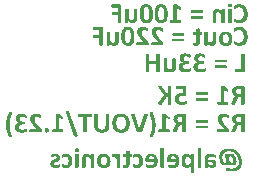
<source format=gbo>
G04*
G04 #@! TF.GenerationSoftware,Altium Limited,Altium Designer,20.2.5 (213)*
G04*
G04 Layer_Color=32896*
%FSLAX25Y25*%
%MOIN*%
G70*
G04*
G04 #@! TF.SameCoordinates,D13279C3-A8A1-413E-BFD4-EE2126F61682*
G04*
G04*
G04 #@! TF.FilePolarity,Positive*
G04*
G01*
G75*
G36*
X460743Y314251D02*
X460863Y314240D01*
X460950Y314218D01*
X461027Y314196D01*
X461081Y314163D01*
X461114Y314141D01*
X461136Y314130D01*
X461147Y314120D01*
X461191Y314054D01*
X461223Y313977D01*
X461267Y313813D01*
X461278Y313737D01*
X461289Y313671D01*
Y313628D01*
Y313617D01*
X461278Y313496D01*
X461267Y313398D01*
X461245Y313322D01*
X461223Y313256D01*
X461202Y313201D01*
X461180Y313169D01*
X461158Y313158D01*
Y313147D01*
X461092Y313103D01*
X461016Y313070D01*
X460830Y313037D01*
X460743Y313026D01*
X460677Y313016D01*
X460611D01*
X460480Y313026D01*
X460360Y313037D01*
X460273Y313059D01*
X460196Y313081D01*
X460141Y313103D01*
X460109Y313125D01*
X460087Y313147D01*
X460076D01*
X460021Y313212D01*
X459988Y313289D01*
X459945Y313442D01*
X459934Y313518D01*
X459923Y313584D01*
Y313628D01*
Y313639D01*
X459934Y313759D01*
X459945Y313857D01*
X459967Y313945D01*
X459988Y314010D01*
X460021Y314065D01*
X460043Y314098D01*
X460054Y314109D01*
X460065Y314120D01*
X460131Y314163D01*
X460207Y314207D01*
X460393Y314240D01*
X460480Y314251D01*
X460546Y314262D01*
X460611D01*
X460743Y314251D01*
D02*
G37*
G36*
X442544Y313999D02*
X442664D01*
X442697Y313988D01*
X442774D01*
X442796Y313977D01*
X442806D01*
X442850Y313955D01*
X442861Y313945D01*
X444173Y313092D01*
X444238Y313048D01*
X444249Y313037D01*
X444260Y313026D01*
X444304Y312972D01*
X444315Y312950D01*
Y312939D01*
X444337Y312852D01*
Y312819D01*
Y312808D01*
Y312753D01*
Y312688D01*
Y312644D01*
Y312633D01*
Y312622D01*
Y312502D01*
X444326Y312425D01*
Y312371D01*
Y312349D01*
X444315Y312283D01*
X444304Y312240D01*
X444282Y312218D01*
Y312207D01*
X444249Y312185D01*
X444173D01*
X444107Y312196D01*
X444052Y312218D01*
X444009Y312240D01*
X443987Y312250D01*
X443003Y312797D01*
Y308818D01*
X444184D01*
X444205Y308807D01*
X444216Y308797D01*
X444227Y308786D01*
X444249Y308764D01*
X444271Y308731D01*
X444282Y308709D01*
Y308698D01*
X444293Y308654D01*
X444304Y308600D01*
X444315Y308567D01*
Y308545D01*
X444326Y308480D01*
Y308403D01*
Y308348D01*
Y308337D01*
Y308327D01*
Y308239D01*
X444315Y308163D01*
Y308119D01*
Y308097D01*
X444304Y308042D01*
X444293Y307999D01*
X444282Y307966D01*
Y307955D01*
X444260Y307922D01*
X444238Y307900D01*
X444216Y307878D01*
X444173Y307857D01*
X440784D01*
X440730Y307868D01*
X440708Y307878D01*
X440686Y307900D01*
X440664Y307922D01*
X440653Y307944D01*
Y307955D01*
X440631Y307999D01*
X440620Y308042D01*
X440610Y308086D01*
Y308097D01*
X440598Y308174D01*
X440588Y308250D01*
Y308305D01*
Y308316D01*
Y308327D01*
Y308414D01*
X440598Y308490D01*
X440610Y308534D01*
Y308545D01*
X440620Y308611D01*
X440631Y308654D01*
X440642Y308687D01*
Y308698D01*
X440664Y308742D01*
X440686Y308764D01*
X440697Y308786D01*
X440708D01*
X440730Y308807D01*
X440763Y308818D01*
X441768D01*
Y313857D01*
X441779Y313912D01*
X441790Y313923D01*
X441812Y313945D01*
X441834Y313955D01*
X441855Y313966D01*
X441866D01*
X441921Y313977D01*
X441976Y313988D01*
X442019Y313999D01*
X442041D01*
X442129Y314010D01*
X442500D01*
X442544Y313999D01*
D02*
G37*
G36*
X451518Y311966D02*
X451561Y311933D01*
X451594Y311901D01*
X451605Y311879D01*
X451616Y311835D01*
X451627Y311781D01*
X451638Y311660D01*
X451649Y311616D01*
Y311573D01*
Y311540D01*
Y311529D01*
Y311442D01*
X451638Y311376D01*
Y311311D01*
X451627Y311267D01*
X451616Y311223D01*
Y311201D01*
X451605Y311179D01*
X451561Y311125D01*
X451507Y311092D01*
X451463Y311081D01*
X447845D01*
X447769Y311092D01*
X447725Y311136D01*
X447692Y311168D01*
X447681Y311179D01*
X447659Y311223D01*
X447648Y311278D01*
X447638Y311398D01*
X447626Y311453D01*
Y311485D01*
Y311518D01*
Y311529D01*
Y311616D01*
X447638Y311682D01*
X447648Y311748D01*
Y311791D01*
X447659Y311835D01*
X447670Y311857D01*
X447681Y311879D01*
X447725Y311944D01*
X447780Y311977D01*
X447823Y311988D01*
X451441D01*
X451518Y311966D01*
D02*
G37*
G36*
Y310064D02*
X451561Y310032D01*
X451594Y309999D01*
X451605Y309977D01*
X451616Y309933D01*
X451627Y309879D01*
X451638Y309758D01*
X451649Y309715D01*
Y309671D01*
Y309638D01*
Y309627D01*
Y309540D01*
X451638Y309463D01*
Y309409D01*
X451627Y309354D01*
X451616Y309321D01*
Y309299D01*
X451605Y309278D01*
X451561Y309223D01*
X451507Y309190D01*
X451463Y309179D01*
X447845D01*
X447769Y309190D01*
X447725Y309234D01*
X447692Y309267D01*
X447681Y309278D01*
X447659Y309321D01*
X447648Y309376D01*
X447638Y309485D01*
X447626Y309540D01*
Y309583D01*
Y309616D01*
Y309627D01*
Y309715D01*
X447638Y309780D01*
X447648Y309846D01*
Y309890D01*
X447659Y309933D01*
X447670Y309955D01*
X447681Y309977D01*
X447725Y310043D01*
X447780Y310075D01*
X447823Y310086D01*
X451441D01*
X451518Y310064D01*
D02*
G37*
G36*
X463934Y314054D02*
X464153Y314032D01*
X464349Y313999D01*
X464524Y313955D01*
X464666Y313912D01*
X464776Y313879D01*
X464809Y313868D01*
X464841Y313857D01*
X464852Y313846D01*
X464863D01*
X465049Y313759D01*
X465213Y313660D01*
X465366Y313562D01*
X465497Y313453D01*
X465606Y313365D01*
X465683Y313289D01*
X465727Y313245D01*
X465749Y313223D01*
X465880Y313059D01*
X466000Y312884D01*
X466098Y312720D01*
X466175Y312557D01*
X466240Y312414D01*
X466284Y312305D01*
X466306Y312261D01*
X466317Y312229D01*
X466328Y312218D01*
Y312207D01*
X466393Y311977D01*
X466448Y311737D01*
X466481Y311507D01*
X466514Y311289D01*
X466525Y311103D01*
Y311026D01*
X466535Y310961D01*
Y310906D01*
Y310862D01*
Y310841D01*
Y310830D01*
X466525Y310556D01*
X466503Y310294D01*
X466481Y310064D01*
X466437Y309868D01*
X466404Y309704D01*
X466393Y309638D01*
X466382Y309583D01*
X466371Y309540D01*
X466361Y309507D01*
X466350Y309496D01*
Y309485D01*
X466273Y309278D01*
X466186Y309092D01*
X466098Y308928D01*
X466011Y308786D01*
X465934Y308676D01*
X465869Y308589D01*
X465825Y308545D01*
X465814Y308523D01*
X465672Y308392D01*
X465530Y308272D01*
X465377Y308174D01*
X465246Y308086D01*
X465126Y308032D01*
X465038Y307977D01*
X464972Y307955D01*
X464951Y307944D01*
X464754Y307878D01*
X464557Y307835D01*
X464360Y307802D01*
X464185Y307780D01*
X464033Y307769D01*
X463923Y307758D01*
X463814D01*
X463584Y307769D01*
X463475Y307780D01*
X463388Y307791D01*
X463311D01*
X463256Y307802D01*
X463224Y307813D01*
X463213D01*
X463016Y307846D01*
X462940Y307868D01*
X462863Y307889D01*
X462808Y307911D01*
X462754Y307922D01*
X462732Y307933D01*
X462721D01*
X462568Y307988D01*
X462459Y308042D01*
X462415Y308064D01*
X462382Y308086D01*
X462371Y308097D01*
X462360D01*
X462262Y308152D01*
X462207Y308206D01*
X462174Y308228D01*
X462163Y308239D01*
X462131Y308272D01*
X462109Y308305D01*
X462087Y308316D01*
Y308327D01*
X462054Y308392D01*
X462043Y308414D01*
Y308425D01*
X462032Y308480D01*
Y308523D01*
X462021Y308556D01*
Y308567D01*
X462010Y308633D01*
Y308709D01*
Y308753D01*
Y308775D01*
Y308884D01*
Y308972D01*
X462021Y309015D01*
Y309037D01*
X462032Y309114D01*
X462043Y309157D01*
X462054Y309190D01*
Y309201D01*
X462076Y309234D01*
X462087Y309256D01*
X462098Y309278D01*
X462109D01*
X462152Y309299D01*
X462174D01*
X462229Y309288D01*
X462284Y309267D01*
X462327Y309234D01*
X462349Y309223D01*
X462437Y309168D01*
X462535Y309103D01*
X462601Y309070D01*
X462622Y309048D01*
X462633D01*
X462776Y308982D01*
X462907Y308939D01*
X462961Y308917D01*
X463005Y308895D01*
X463038Y308884D01*
X463049D01*
X463235Y308840D01*
X463333Y308829D01*
X463420Y308818D01*
X463497Y308807D01*
X463617D01*
X463748Y308818D01*
X463869Y308829D01*
X463978Y308851D01*
X464076Y308873D01*
X464164Y308895D01*
X464218Y308906D01*
X464262Y308928D01*
X464273D01*
X464382Y308982D01*
X464481Y309037D01*
X464557Y309103D01*
X464634Y309157D01*
X464699Y309212D01*
X464743Y309256D01*
X464765Y309288D01*
X464776Y309299D01*
X464841Y309409D01*
X464907Y309518D01*
X464961Y309627D01*
X465005Y309726D01*
X465038Y309813D01*
X465060Y309890D01*
X465082Y309933D01*
Y309955D01*
X465114Y310108D01*
X465147Y310272D01*
X465169Y310425D01*
X465180Y310567D01*
Y310698D01*
X465191Y310797D01*
Y310862D01*
Y310873D01*
Y310884D01*
Y311059D01*
X465180Y311234D01*
X465158Y311376D01*
X465136Y311507D01*
X465126Y311616D01*
X465104Y311704D01*
X465093Y311748D01*
Y311770D01*
X465049Y311912D01*
X464994Y312043D01*
X464951Y312152D01*
X464896Y312250D01*
X464852Y312327D01*
X464819Y312392D01*
X464798Y312425D01*
X464787Y312436D01*
X464710Y312535D01*
X464623Y312622D01*
X464546Y312688D01*
X464470Y312753D01*
X464404Y312797D01*
X464349Y312830D01*
X464317Y312852D01*
X464306Y312862D01*
X464196Y312917D01*
X464076Y312950D01*
X463967Y312983D01*
X463869Y312994D01*
X463781Y313005D01*
X463716Y313016D01*
X463530D01*
X463420Y313005D01*
X463322Y312994D01*
X463245Y312972D01*
X463180Y312961D01*
X463125Y312939D01*
X463093Y312928D01*
X463082D01*
X462918Y312862D01*
X462852Y312830D01*
X462786Y312808D01*
X462743Y312775D01*
X462710Y312764D01*
X462688Y312742D01*
X462677D01*
X462557Y312677D01*
X462469Y312611D01*
X462415Y312567D01*
X462393Y312557D01*
X462316Y312513D01*
X462262Y312491D01*
X462218Y312480D01*
X462207D01*
X462163Y312491D01*
X462142Y312502D01*
X462098Y312557D01*
X462087Y312578D01*
Y312589D01*
X462065Y312644D01*
X462054Y312699D01*
X462043Y312742D01*
Y312753D01*
X462032Y312830D01*
Y312906D01*
Y312972D01*
Y312983D01*
Y312994D01*
Y313081D01*
Y313158D01*
X462043Y313201D01*
Y313212D01*
X462054Y313278D01*
Y313333D01*
X462065Y313365D01*
Y313376D01*
X462076Y313420D01*
X462087Y313453D01*
X462098Y313475D01*
X462109Y313486D01*
X462131Y313518D01*
X462163Y313551D01*
X462185Y313573D01*
X462196Y313584D01*
X462251Y313639D01*
X462327Y313682D01*
X462393Y313726D01*
X462404Y313737D01*
X462415D01*
X462546Y313803D01*
X462666Y313857D01*
X462710Y313879D01*
X462754Y313890D01*
X462776Y313901D01*
X462786D01*
X462940Y313955D01*
X463082Y313988D01*
X463136Y313999D01*
X463180Y314010D01*
X463213Y314021D01*
X463224D01*
X463399Y314043D01*
X463552Y314065D01*
X463705D01*
X463934Y314054D01*
D02*
G37*
G36*
X429373Y312403D02*
X429428Y312392D01*
X429450D01*
X429527Y312382D01*
X429581Y312371D01*
X429625Y312360D01*
X429636D01*
X429679Y312338D01*
X429701Y312327D01*
X429723Y312316D01*
Y312305D01*
X429745Y312250D01*
Y312229D01*
Y312218D01*
Y309649D01*
Y309474D01*
X429734Y309310D01*
X429723Y309179D01*
X429701Y309059D01*
X429690Y308961D01*
X429679Y308884D01*
X429669Y308840D01*
Y308829D01*
X429592Y308611D01*
X429559Y308512D01*
X429516Y308425D01*
X429472Y308359D01*
X429450Y308305D01*
X429428Y308272D01*
X429417Y308261D01*
X429264Y308097D01*
X429188Y308032D01*
X429111Y307977D01*
X429035Y307933D01*
X428980Y307900D01*
X428947Y307889D01*
X428936Y307878D01*
X428816Y307835D01*
X428696Y307802D01*
X428576Y307780D01*
X428455Y307769D01*
X428357Y307758D01*
X428280Y307747D01*
X428204D01*
X428062Y307758D01*
X427931Y307780D01*
X427800Y307802D01*
X427690Y307846D01*
X427592Y307878D01*
X427526Y307900D01*
X427472Y307922D01*
X427461Y307933D01*
X427319Y308010D01*
X427187Y308097D01*
X427067Y308195D01*
X426958Y308283D01*
X426870Y308359D01*
X426794Y308425D01*
X426750Y308480D01*
X426739Y308490D01*
Y308010D01*
X426728Y307944D01*
X426717Y307933D01*
Y307922D01*
X426696Y307900D01*
X426674Y307878D01*
X426652Y307868D01*
X426641D01*
X426597Y307857D01*
X426543D01*
X426499Y307846D01*
X426488D01*
X426411Y307835D01*
X426324Y307824D01*
X426138D01*
X426062Y307835D01*
X426007Y307846D01*
X425996D01*
X425931Y307857D01*
X425887D01*
X425854Y307868D01*
X425843D01*
X425799Y307889D01*
X425777Y307900D01*
X425756Y307922D01*
X425734Y307955D01*
X425723Y307977D01*
Y307999D01*
Y308010D01*
Y312218D01*
Y312250D01*
X425734Y312283D01*
X425745Y312294D01*
X425756Y312305D01*
X425788Y312327D01*
X425821Y312349D01*
X425843Y312360D01*
X425854D01*
X425909Y312371D01*
X425974Y312382D01*
X426018Y312392D01*
X426040D01*
X426127Y312403D01*
X426215Y312414D01*
X426433D01*
X426521Y312403D01*
X426586Y312392D01*
X426608D01*
X426685Y312382D01*
X426739Y312371D01*
X426783Y312360D01*
X426794D01*
X426838Y312338D01*
X426860Y312327D01*
X426881Y312316D01*
Y312305D01*
X426903Y312250D01*
Y312229D01*
Y312218D01*
Y309420D01*
X427002Y309310D01*
X427089Y309212D01*
X427177Y309124D01*
X427253Y309059D01*
X427319Y309004D01*
X427362Y308971D01*
X427395Y308950D01*
X427406Y308939D01*
X427493Y308884D01*
X427570Y308851D01*
X427712Y308807D01*
X427778Y308797D01*
X427821Y308786D01*
X427854D01*
X427985Y308797D01*
X428084Y308818D01*
X428127Y308829D01*
X428160Y308840D01*
X428171Y308851D01*
X428182D01*
X428269Y308906D01*
X428335Y308971D01*
X428390Y309015D01*
X428401Y309037D01*
X428455Y309135D01*
X428499Y309245D01*
X428510Y309278D01*
X428521Y309310D01*
X428532Y309332D01*
Y309343D01*
X428543Y309420D01*
X428554Y309496D01*
X428565Y309660D01*
Y309736D01*
Y309791D01*
Y309835D01*
Y309846D01*
Y312218D01*
Y312250D01*
X428576Y312283D01*
X428586Y312294D01*
X428597Y312305D01*
X428630Y312327D01*
X428663Y312349D01*
X428685Y312360D01*
X428696D01*
X428750Y312371D01*
X428816Y312382D01*
X428860Y312392D01*
X428882D01*
X428969Y312403D01*
X429067Y312414D01*
X429275D01*
X429373Y312403D01*
D02*
G37*
G36*
X460819Y312403D02*
X460885Y312392D01*
X460907D01*
X460983Y312382D01*
X461038Y312371D01*
X461070Y312360D01*
X461081Y312349D01*
X461125Y312327D01*
X461158Y312316D01*
X461169Y312305D01*
X461180Y312294D01*
X461202Y312240D01*
Y312218D01*
Y312207D01*
Y308010D01*
X461191Y307944D01*
X461180Y307933D01*
Y307922D01*
X461147Y307900D01*
X461114Y307878D01*
X461092Y307868D01*
X461081D01*
X461027Y307857D01*
X460972D01*
X460928Y307846D01*
X460907D01*
X460808Y307835D01*
X460710Y307824D01*
X460491D01*
X460404Y307835D01*
X460349Y307846D01*
X460327D01*
X460251Y307857D01*
X460185D01*
X460152Y307868D01*
X460141D01*
X460098Y307889D01*
X460065Y307900D01*
X460054Y307922D01*
X460043D01*
X460021Y307955D01*
X460010Y307977D01*
Y307999D01*
Y308010D01*
Y312207D01*
Y312240D01*
X460021Y312272D01*
X460032Y312283D01*
X460043Y312294D01*
X460076Y312316D01*
X460109Y312338D01*
X460131Y312349D01*
X460141D01*
X460196Y312371D01*
X460262Y312382D01*
X460305Y312392D01*
X460327D01*
X460415Y312403D01*
X460513Y312414D01*
X460732D01*
X460819Y312403D01*
D02*
G37*
G36*
X456502Y312491D02*
X456644Y312469D01*
X456764Y312436D01*
X456884Y312403D01*
X456972Y312371D01*
X457048Y312338D01*
X457092Y312316D01*
X457114Y312305D01*
X457245Y312229D01*
X457376Y312141D01*
X457496Y312043D01*
X457595Y311955D01*
X457682Y311868D01*
X457759Y311802D01*
X457802Y311759D01*
X457813Y311737D01*
Y312218D01*
Y312250D01*
X457824Y312283D01*
X457835Y312294D01*
X457846Y312305D01*
X457868Y312327D01*
X457890Y312349D01*
X457912Y312360D01*
X457923D01*
X457966Y312371D01*
X458021Y312382D01*
X458054Y312392D01*
X458076D01*
X458152Y312403D01*
X458240Y312414D01*
X458425D01*
X458502Y312403D01*
X458546Y312392D01*
X458567D01*
X458633Y312382D01*
X458688Y312371D01*
X458720Y312360D01*
X458731D01*
X458764Y312338D01*
X458786Y312327D01*
X458808Y312316D01*
Y312305D01*
X458830Y312250D01*
Y312229D01*
Y312218D01*
Y308010D01*
X458819Y307944D01*
X458808Y307933D01*
Y307922D01*
X458775Y307900D01*
X458742Y307878D01*
X458720Y307868D01*
X458710D01*
X458655Y307857D01*
X458600D01*
X458557Y307846D01*
X458535D01*
X458436Y307835D01*
X458338Y307824D01*
X458119D01*
X458032Y307835D01*
X457977Y307846D01*
X457955D01*
X457879Y307857D01*
X457813D01*
X457781Y307868D01*
X457770D01*
X457726Y307889D01*
X457693Y307900D01*
X457682Y307922D01*
X457671D01*
X457649Y307955D01*
X457638Y307977D01*
Y307999D01*
Y308010D01*
Y310808D01*
X457551Y310917D01*
X457464Y311015D01*
X457387Y311103D01*
X457310Y311168D01*
X457256Y311223D01*
X457212Y311256D01*
X457179Y311278D01*
X457168Y311289D01*
X457081Y311343D01*
X456993Y311387D01*
X456917Y311420D01*
X456841Y311442D01*
X456786Y311453D01*
X456742Y311463D01*
X456698D01*
X456578Y311453D01*
X456480Y311431D01*
X456414Y311398D01*
X456403Y311387D01*
X456392D01*
X456294Y311332D01*
X456228Y311267D01*
X456185Y311212D01*
X456174Y311201D01*
Y311190D01*
X456119Y311092D01*
X456075Y310994D01*
X456065Y310961D01*
X456054Y310928D01*
X456043Y310906D01*
Y310895D01*
X456021Y310830D01*
X456010Y310742D01*
X455999Y310589D01*
X455988Y310524D01*
Y310469D01*
Y310425D01*
Y310414D01*
Y308010D01*
X455977Y307944D01*
X455966Y307933D01*
Y307922D01*
X455933Y307900D01*
X455900Y307878D01*
X455879Y307868D01*
X455868D01*
X455813Y307857D01*
X455758D01*
X455715Y307846D01*
X455693D01*
X455594Y307835D01*
X455496Y307824D01*
X455289D01*
X455201Y307835D01*
X455146Y307846D01*
X455125D01*
X455048Y307857D01*
X454982D01*
X454950Y307868D01*
X454939D01*
X454895Y307889D01*
X454862Y307900D01*
X454851Y307922D01*
X454840D01*
X454818Y307955D01*
X454808Y307977D01*
Y307999D01*
Y308010D01*
Y310611D01*
Y310775D01*
X454818Y310928D01*
X454829Y311059D01*
X454851Y311179D01*
X454862Y311267D01*
X454884Y311343D01*
X454895Y311387D01*
Y311398D01*
X454928Y311518D01*
X454972Y311627D01*
X455015Y311726D01*
X455059Y311802D01*
X455092Y311868D01*
X455125Y311923D01*
X455146Y311955D01*
X455157Y311966D01*
X455223Y312054D01*
X455299Y312130D01*
X455387Y312207D01*
X455452Y312261D01*
X455529Y312305D01*
X455573Y312338D01*
X455616Y312349D01*
X455627Y312360D01*
X455748Y312403D01*
X455868Y312447D01*
X455988Y312469D01*
X456108Y312480D01*
X456207Y312491D01*
X456283Y312502D01*
X456360D01*
X456502Y312491D01*
D02*
G37*
G36*
X424203Y313955D02*
X424280Y313923D01*
X424335Y313879D01*
X424357Y313868D01*
X424389Y313835D01*
X424411Y313781D01*
X424444Y313693D01*
Y313638D01*
X424455Y313606D01*
Y313584D01*
Y313573D01*
Y308032D01*
X424444Y307966D01*
X424433Y307944D01*
Y307933D01*
X424400Y307911D01*
X424368Y307889D01*
X424346Y307878D01*
X424335D01*
X424269Y307868D01*
X424203Y307857D01*
X424160Y307846D01*
X424138D01*
X424040Y307835D01*
X423941Y307824D01*
X423712D01*
X423613Y307835D01*
X423559Y307846D01*
X423537D01*
X423460Y307857D01*
X423395Y307868D01*
X423362Y307878D01*
X423351D01*
X423296Y307900D01*
X423264Y307911D01*
X423253Y307933D01*
X423242D01*
X423220Y307966D01*
X423209Y307999D01*
Y308010D01*
Y308020D01*
Y310305D01*
X421340D01*
X421285Y310316D01*
X421263Y310327D01*
X421242Y310349D01*
X421220Y310370D01*
X421209Y310392D01*
Y310403D01*
X421187Y310458D01*
X421176Y310513D01*
X421165Y310556D01*
Y310567D01*
X421154Y310644D01*
Y310720D01*
Y310786D01*
Y310797D01*
Y310808D01*
Y310906D01*
Y310972D01*
X421165Y311026D01*
Y311037D01*
X421176Y311103D01*
X421187Y311146D01*
X421198Y311179D01*
X421209Y311190D01*
X421231Y311223D01*
X421242Y311245D01*
X421252Y311267D01*
X421263D01*
X421285Y311289D01*
X421318Y311299D01*
X423209D01*
Y312950D01*
X421209D01*
X421154Y312961D01*
X421132Y312972D01*
X421089Y313026D01*
X421078Y313048D01*
Y313059D01*
X421067Y313103D01*
X421056Y313158D01*
X421045Y313201D01*
Y313212D01*
X421034Y313289D01*
X421023Y313365D01*
Y313431D01*
Y313442D01*
Y313453D01*
Y313551D01*
X421034Y313628D01*
X421045Y313671D01*
Y313693D01*
X421056Y313759D01*
X421067Y313803D01*
X421078Y313835D01*
Y313846D01*
X421099Y313890D01*
X421110Y313912D01*
X421121Y313934D01*
X421132D01*
X421154Y313955D01*
X421187Y313966D01*
X424094D01*
X424203Y313955D01*
D02*
G37*
G36*
X437833Y314065D02*
X438041Y314043D01*
X438216Y313999D01*
X438369Y313966D01*
X438489Y313923D01*
X438587Y313879D01*
X438642Y313857D01*
X438664Y313846D01*
X438817Y313759D01*
X438948Y313660D01*
X439068Y313551D01*
X439167Y313453D01*
X439243Y313354D01*
X439309Y313278D01*
X439342Y313234D01*
X439353Y313212D01*
X439440Y313048D01*
X439527Y312874D01*
X439593Y312709D01*
X439637Y312546D01*
X439680Y312403D01*
X439713Y312294D01*
X439724Y312250D01*
Y312218D01*
X439735Y312207D01*
Y312196D01*
X439779Y311966D01*
X439801Y311748D01*
X439822Y311518D01*
X439844Y311321D01*
Y311146D01*
X439855Y311070D01*
Y311004D01*
Y310950D01*
Y310917D01*
Y310895D01*
Y310884D01*
Y310611D01*
X439844Y310360D01*
X439822Y310141D01*
X439812Y309944D01*
X439790Y309780D01*
Y309715D01*
X439779Y309660D01*
Y309616D01*
X439768Y309583D01*
Y309573D01*
Y309562D01*
X439724Y309354D01*
X439670Y309168D01*
X439615Y308993D01*
X439560Y308851D01*
X439505Y308742D01*
X439473Y308654D01*
X439440Y308600D01*
X439429Y308578D01*
X439331Y308436D01*
X439221Y308316D01*
X439112Y308206D01*
X439014Y308119D01*
X438915Y308042D01*
X438839Y307999D01*
X438795Y307966D01*
X438773Y307955D01*
X438609Y307889D01*
X438434Y307835D01*
X438260Y307802D01*
X438096Y307769D01*
X437954Y307758D01*
X437833Y307747D01*
X437735D01*
X437505Y307758D01*
X437309Y307780D01*
X437134Y307813D01*
X436981Y307857D01*
X436849Y307900D01*
X436762Y307933D01*
X436707Y307955D01*
X436686Y307966D01*
X436533Y308053D01*
X436401Y308163D01*
X436281Y308261D01*
X436183Y308370D01*
X436106Y308458D01*
X436041Y308534D01*
X436008Y308578D01*
X435997Y308600D01*
X435899Y308764D01*
X435822Y308928D01*
X435756Y309103D01*
X435702Y309256D01*
X435658Y309398D01*
X435625Y309507D01*
X435614Y309551D01*
X435604Y309583D01*
Y309594D01*
Y309605D01*
X435560Y309835D01*
X435538Y310064D01*
X435516Y310283D01*
X435494Y310491D01*
Y310666D01*
X435483Y310742D01*
Y310808D01*
Y310851D01*
Y310895D01*
Y310917D01*
Y310928D01*
Y311201D01*
X435494Y311453D01*
X435516Y311671D01*
X435527Y311868D01*
X435549Y312032D01*
X435560Y312097D01*
X435571Y312152D01*
Y312196D01*
X435582Y312229D01*
Y312240D01*
Y312250D01*
X435625Y312458D01*
X435680Y312644D01*
X435735Y312819D01*
X435789Y312961D01*
X435844Y313081D01*
X435877Y313158D01*
X435910Y313212D01*
X435920Y313234D01*
X436019Y313376D01*
X436128Y313507D01*
X436237Y313606D01*
X436336Y313693D01*
X436434Y313770D01*
X436511Y313813D01*
X436554Y313846D01*
X436576Y313857D01*
X436740Y313934D01*
X436915Y313988D01*
X437090Y314021D01*
X437254Y314054D01*
X437396Y314065D01*
X437505Y314076D01*
X437615D01*
X437833Y314065D01*
D02*
G37*
G36*
X432926D02*
X433133Y314043D01*
X433308Y313999D01*
X433461Y313966D01*
X433581Y313923D01*
X433680Y313879D01*
X433735Y313857D01*
X433756Y313846D01*
X433909Y313759D01*
X434040Y313660D01*
X434161Y313551D01*
X434259Y313453D01*
X434336Y313354D01*
X434401Y313278D01*
X434434Y313234D01*
X434445Y313212D01*
X434532Y313048D01*
X434620Y312874D01*
X434685Y312709D01*
X434729Y312546D01*
X434773Y312403D01*
X434806Y312294D01*
X434817Y312250D01*
Y312218D01*
X434828Y312207D01*
Y312196D01*
X434871Y311966D01*
X434893Y311748D01*
X434915Y311518D01*
X434937Y311321D01*
Y311146D01*
X434948Y311070D01*
Y311004D01*
Y310950D01*
Y310917D01*
Y310895D01*
Y310884D01*
Y310611D01*
X434937Y310360D01*
X434915Y310141D01*
X434904Y309944D01*
X434882Y309780D01*
Y309715D01*
X434871Y309660D01*
Y309616D01*
X434860Y309583D01*
Y309573D01*
Y309562D01*
X434817Y309354D01*
X434762Y309168D01*
X434707Y308993D01*
X434653Y308851D01*
X434598Y308742D01*
X434565Y308654D01*
X434532Y308600D01*
X434521Y308578D01*
X434423Y308436D01*
X434314Y308316D01*
X434204Y308206D01*
X434106Y308119D01*
X434008Y308042D01*
X433931Y307999D01*
X433887Y307966D01*
X433866Y307955D01*
X433702Y307889D01*
X433527Y307835D01*
X433352Y307802D01*
X433188Y307769D01*
X433046Y307758D01*
X432926Y307747D01*
X432827D01*
X432598Y307758D01*
X432401Y307780D01*
X432226Y307813D01*
X432073Y307857D01*
X431942Y307900D01*
X431854Y307933D01*
X431800Y307955D01*
X431778Y307966D01*
X431625Y308053D01*
X431494Y308163D01*
X431374Y308261D01*
X431275Y308370D01*
X431199Y308458D01*
X431133Y308534D01*
X431100Y308578D01*
X431089Y308600D01*
X430991Y308764D01*
X430915Y308928D01*
X430849Y309103D01*
X430794Y309256D01*
X430751Y309398D01*
X430718Y309507D01*
X430707Y309551D01*
X430696Y309583D01*
Y309594D01*
Y309605D01*
X430652Y309835D01*
X430630Y310064D01*
X430609Y310283D01*
X430587Y310491D01*
Y310666D01*
X430576Y310742D01*
Y310808D01*
Y310851D01*
Y310895D01*
Y310917D01*
Y310928D01*
Y311201D01*
X430587Y311453D01*
X430609Y311671D01*
X430619Y311868D01*
X430641Y312032D01*
X430652Y312097D01*
X430663Y312152D01*
Y312196D01*
X430674Y312229D01*
Y312240D01*
Y312250D01*
X430718Y312458D01*
X430772Y312644D01*
X430827Y312819D01*
X430882Y312961D01*
X430936Y313081D01*
X430969Y313158D01*
X431002Y313212D01*
X431013Y313234D01*
X431111Y313376D01*
X431221Y313507D01*
X431330Y313606D01*
X431428Y313693D01*
X431527Y313770D01*
X431603Y313813D01*
X431647Y313846D01*
X431669Y313857D01*
X431833Y313934D01*
X432008Y313988D01*
X432182Y314021D01*
X432346Y314054D01*
X432488Y314065D01*
X432598Y314076D01*
X432707D01*
X432926Y314065D01*
D02*
G37*
G36*
X436696Y306514D02*
X436795Y306504D01*
X436882Y306492D01*
X436959Y306482D01*
X437013Y306471D01*
X437057Y306460D01*
X437068D01*
X437265Y306416D01*
X437352Y306394D01*
X437418Y306372D01*
X437484Y306350D01*
X437527Y306329D01*
X437560Y306318D01*
X437571D01*
X437724Y306263D01*
X437855Y306208D01*
X437899Y306187D01*
X437932Y306165D01*
X437954Y306154D01*
X437964D01*
X438063Y306099D01*
X438128Y306055D01*
X438172Y306023D01*
X438183Y306012D01*
X438249Y305946D01*
X438260Y305924D01*
X438270Y305913D01*
X438292Y305859D01*
X438303Y305837D01*
Y305826D01*
X438314Y305738D01*
X438325Y305706D01*
Y305695D01*
Y305640D01*
Y305585D01*
Y305542D01*
Y305520D01*
Y305411D01*
X438314Y305323D01*
Y305268D01*
Y305246D01*
X438303Y305170D01*
Y305115D01*
X438292Y305083D01*
Y305072D01*
X438270Y305028D01*
X438260Y304995D01*
X438238Y304984D01*
Y304973D01*
X438183Y304951D01*
X438161D01*
X438117Y304962D01*
X438063Y304984D01*
X438019Y305006D01*
X437997Y305017D01*
X437910Y305072D01*
X437822Y305126D01*
X437746Y305170D01*
X437735Y305181D01*
X437724D01*
X437593Y305246D01*
X437473Y305290D01*
X437418Y305312D01*
X437374Y305323D01*
X437352Y305334D01*
X437341D01*
X437167Y305378D01*
X437013Y305399D01*
X436948Y305410D01*
X436849D01*
X436707Y305399D01*
X436598Y305378D01*
X436554Y305367D01*
X436522Y305356D01*
X436511Y305345D01*
X436500D01*
X436401Y305301D01*
X436325Y305246D01*
X436270Y305203D01*
X436259Y305181D01*
X436194Y305104D01*
X436150Y305028D01*
X436117Y304962D01*
X436106Y304951D01*
Y304941D01*
X436073Y304831D01*
X436063Y304744D01*
X436052Y304667D01*
Y304656D01*
Y304645D01*
X436063Y304514D01*
X436073Y304405D01*
X436085Y304350D01*
Y304317D01*
X436095Y304296D01*
Y304285D01*
X436139Y304143D01*
X436183Y304011D01*
X436216Y303957D01*
X436227Y303913D01*
X436248Y303880D01*
Y303869D01*
X436347Y303705D01*
X436445Y303541D01*
X436489Y303476D01*
X436522Y303421D01*
X436544Y303388D01*
X436554Y303378D01*
X436631Y303268D01*
X436707Y303170D01*
X436795Y303071D01*
X436871Y302973D01*
X436948Y302896D01*
X437003Y302831D01*
X437046Y302787D01*
X437057Y302776D01*
X438117Y301640D01*
X438183Y301574D01*
X438238Y301508D01*
X438270Y301465D01*
X438281Y301454D01*
X438314Y301399D01*
X438347Y301344D01*
X438369Y301301D01*
X438380Y301290D01*
X438402Y301224D01*
X438413Y301159D01*
X438423Y301104D01*
Y301093D01*
Y301082D01*
X438434Y300995D01*
Y300907D01*
Y300842D01*
Y300831D01*
Y300820D01*
Y300711D01*
X438423Y300623D01*
Y300569D01*
Y300547D01*
X438402Y300481D01*
X438380Y300437D01*
X438369Y300405D01*
X438358Y300394D01*
X438314Y300361D01*
X438270Y300339D01*
X438238Y300317D01*
X438227D01*
X438172Y300306D01*
X434532Y300306D01*
X434478Y300317D01*
X434456Y300328D01*
X434423Y300350D01*
X434401Y300372D01*
X434390Y300394D01*
Y300405D01*
X434379Y300459D01*
X434368Y300514D01*
X434358Y300557D01*
Y300569D01*
X434347Y300645D01*
X434336Y300722D01*
Y300787D01*
Y300798D01*
Y300809D01*
Y300896D01*
X434347Y300973D01*
X434358Y301017D01*
Y301039D01*
X434368Y301104D01*
X434379Y301148D01*
X434390Y301181D01*
X434401Y301191D01*
X434445Y301257D01*
X434456Y301268D01*
X434467Y301279D01*
X434500Y301301D01*
X434521Y301312D01*
X436959D01*
X436248Y302044D01*
X436063Y302230D01*
X435888Y302416D01*
X435735Y302569D01*
X435614Y302711D01*
X435516Y302820D01*
X435440Y302907D01*
X435396Y302951D01*
X435385Y302973D01*
X435265Y303126D01*
X435166Y303257D01*
X435079Y303378D01*
X435013Y303487D01*
X434959Y303585D01*
X434915Y303651D01*
X434893Y303694D01*
X434882Y303705D01*
X434817Y303826D01*
X434762Y303946D01*
X434729Y304055D01*
X434696Y304143D01*
X434664Y304219D01*
X434653Y304274D01*
X434642Y304317D01*
Y304328D01*
X434598Y304547D01*
X434587Y304645D01*
Y304733D01*
X434576Y304809D01*
Y304864D01*
Y304908D01*
Y304919D01*
Y305039D01*
X434598Y305159D01*
X434609Y305268D01*
X434631Y305367D01*
X434653Y305443D01*
X434675Y305498D01*
X434685Y305542D01*
X434696Y305553D01*
X434751Y305662D01*
X434806Y305760D01*
X434860Y305837D01*
X434926Y305913D01*
X434970Y305979D01*
X435013Y306023D01*
X435046Y306044D01*
X435057Y306055D01*
X435145Y306132D01*
X435243Y306197D01*
X435440Y306307D01*
X435516Y306340D01*
X435582Y306372D01*
X435636Y306394D01*
X435647D01*
X435778Y306438D01*
X435920Y306471D01*
X436063Y306492D01*
X436194Y306514D01*
X436303D01*
X436401Y306525D01*
X436478D01*
X436696Y306514D01*
D02*
G37*
G36*
X431789D02*
X431887Y306504D01*
X431975Y306492D01*
X432051Y306482D01*
X432106Y306471D01*
X432150Y306460D01*
X432161D01*
X432357Y306416D01*
X432445Y306394D01*
X432510Y306372D01*
X432576Y306350D01*
X432620Y306329D01*
X432652Y306318D01*
X432663D01*
X432816Y306263D01*
X432947Y306208D01*
X432991Y306187D01*
X433024Y306165D01*
X433046Y306154D01*
X433057D01*
X433155Y306099D01*
X433221Y306055D01*
X433264Y306023D01*
X433275Y306012D01*
X433341Y305946D01*
X433352Y305924D01*
X433363Y305913D01*
X433385Y305859D01*
X433396Y305837D01*
Y305826D01*
X433407Y305738D01*
X433418Y305706D01*
Y305695D01*
Y305640D01*
Y305585D01*
Y305542D01*
Y305520D01*
Y305410D01*
X433407Y305323D01*
Y305268D01*
Y305246D01*
X433396Y305170D01*
Y305115D01*
X433385Y305083D01*
Y305072D01*
X433363Y305028D01*
X433352Y304995D01*
X433330Y304984D01*
Y304973D01*
X433275Y304951D01*
X433254D01*
X433210Y304962D01*
X433155Y304984D01*
X433111Y305006D01*
X433090Y305017D01*
X433002Y305072D01*
X432915Y305126D01*
X432838Y305170D01*
X432827Y305181D01*
X432816D01*
X432685Y305246D01*
X432565Y305290D01*
X432510Y305312D01*
X432467Y305323D01*
X432445Y305334D01*
X432434D01*
X432259Y305378D01*
X432106Y305399D01*
X432040Y305410D01*
X431942D01*
X431800Y305399D01*
X431691Y305378D01*
X431647Y305367D01*
X431614Y305356D01*
X431603Y305345D01*
X431592D01*
X431494Y305301D01*
X431417Y305246D01*
X431363Y305203D01*
X431352Y305181D01*
X431286Y305104D01*
X431243Y305028D01*
X431210Y304962D01*
X431199Y304951D01*
Y304941D01*
X431166Y304831D01*
X431155Y304744D01*
X431144Y304667D01*
Y304656D01*
Y304645D01*
X431155Y304514D01*
X431166Y304405D01*
X431177Y304350D01*
Y304317D01*
X431188Y304296D01*
Y304285D01*
X431231Y304143D01*
X431275Y304011D01*
X431308Y303957D01*
X431319Y303913D01*
X431341Y303880D01*
Y303869D01*
X431439Y303705D01*
X431538Y303541D01*
X431581Y303476D01*
X431614Y303421D01*
X431636Y303388D01*
X431647Y303378D01*
X431723Y303268D01*
X431800Y303170D01*
X431887Y303071D01*
X431964Y302973D01*
X432040Y302896D01*
X432095Y302831D01*
X432139Y302787D01*
X432150Y302776D01*
X433210Y301640D01*
X433275Y301574D01*
X433330Y301508D01*
X433363Y301465D01*
X433374Y301454D01*
X433407Y301399D01*
X433439Y301344D01*
X433461Y301301D01*
X433472Y301290D01*
X433494Y301224D01*
X433505Y301159D01*
X433516Y301104D01*
Y301093D01*
Y301082D01*
X433527Y300995D01*
Y300907D01*
Y300842D01*
Y300831D01*
Y300820D01*
Y300711D01*
X433516Y300623D01*
Y300569D01*
Y300547D01*
X433494Y300481D01*
X433472Y300437D01*
X433461Y300405D01*
X433450Y300394D01*
X433407Y300361D01*
X433363Y300339D01*
X433330Y300317D01*
X433319D01*
X433264Y300306D01*
X429625D01*
X429570Y300317D01*
X429548Y300328D01*
X429516Y300350D01*
X429494Y300372D01*
X429483Y300394D01*
Y300405D01*
X429472Y300459D01*
X429461Y300514D01*
X429450Y300557D01*
Y300569D01*
X429439Y300645D01*
X429428Y300722D01*
Y300787D01*
Y300798D01*
Y300809D01*
Y300896D01*
X429439Y300973D01*
X429450Y301017D01*
Y301039D01*
X429461Y301104D01*
X429472Y301148D01*
X429483Y301181D01*
X429494Y301191D01*
X429537Y301257D01*
X429548Y301268D01*
X429559Y301279D01*
X429592Y301301D01*
X429614Y301312D01*
X432051D01*
X431341Y302044D01*
X431155Y302230D01*
X430980Y302416D01*
X430827Y302569D01*
X430707Y302711D01*
X430609Y302820D01*
X430532Y302907D01*
X430488Y302951D01*
X430477Y302973D01*
X430357Y303126D01*
X430259Y303257D01*
X430171Y303378D01*
X430106Y303487D01*
X430051Y303585D01*
X430007Y303651D01*
X429986Y303694D01*
X429975Y303705D01*
X429909Y303826D01*
X429854Y303946D01*
X429822Y304055D01*
X429789Y304143D01*
X429756Y304219D01*
X429745Y304274D01*
X429734Y304317D01*
Y304328D01*
X429690Y304547D01*
X429679Y304645D01*
Y304733D01*
X429669Y304809D01*
Y304864D01*
Y304908D01*
Y304919D01*
Y305039D01*
X429690Y305159D01*
X429701Y305268D01*
X429723Y305367D01*
X429745Y305443D01*
X429767Y305498D01*
X429778Y305542D01*
X429789Y305553D01*
X429843Y305662D01*
X429898Y305760D01*
X429953Y305837D01*
X430018Y305913D01*
X430062Y305979D01*
X430106Y306023D01*
X430138Y306044D01*
X430150Y306055D01*
X430237Y306132D01*
X430335Y306197D01*
X430532Y306307D01*
X430609Y306340D01*
X430674Y306372D01*
X430729Y306394D01*
X430740D01*
X430871Y306438D01*
X431013Y306471D01*
X431155Y306492D01*
X431286Y306514D01*
X431395D01*
X431494Y306525D01*
X431570D01*
X431789Y306514D01*
D02*
G37*
G36*
X445331Y304416D02*
X445375Y304383D01*
X445408Y304350D01*
X445419Y304328D01*
X445430Y304285D01*
X445440Y304230D01*
X445451Y304110D01*
X445462Y304066D01*
Y304022D01*
Y303990D01*
Y303979D01*
Y303891D01*
X445451Y303826D01*
Y303760D01*
X445440Y303716D01*
X445430Y303673D01*
Y303651D01*
X445419Y303629D01*
X445375Y303574D01*
X445320Y303541D01*
X445277Y303531D01*
X441659D01*
X441582Y303541D01*
X441538Y303585D01*
X441506Y303618D01*
X441495Y303629D01*
X441473Y303673D01*
X441462Y303727D01*
X441451Y303848D01*
X441440Y303902D01*
Y303935D01*
Y303968D01*
Y303979D01*
Y304066D01*
X441451Y304132D01*
X441462Y304197D01*
Y304241D01*
X441473Y304285D01*
X441484Y304307D01*
X441495Y304328D01*
X441538Y304394D01*
X441593Y304427D01*
X441637Y304438D01*
X445255D01*
X445331Y304416D01*
D02*
G37*
G36*
Y302514D02*
X445375Y302481D01*
X445408Y302448D01*
X445419Y302427D01*
X445430Y302383D01*
X445440Y302328D01*
X445451Y302208D01*
X445462Y302164D01*
Y302120D01*
Y302088D01*
Y302077D01*
Y301989D01*
X445451Y301913D01*
Y301858D01*
X445440Y301804D01*
X445430Y301771D01*
Y301749D01*
X445419Y301727D01*
X445375Y301672D01*
X445320Y301640D01*
X445277Y301629D01*
X441659D01*
X441582Y301640D01*
X441538Y301683D01*
X441506Y301716D01*
X441495Y301727D01*
X441473Y301771D01*
X441462Y301825D01*
X441451Y301935D01*
X441440Y301989D01*
Y302033D01*
Y302066D01*
Y302077D01*
Y302164D01*
X441451Y302230D01*
X441462Y302295D01*
Y302339D01*
X441473Y302383D01*
X441484Y302405D01*
X441495Y302427D01*
X441538Y302492D01*
X441593Y302525D01*
X441637Y302536D01*
X445255D01*
X445331Y302514D01*
D02*
G37*
G36*
X463934Y306504D02*
X464153Y306482D01*
X464349Y306449D01*
X464524Y306405D01*
X464666Y306361D01*
X464776Y306329D01*
X464809Y306318D01*
X464841Y306307D01*
X464852Y306296D01*
X464863D01*
X465049Y306208D01*
X465213Y306110D01*
X465366Y306012D01*
X465497Y305902D01*
X465606Y305815D01*
X465683Y305738D01*
X465727Y305695D01*
X465749Y305673D01*
X465880Y305509D01*
X466000Y305334D01*
X466098Y305170D01*
X466175Y305006D01*
X466240Y304864D01*
X466284Y304755D01*
X466306Y304711D01*
X466317Y304678D01*
X466328Y304667D01*
Y304656D01*
X466393Y304427D01*
X466448Y304186D01*
X466481Y303957D01*
X466514Y303738D01*
X466525Y303552D01*
Y303476D01*
X466535Y303410D01*
Y303356D01*
Y303312D01*
Y303290D01*
Y303279D01*
X466525Y303006D01*
X466503Y302744D01*
X466481Y302514D01*
X466437Y302317D01*
X466404Y302153D01*
X466393Y302088D01*
X466382Y302033D01*
X466371Y301989D01*
X466361Y301957D01*
X466350Y301946D01*
Y301935D01*
X466273Y301727D01*
X466186Y301541D01*
X466098Y301377D01*
X466011Y301235D01*
X465934Y301126D01*
X465869Y301039D01*
X465825Y300995D01*
X465814Y300973D01*
X465672Y300842D01*
X465530Y300722D01*
X465377Y300623D01*
X465246Y300536D01*
X465126Y300481D01*
X465038Y300426D01*
X464972Y300405D01*
X464951Y300394D01*
X464754Y300328D01*
X464557Y300284D01*
X464360Y300252D01*
X464185Y300230D01*
X464033Y300219D01*
X463923Y300208D01*
X463814D01*
X463584Y300219D01*
X463475Y300230D01*
X463388Y300241D01*
X463311D01*
X463256Y300252D01*
X463224Y300262D01*
X463213D01*
X463016Y300295D01*
X462940Y300317D01*
X462863Y300339D01*
X462808Y300361D01*
X462754Y300372D01*
X462732Y300383D01*
X462721D01*
X462568Y300437D01*
X462459Y300492D01*
X462415Y300514D01*
X462382Y300536D01*
X462371Y300547D01*
X462360D01*
X462262Y300601D01*
X462207Y300656D01*
X462174Y300678D01*
X462163Y300689D01*
X462131Y300722D01*
X462109Y300754D01*
X462087Y300765D01*
Y300776D01*
X462054Y300842D01*
X462043Y300864D01*
Y300874D01*
X462032Y300929D01*
Y300973D01*
X462021Y301006D01*
Y301017D01*
X462010Y301082D01*
Y301159D01*
Y301202D01*
Y301224D01*
Y301334D01*
Y301421D01*
X462021Y301465D01*
Y301487D01*
X462032Y301563D01*
X462043Y301607D01*
X462054Y301640D01*
Y301651D01*
X462076Y301683D01*
X462087Y301705D01*
X462098Y301727D01*
X462109D01*
X462152Y301749D01*
X462174D01*
X462229Y301738D01*
X462284Y301716D01*
X462327Y301683D01*
X462349Y301672D01*
X462437Y301618D01*
X462535Y301552D01*
X462601Y301519D01*
X462622Y301498D01*
X462633D01*
X462776Y301432D01*
X462907Y301388D01*
X462961Y301366D01*
X463005Y301344D01*
X463038Y301334D01*
X463049D01*
X463235Y301290D01*
X463333Y301279D01*
X463420Y301268D01*
X463497Y301257D01*
X463617D01*
X463748Y301268D01*
X463869Y301279D01*
X463978Y301301D01*
X464076Y301323D01*
X464164Y301344D01*
X464218Y301355D01*
X464262Y301377D01*
X464273D01*
X464382Y301432D01*
X464481Y301487D01*
X464557Y301552D01*
X464634Y301607D01*
X464699Y301661D01*
X464743Y301705D01*
X464765Y301738D01*
X464776Y301749D01*
X464841Y301858D01*
X464907Y301968D01*
X464961Y302077D01*
X465005Y302175D01*
X465038Y302263D01*
X465060Y302339D01*
X465082Y302383D01*
Y302405D01*
X465114Y302558D01*
X465147Y302722D01*
X465169Y302875D01*
X465180Y303017D01*
Y303148D01*
X465191Y303246D01*
Y303312D01*
Y303323D01*
Y303334D01*
Y303509D01*
X465180Y303683D01*
X465158Y303826D01*
X465136Y303957D01*
X465126Y304066D01*
X465104Y304153D01*
X465093Y304197D01*
Y304219D01*
X465049Y304361D01*
X464994Y304492D01*
X464951Y304602D01*
X464896Y304700D01*
X464852Y304777D01*
X464819Y304842D01*
X464798Y304875D01*
X464787Y304886D01*
X464710Y304984D01*
X464623Y305072D01*
X464546Y305137D01*
X464470Y305203D01*
X464404Y305246D01*
X464349Y305279D01*
X464317Y305301D01*
X464306Y305312D01*
X464196Y305367D01*
X464076Y305399D01*
X463967Y305432D01*
X463869Y305443D01*
X463781Y305454D01*
X463716Y305465D01*
X463530D01*
X463420Y305454D01*
X463322Y305443D01*
X463245Y305421D01*
X463180Y305411D01*
X463125Y305389D01*
X463093Y305378D01*
X463082D01*
X462918Y305312D01*
X462852Y305279D01*
X462786Y305257D01*
X462743Y305225D01*
X462710Y305214D01*
X462688Y305192D01*
X462677D01*
X462557Y305126D01*
X462469Y305061D01*
X462415Y305017D01*
X462393Y305006D01*
X462316Y304962D01*
X462262Y304941D01*
X462218Y304929D01*
X462207D01*
X462163Y304941D01*
X462142Y304951D01*
X462098Y305006D01*
X462087Y305028D01*
Y305039D01*
X462065Y305094D01*
X462054Y305148D01*
X462043Y305192D01*
Y305203D01*
X462032Y305279D01*
Y305356D01*
Y305421D01*
Y305432D01*
Y305443D01*
Y305531D01*
Y305607D01*
X462043Y305651D01*
Y305662D01*
X462054Y305727D01*
Y305782D01*
X462065Y305815D01*
Y305826D01*
X462076Y305870D01*
X462087Y305902D01*
X462098Y305924D01*
X462109Y305935D01*
X462131Y305968D01*
X462163Y306001D01*
X462185Y306023D01*
X462196Y306033D01*
X462251Y306088D01*
X462327Y306132D01*
X462393Y306176D01*
X462404Y306187D01*
X462415D01*
X462546Y306252D01*
X462666Y306307D01*
X462710Y306329D01*
X462754Y306340D01*
X462776Y306350D01*
X462786D01*
X462940Y306405D01*
X463082Y306438D01*
X463136Y306449D01*
X463180Y306460D01*
X463213Y306471D01*
X463224D01*
X463399Y306492D01*
X463552Y306514D01*
X463705D01*
X463934Y306504D01*
D02*
G37*
G36*
X455649Y304853D02*
X455704Y304842D01*
X455726D01*
X455802Y304831D01*
X455857Y304820D01*
X455900Y304809D01*
X455911D01*
X455955Y304787D01*
X455977Y304777D01*
X455999Y304766D01*
Y304755D01*
X456021Y304700D01*
Y304678D01*
Y304667D01*
Y302099D01*
Y301924D01*
X456010Y301760D01*
X455999Y301629D01*
X455977Y301508D01*
X455966Y301410D01*
X455955Y301334D01*
X455944Y301290D01*
Y301279D01*
X455868Y301060D01*
X455835Y300962D01*
X455791Y300874D01*
X455748Y300809D01*
X455726Y300754D01*
X455704Y300722D01*
X455693Y300711D01*
X455540Y300547D01*
X455463Y300481D01*
X455387Y300426D01*
X455310Y300383D01*
X455256Y300350D01*
X455223Y300339D01*
X455212Y300328D01*
X455092Y300284D01*
X454972Y300252D01*
X454851Y300230D01*
X454731Y300219D01*
X454633Y300208D01*
X454556Y300197D01*
X454480D01*
X454338Y300208D01*
X454206Y300230D01*
X454075Y300252D01*
X453966Y300295D01*
X453868Y300328D01*
X453802Y300350D01*
X453747Y300372D01*
X453736Y300383D01*
X453594Y300459D01*
X453463Y300547D01*
X453343Y300645D01*
X453234Y300732D01*
X453146Y300809D01*
X453070Y300874D01*
X453026Y300929D01*
X453015Y300940D01*
Y300459D01*
X453004Y300394D01*
X452993Y300383D01*
Y300372D01*
X452971Y300350D01*
X452949Y300328D01*
X452928Y300317D01*
X452917D01*
X452873Y300306D01*
X452818D01*
X452775Y300295D01*
X452764D01*
X452687Y300284D01*
X452600Y300273D01*
X452414D01*
X452337Y300284D01*
X452283Y300295D01*
X452272D01*
X452206Y300306D01*
X452163D01*
X452130Y300317D01*
X452119D01*
X452075Y300339D01*
X452053Y300350D01*
X452031Y300372D01*
X452009Y300405D01*
X451999Y300426D01*
Y300448D01*
Y300459D01*
Y304667D01*
Y304700D01*
X452009Y304733D01*
X452020Y304744D01*
X452031Y304755D01*
X452064Y304777D01*
X452097Y304798D01*
X452119Y304809D01*
X452130D01*
X452184Y304820D01*
X452250Y304831D01*
X452294Y304842D01*
X452316D01*
X452403Y304853D01*
X452490Y304864D01*
X452709D01*
X452796Y304853D01*
X452862Y304842D01*
X452884D01*
X452960Y304831D01*
X453015Y304820D01*
X453059Y304809D01*
X453070D01*
X453113Y304787D01*
X453135Y304777D01*
X453157Y304766D01*
Y304755D01*
X453179Y304700D01*
Y304678D01*
Y304667D01*
Y301869D01*
X453277Y301760D01*
X453365Y301661D01*
X453452Y301574D01*
X453529Y301508D01*
X453594Y301454D01*
X453638Y301421D01*
X453671Y301399D01*
X453682Y301388D01*
X453769Y301334D01*
X453846Y301301D01*
X453988Y301257D01*
X454053Y301246D01*
X454097Y301235D01*
X454130D01*
X454261Y301246D01*
X454359Y301268D01*
X454403Y301279D01*
X454436Y301290D01*
X454447Y301301D01*
X454458D01*
X454545Y301355D01*
X454611Y301421D01*
X454665Y301465D01*
X454676Y301487D01*
X454731Y301585D01*
X454775Y301694D01*
X454786Y301727D01*
X454797Y301760D01*
X454808Y301782D01*
Y301793D01*
X454818Y301869D01*
X454829Y301946D01*
X454840Y302110D01*
Y302186D01*
Y302241D01*
Y302285D01*
Y302295D01*
Y304667D01*
Y304700D01*
X454851Y304733D01*
X454862Y304744D01*
X454873Y304755D01*
X454906Y304777D01*
X454939Y304798D01*
X454961Y304809D01*
X454972D01*
X455026Y304820D01*
X455092Y304831D01*
X455135Y304842D01*
X455157D01*
X455245Y304853D01*
X455343Y304864D01*
X455551D01*
X455649Y304853D01*
D02*
G37*
G36*
X423187Y304853D02*
X423242Y304842D01*
X423264D01*
X423340Y304831D01*
X423395Y304820D01*
X423438Y304809D01*
X423449D01*
X423493Y304787D01*
X423515Y304777D01*
X423537Y304766D01*
Y304755D01*
X423559Y304700D01*
Y304678D01*
Y304667D01*
Y302099D01*
Y301924D01*
X423548Y301760D01*
X423537Y301629D01*
X423515Y301508D01*
X423504Y301410D01*
X423493Y301334D01*
X423482Y301290D01*
Y301279D01*
X423406Y301060D01*
X423373Y300962D01*
X423329Y300874D01*
X423285Y300809D01*
X423264Y300754D01*
X423242Y300722D01*
X423231Y300711D01*
X423078Y300547D01*
X423001Y300481D01*
X422925Y300426D01*
X422848Y300383D01*
X422794Y300350D01*
X422761Y300339D01*
X422750Y300328D01*
X422630Y300284D01*
X422509Y300252D01*
X422389Y300230D01*
X422269Y300219D01*
X422171Y300208D01*
X422094Y300197D01*
X422017D01*
X421875Y300208D01*
X421744Y300230D01*
X421613Y300252D01*
X421504Y300295D01*
X421406Y300328D01*
X421340Y300350D01*
X421285Y300372D01*
X421274Y300383D01*
X421132Y300459D01*
X421001Y300547D01*
X420881Y300645D01*
X420772Y300732D01*
X420684Y300809D01*
X420608Y300874D01*
X420564Y300929D01*
X420553Y300940D01*
Y300459D01*
X420542Y300394D01*
X420531Y300383D01*
Y300372D01*
X420509Y300350D01*
X420487Y300328D01*
X420466Y300317D01*
X420455D01*
X420411Y300306D01*
X420356D01*
X420312Y300295D01*
X420301D01*
X420225Y300284D01*
X420138Y300273D01*
X419952D01*
X419875Y300284D01*
X419821Y300295D01*
X419810D01*
X419744Y300306D01*
X419700D01*
X419668Y300317D01*
X419657D01*
X419613Y300339D01*
X419591Y300350D01*
X419569Y300372D01*
X419547Y300405D01*
X419536Y300426D01*
Y300448D01*
Y300459D01*
Y304667D01*
Y304700D01*
X419547Y304733D01*
X419558Y304744D01*
X419569Y304755D01*
X419602Y304777D01*
X419635Y304798D01*
X419657Y304809D01*
X419668D01*
X419722Y304820D01*
X419788Y304831D01*
X419832Y304842D01*
X419853D01*
X419941Y304853D01*
X420028Y304864D01*
X420247D01*
X420334Y304853D01*
X420400Y304842D01*
X420422D01*
X420498Y304831D01*
X420553Y304820D01*
X420597Y304809D01*
X420608D01*
X420651Y304787D01*
X420673Y304777D01*
X420695Y304766D01*
Y304755D01*
X420717Y304700D01*
Y304678D01*
Y304667D01*
Y301869D01*
X420815Y301760D01*
X420903Y301661D01*
X420990Y301574D01*
X421067Y301508D01*
X421132Y301454D01*
X421176Y301421D01*
X421209Y301399D01*
X421220Y301388D01*
X421307Y301334D01*
X421384Y301301D01*
X421526Y301257D01*
X421591Y301246D01*
X421635Y301235D01*
X421668D01*
X421799Y301246D01*
X421897Y301268D01*
X421941Y301279D01*
X421974Y301290D01*
X421985Y301301D01*
X421996D01*
X422083Y301355D01*
X422149Y301421D01*
X422203Y301465D01*
X422214Y301487D01*
X422269Y301585D01*
X422313Y301694D01*
X422324Y301727D01*
X422334Y301760D01*
X422345Y301782D01*
Y301793D01*
X422356Y301869D01*
X422367Y301946D01*
X422378Y302110D01*
Y302186D01*
Y302241D01*
Y302285D01*
Y302295D01*
Y304667D01*
Y304700D01*
X422389Y304733D01*
X422400Y304744D01*
X422411Y304755D01*
X422444Y304777D01*
X422477Y304798D01*
X422499Y304809D01*
X422509D01*
X422564Y304820D01*
X422630Y304831D01*
X422673Y304842D01*
X422695D01*
X422783Y304853D01*
X422881Y304864D01*
X423089D01*
X423187Y304853D01*
D02*
G37*
G36*
X450228Y305968D02*
X450282Y305957D01*
X450304D01*
X450381Y305946D01*
X450435Y305935D01*
X450479Y305924D01*
X450490D01*
X450534Y305902D01*
X450556Y305880D01*
X450578Y305870D01*
Y305859D01*
X450599Y305804D01*
Y305782D01*
Y305771D01*
Y304842D01*
X451135D01*
X451168Y304831D01*
X451179Y304820D01*
X451190Y304809D01*
X451212Y304787D01*
X451233Y304766D01*
X451244Y304744D01*
Y304733D01*
X451255Y304689D01*
X451266Y304634D01*
X451277Y304602D01*
Y304580D01*
X451288Y304514D01*
Y304438D01*
Y304383D01*
Y304372D01*
Y304361D01*
Y304274D01*
X451277Y304197D01*
Y304132D01*
X451266Y304077D01*
X451255Y304033D01*
Y304011D01*
X451244Y304000D01*
Y303990D01*
X451201Y303924D01*
X451157Y303891D01*
X451124Y303880D01*
X450599D01*
Y301716D01*
Y301574D01*
X450589Y301443D01*
X450578Y301334D01*
X450556Y301235D01*
X450545Y301148D01*
X450534Y301093D01*
X450523Y301049D01*
Y301039D01*
X450490Y300940D01*
X450457Y300842D01*
X450414Y300765D01*
X450370Y300700D01*
X450337Y300645D01*
X450304Y300601D01*
X450293Y300579D01*
X450282Y300569D01*
X450140Y300448D01*
X449998Y300361D01*
X449933Y300328D01*
X449889Y300317D01*
X449856Y300295D01*
X449845D01*
X449638Y300241D01*
X449539Y300230D01*
X449441Y300219D01*
X449354Y300208D01*
X449135D01*
X449047Y300219D01*
X448993Y300230D01*
X448971D01*
X448873Y300241D01*
X448796Y300252D01*
X448752Y300273D01*
X448731D01*
X448654Y300295D01*
X448599Y300306D01*
X448556Y300317D01*
X448545D01*
X448490Y300339D01*
X448446Y300372D01*
X448424Y300383D01*
X448414Y300394D01*
X448381Y300437D01*
X448359Y300492D01*
X448348Y300536D01*
Y300557D01*
X448326Y300656D01*
X448315Y300754D01*
Y300798D01*
Y300842D01*
Y300864D01*
Y300874D01*
Y300962D01*
X448326Y301027D01*
X448337Y301071D01*
Y301082D01*
X448348Y301137D01*
Y301181D01*
X448359Y301202D01*
Y301213D01*
X448370Y301246D01*
X448381Y301268D01*
X448392Y301279D01*
X448403D01*
X448435Y301301D01*
X448457D01*
X448512Y301290D01*
X448523Y301279D01*
X448534D01*
X448566Y301268D01*
X448599Y301257D01*
X448621Y301246D01*
X448632D01*
X448720Y301224D01*
X448752Y301213D01*
X448763D01*
X448818Y301202D01*
X448927D01*
X449026Y301213D01*
X449113Y301224D01*
X449179Y301257D01*
X449233Y301290D01*
X449266Y301312D01*
X449299Y301344D01*
X449310Y301355D01*
X449321Y301366D01*
X449354Y301443D01*
X449375Y301519D01*
X449408Y301694D01*
Y301771D01*
X449419Y301836D01*
Y301880D01*
Y301891D01*
Y303880D01*
X448501D01*
X448446Y303902D01*
X448403Y303935D01*
X448381Y303968D01*
X448370Y303990D01*
X448348Y304033D01*
X448337Y304099D01*
X448326Y304219D01*
X448315Y304274D01*
Y304317D01*
Y304350D01*
Y304361D01*
Y304449D01*
X448326Y304525D01*
X448337Y304569D01*
Y304580D01*
X448348Y304645D01*
X448359Y304689D01*
X448370Y304722D01*
Y304733D01*
X448392Y304766D01*
X448403Y304787D01*
X448414Y304809D01*
X448424D01*
X448446Y304831D01*
X448479Y304842D01*
X449419D01*
Y305771D01*
Y305804D01*
X449430Y305837D01*
X449441Y305848D01*
X449452Y305859D01*
X449485Y305891D01*
X449517Y305913D01*
X449539Y305924D01*
X449550D01*
X449605Y305935D01*
X449670Y305946D01*
X449714Y305957D01*
X449736D01*
X449824Y305968D01*
X449922Y305979D01*
X450130D01*
X450228Y305968D01*
D02*
G37*
G36*
X418017Y306405D02*
X418094Y306372D01*
X418148Y306329D01*
X418170Y306318D01*
X418203Y306285D01*
X418225Y306230D01*
X418258Y306143D01*
Y306088D01*
X418268Y306055D01*
Y306033D01*
Y306023D01*
Y300481D01*
X418258Y300415D01*
X418247Y300394D01*
Y300383D01*
X418214Y300361D01*
X418181Y300339D01*
X418159Y300328D01*
X418148D01*
X418083Y300317D01*
X418017Y300306D01*
X417973Y300295D01*
X417952D01*
X417853Y300284D01*
X417755Y300273D01*
X417525D01*
X417427Y300284D01*
X417372Y300295D01*
X417350D01*
X417274Y300306D01*
X417208Y300317D01*
X417176Y300328D01*
X417165D01*
X417110Y300350D01*
X417077Y300361D01*
X417066Y300383D01*
X417055D01*
X417033Y300415D01*
X417023Y300448D01*
Y300459D01*
Y300470D01*
Y302754D01*
X415154D01*
X415099Y302765D01*
X415077Y302776D01*
X415055Y302798D01*
X415033Y302820D01*
X415022Y302842D01*
Y302853D01*
X415000Y302907D01*
X414990Y302962D01*
X414979Y303006D01*
Y303017D01*
X414968Y303093D01*
Y303170D01*
Y303235D01*
Y303246D01*
Y303257D01*
Y303356D01*
Y303421D01*
X414979Y303476D01*
Y303487D01*
X414990Y303552D01*
X415000Y303596D01*
X415011Y303629D01*
X415022Y303640D01*
X415044Y303673D01*
X415055Y303694D01*
X415066Y303716D01*
X415077D01*
X415099Y303738D01*
X415132Y303749D01*
X417023D01*
Y305399D01*
X415022D01*
X414968Y305410D01*
X414946Y305421D01*
X414902Y305476D01*
X414891Y305498D01*
Y305509D01*
X414880Y305553D01*
X414869Y305607D01*
X414858Y305651D01*
Y305662D01*
X414848Y305738D01*
X414837Y305815D01*
Y305880D01*
Y305891D01*
Y305902D01*
Y306001D01*
X414848Y306077D01*
X414858Y306121D01*
Y306143D01*
X414869Y306208D01*
X414880Y306252D01*
X414891Y306285D01*
Y306296D01*
X414913Y306340D01*
X414924Y306361D01*
X414935Y306383D01*
X414946D01*
X414968Y306405D01*
X415000Y306416D01*
X417908D01*
X418017Y306405D01*
D02*
G37*
G36*
X459354Y304941D02*
X459551Y304929D01*
X459726Y304897D01*
X459868Y304864D01*
X459999Y304831D01*
X460087Y304809D01*
X460141Y304787D01*
X460163Y304777D01*
X460316Y304700D01*
X460458Y304624D01*
X460579Y304536D01*
X460688Y304460D01*
X460764Y304383D01*
X460830Y304328D01*
X460874Y304285D01*
X460885Y304274D01*
X460983Y304153D01*
X461070Y304022D01*
X461147Y303891D01*
X461202Y303771D01*
X461245Y303673D01*
X461289Y303585D01*
X461300Y303531D01*
X461311Y303509D01*
X461355Y303334D01*
X461387Y303170D01*
X461420Y303006D01*
X461431Y302853D01*
X461442Y302722D01*
X461453Y302612D01*
Y302547D01*
Y302536D01*
Y302525D01*
X461442Y302317D01*
X461431Y302132D01*
X461409Y301968D01*
X461387Y301815D01*
X461366Y301694D01*
X461344Y301607D01*
X461322Y301552D01*
Y301530D01*
X461267Y301377D01*
X461202Y301235D01*
X461136Y301115D01*
X461070Y301006D01*
X461016Y300918D01*
X460961Y300853D01*
X460928Y300809D01*
X460917Y300798D01*
X460808Y300700D01*
X460699Y300601D01*
X460579Y300525D01*
X460469Y300459D01*
X460371Y300415D01*
X460294Y300383D01*
X460251Y300361D01*
X460229Y300350D01*
X460065Y300295D01*
X459901Y300262D01*
X459737Y300230D01*
X459584Y300219D01*
X459453Y300208D01*
X459354Y300197D01*
X459256D01*
X459048Y300208D01*
X458852Y300230D01*
X458677Y300252D01*
X458535Y300284D01*
X458403Y300317D01*
X458316Y300350D01*
X458261Y300361D01*
X458240Y300372D01*
X458086Y300448D01*
X457944Y300525D01*
X457824Y300601D01*
X457715Y300689D01*
X457627Y300754D01*
X457573Y300809D01*
X457529Y300853D01*
X457518Y300864D01*
X457409Y300984D01*
X457321Y301115D01*
X457245Y301246D01*
X457190Y301366D01*
X457147Y301476D01*
X457103Y301552D01*
X457092Y301607D01*
X457081Y301629D01*
X457037Y301804D01*
X456993Y301968D01*
X456972Y302142D01*
X456961Y302285D01*
X456950Y302416D01*
X456939Y302525D01*
Y302590D01*
Y302602D01*
Y302612D01*
X456950Y302820D01*
X456961Y303006D01*
X456983Y303170D01*
X457004Y303323D01*
X457037Y303443D01*
X457059Y303531D01*
X457070Y303585D01*
X457081Y303607D01*
X457136Y303760D01*
X457201Y303902D01*
X457267Y304033D01*
X457332Y304143D01*
X457387Y304219D01*
X457442Y304285D01*
X457475Y304328D01*
X457485Y304339D01*
X457595Y304449D01*
X457704Y304536D01*
X457813Y304613D01*
X457923Y304678D01*
X458021Y304722D01*
X458098Y304755D01*
X458141Y304777D01*
X458163Y304787D01*
X458327Y304842D01*
X458491Y304886D01*
X458655Y304908D01*
X458808Y304929D01*
X458950Y304941D01*
X459048Y304951D01*
X459147D01*
X459354Y304941D01*
D02*
G37*
G36*
X426739Y306514D02*
X426947Y306492D01*
X427122Y306449D01*
X427275Y306416D01*
X427395Y306372D01*
X427493Y306329D01*
X427548Y306307D01*
X427570Y306296D01*
X427723Y306208D01*
X427854Y306110D01*
X427974Y306001D01*
X428073Y305902D01*
X428149Y305804D01*
X428215Y305727D01*
X428248Y305684D01*
X428259Y305662D01*
X428346Y305498D01*
X428433Y305323D01*
X428499Y305159D01*
X428543Y304995D01*
X428586Y304853D01*
X428619Y304744D01*
X428630Y304700D01*
Y304667D01*
X428641Y304656D01*
Y304645D01*
X428685Y304416D01*
X428707Y304197D01*
X428729Y303968D01*
X428750Y303771D01*
Y303596D01*
X428761Y303520D01*
Y303454D01*
Y303399D01*
Y303366D01*
Y303345D01*
Y303334D01*
Y303061D01*
X428750Y302809D01*
X428729Y302590D01*
X428718Y302394D01*
X428696Y302230D01*
Y302164D01*
X428685Y302110D01*
Y302066D01*
X428674Y302033D01*
Y302022D01*
Y302011D01*
X428630Y301803D01*
X428576Y301618D01*
X428521Y301443D01*
X428466Y301301D01*
X428412Y301191D01*
X428379Y301104D01*
X428346Y301049D01*
X428335Y301027D01*
X428237Y300885D01*
X428127Y300765D01*
X428018Y300656D01*
X427920Y300569D01*
X427821Y300492D01*
X427745Y300448D01*
X427701Y300415D01*
X427679Y300405D01*
X427515Y300339D01*
X427340Y300284D01*
X427166Y300252D01*
X427002Y300219D01*
X426860Y300208D01*
X426739Y300197D01*
X426641D01*
X426411Y300208D01*
X426215Y300230D01*
X426040Y300262D01*
X425887Y300306D01*
X425756Y300350D01*
X425668Y300383D01*
X425613Y300405D01*
X425592Y300415D01*
X425439Y300503D01*
X425308Y300612D01*
X425187Y300711D01*
X425089Y300820D01*
X425012Y300907D01*
X424947Y300984D01*
X424914Y301027D01*
X424903Y301049D01*
X424805Y301213D01*
X424728Y301377D01*
X424663Y301552D01*
X424608Y301705D01*
X424564Y301847D01*
X424531Y301957D01*
X424520Y302000D01*
X424510Y302033D01*
Y302044D01*
Y302055D01*
X424466Y302285D01*
X424444Y302514D01*
X424422Y302733D01*
X424400Y302940D01*
Y303115D01*
X424389Y303192D01*
Y303257D01*
Y303301D01*
Y303345D01*
Y303366D01*
Y303378D01*
Y303651D01*
X424400Y303902D01*
X424422Y304121D01*
X424433Y304317D01*
X424455Y304481D01*
X424466Y304547D01*
X424477Y304602D01*
Y304645D01*
X424488Y304678D01*
Y304689D01*
Y304700D01*
X424531Y304908D01*
X424586Y305094D01*
X424641Y305268D01*
X424695Y305410D01*
X424750Y305531D01*
X424783Y305607D01*
X424816Y305662D01*
X424827Y305684D01*
X424925Y305826D01*
X425034Y305957D01*
X425143Y306055D01*
X425242Y306143D01*
X425340Y306219D01*
X425417Y306263D01*
X425460Y306296D01*
X425482Y306307D01*
X425646Y306383D01*
X425821Y306438D01*
X425996Y306471D01*
X426160Y306504D01*
X426302Y306514D01*
X426411Y306525D01*
X426521D01*
X426739Y306514D01*
D02*
G37*
G36*
X450807Y297656D02*
X450916Y297645D01*
X451014Y297634D01*
X451091Y297623D01*
X451145Y297612D01*
X451189Y297602D01*
X451200D01*
X451397Y297558D01*
X451484Y297536D01*
X451561Y297514D01*
X451626Y297492D01*
X451670Y297470D01*
X451703Y297459D01*
X451714D01*
X451867Y297405D01*
X451976Y297350D01*
X452020Y297328D01*
X452053Y297306D01*
X452074Y297295D01*
X452085D01*
X452173Y297241D01*
X452227Y297197D01*
X452260Y297164D01*
X452271Y297153D01*
X452315Y297099D01*
X452337Y297077D01*
Y297066D01*
X452370Y297011D01*
X452381Y296989D01*
Y296978D01*
X452391Y296946D01*
Y296902D01*
Y296869D01*
Y296858D01*
Y296793D01*
Y296727D01*
Y296683D01*
Y296672D01*
Y296661D01*
Y296563D01*
Y296487D01*
Y296443D01*
Y296421D01*
X452381Y296366D01*
X452370Y296323D01*
X452359Y296301D01*
Y296290D01*
X452326Y296246D01*
X452315Y296224D01*
X452271Y296213D01*
X452249D01*
X452195Y296224D01*
X452140Y296246D01*
X452096Y296268D01*
X452074Y296279D01*
X451976Y296334D01*
X451878Y296388D01*
X451845Y296410D01*
X451812Y296432D01*
X451790Y296443D01*
X451779D01*
X451648Y296509D01*
X451517Y296563D01*
X451473Y296574D01*
X451430Y296596D01*
X451408Y296607D01*
X451397D01*
X451233Y296651D01*
X451080Y296672D01*
X451014Y296683D01*
X450927D01*
X450785Y296672D01*
X450665Y296651D01*
X450621Y296640D01*
X450588Y296629D01*
X450566Y296618D01*
X450555D01*
X450446Y296574D01*
X450358Y296519D01*
X450315Y296476D01*
X450293Y296454D01*
X450227Y296377D01*
X450184Y296301D01*
X450151Y296235D01*
X450140Y296224D01*
Y296213D01*
X450107Y296115D01*
X450096Y296017D01*
X450085Y295951D01*
Y295929D01*
Y295918D01*
X450096Y295776D01*
X450118Y295656D01*
X450140Y295612D01*
X450151Y295579D01*
X450162Y295558D01*
Y295547D01*
X450227Y295437D01*
X450304Y295339D01*
X450369Y295284D01*
X450380Y295273D01*
X450391Y295262D01*
X450501Y295186D01*
X450621Y295120D01*
X450665Y295109D01*
X450708Y295088D01*
X450730Y295077D01*
X450741D01*
X450905Y295044D01*
X451058Y295033D01*
X451124Y295022D01*
X451757D01*
X451823Y295011D01*
X451845Y295000D01*
X451856D01*
X451889Y294978D01*
X451900Y294956D01*
X451922Y294935D01*
Y294924D01*
X451932Y294880D01*
X451943Y294847D01*
X451954Y294803D01*
Y294793D01*
X451965Y294727D01*
Y294650D01*
Y294596D01*
Y294585D01*
Y294574D01*
Y294476D01*
X451954Y294399D01*
Y294355D01*
Y294333D01*
X451943Y294279D01*
X451932Y294235D01*
X451922Y294202D01*
Y294191D01*
X451867Y294148D01*
X451856Y294126D01*
X451845D01*
X451779Y294115D01*
X451091D01*
X450982Y294104D01*
X450883Y294093D01*
X450796Y294082D01*
X450730Y294060D01*
X450675Y294049D01*
X450643Y294038D01*
X450632D01*
X450457Y293984D01*
X450391Y293951D01*
X450326Y293918D01*
X450282Y293896D01*
X450249Y293874D01*
X450227Y293863D01*
X450216Y293852D01*
X450107Y293754D01*
X450031Y293656D01*
X449998Y293623D01*
X449976Y293590D01*
X449965Y293568D01*
Y293557D01*
X449910Y293426D01*
X449889Y293306D01*
X449878Y293262D01*
Y293218D01*
Y293197D01*
Y293186D01*
X449889Y293044D01*
X449910Y292934D01*
X449932Y292891D01*
X449943Y292858D01*
X449954Y292836D01*
Y292825D01*
X450009Y292716D01*
X450085Y292639D01*
X450140Y292585D01*
X450151Y292563D01*
X450162D01*
X450271Y292486D01*
X450380Y292432D01*
X450435Y292410D01*
X450468Y292399D01*
X450490Y292388D01*
X450501D01*
X450654Y292355D01*
X450807Y292344D01*
X450861Y292333D01*
X450960D01*
X451178Y292344D01*
X451266Y292355D01*
X451342Y292366D01*
X451419D01*
X451462Y292377D01*
X451495Y292388D01*
X451506D01*
X451670Y292442D01*
X451747Y292464D01*
X451812Y292486D01*
X451856Y292508D01*
X451900Y292519D01*
X451922Y292530D01*
X451932D01*
X452053Y292585D01*
X452140Y292628D01*
X452206Y292661D01*
X452217Y292672D01*
X452227D01*
X452304Y292716D01*
X452348Y292727D01*
X452381Y292738D01*
X452391D01*
X452435Y292727D01*
X452479Y292694D01*
X452490Y292661D01*
X452501Y292650D01*
X452512Y292606D01*
X452523Y292563D01*
X452534Y292464D01*
Y292410D01*
Y292366D01*
Y292344D01*
Y292333D01*
Y292235D01*
Y292158D01*
Y292115D01*
Y292093D01*
X452523Y292027D01*
Y291983D01*
X452512Y291951D01*
Y291940D01*
X452490Y291896D01*
X452479Y291852D01*
X452468Y291830D01*
Y291820D01*
X452424Y291765D01*
X452413Y291754D01*
X452402Y291743D01*
X452359Y291710D01*
X452293Y291677D01*
X452249Y291645D01*
X452227Y291634D01*
X452107Y291579D01*
X451998Y291535D01*
X451954Y291513D01*
X451910Y291502D01*
X451889Y291492D01*
X451878D01*
X451714Y291459D01*
X451561Y291426D01*
X451495Y291415D01*
X451440Y291404D01*
X451408Y291393D01*
X451397D01*
X451189Y291360D01*
X451091Y291350D01*
X451003D01*
X450916Y291339D01*
X450807D01*
X450621Y291350D01*
X450446Y291360D01*
X450282Y291382D01*
X450140Y291404D01*
X450031Y291426D01*
X449943Y291437D01*
X449889Y291459D01*
X449867D01*
X449714Y291513D01*
X449561Y291568D01*
X449440Y291623D01*
X449320Y291688D01*
X449233Y291732D01*
X449167Y291776D01*
X449123Y291809D01*
X449113Y291820D01*
X449003Y291918D01*
X448905Y292016D01*
X448817Y292126D01*
X448752Y292213D01*
X448697Y292300D01*
X448653Y292366D01*
X448631Y292410D01*
X448621Y292421D01*
X448566Y292552D01*
X448522Y292694D01*
X448490Y292836D01*
X448468Y292956D01*
X448457Y293066D01*
X448446Y293153D01*
Y293208D01*
Y293230D01*
X448457Y293426D01*
X448479Y293514D01*
X448490Y293590D01*
X448511Y293656D01*
X448533Y293700D01*
X448544Y293732D01*
Y293743D01*
X448631Y293907D01*
X448675Y293984D01*
X448719Y294049D01*
X448752Y294093D01*
X448785Y294137D01*
X448806Y294159D01*
X448817Y294169D01*
X448959Y294301D01*
X449101Y294399D01*
X449167Y294443D01*
X449211Y294465D01*
X449244Y294486D01*
X449255D01*
X449451Y294563D01*
X449550Y294596D01*
X449637Y294618D01*
X449714Y294629D01*
X449779Y294639D01*
X449823Y294650D01*
X449834D01*
Y294661D01*
X449648Y294716D01*
X449561Y294749D01*
X449495Y294781D01*
X449440Y294814D01*
X449397Y294836D01*
X449375Y294858D01*
X449364D01*
X449222Y294967D01*
X449113Y295066D01*
X449069Y295109D01*
X449036Y295142D01*
X449025Y295164D01*
X449014Y295175D01*
X448927Y295328D01*
X448861Y295470D01*
X448839Y295525D01*
X448817Y295568D01*
X448806Y295601D01*
Y295612D01*
X448763Y295798D01*
X448752Y295885D01*
X448741Y295962D01*
X448730Y296039D01*
Y296093D01*
Y296126D01*
Y296137D01*
Y296268D01*
X448752Y296388D01*
X448763Y296487D01*
X448785Y296585D01*
X448806Y296661D01*
X448828Y296716D01*
X448839Y296760D01*
X448850Y296771D01*
X448905Y296880D01*
X448959Y296968D01*
X449014Y297055D01*
X449080Y297131D01*
X449123Y297186D01*
X449167Y297230D01*
X449200Y297252D01*
X449211Y297263D01*
X449298Y297328D01*
X449397Y297394D01*
X449582Y297481D01*
X449670Y297514D01*
X449735Y297536D01*
X449779Y297558D01*
X449790D01*
X450052Y297623D01*
X450184Y297645D01*
X450304Y297656D01*
X450413Y297667D01*
X450566D01*
X450807Y297656D01*
D02*
G37*
G36*
X445899D02*
X446008Y297645D01*
X446107Y297634D01*
X446183Y297623D01*
X446238Y297612D01*
X446282Y297602D01*
X446292D01*
X446489Y297558D01*
X446577Y297536D01*
X446653Y297514D01*
X446719Y297492D01*
X446763Y297470D01*
X446795Y297459D01*
X446806D01*
X446959Y297405D01*
X447069Y297350D01*
X447112Y297328D01*
X447145Y297306D01*
X447167Y297295D01*
X447178D01*
X447265Y297241D01*
X447320Y297197D01*
X447353Y297164D01*
X447364Y297153D01*
X447407Y297099D01*
X447429Y297077D01*
Y297066D01*
X447462Y297011D01*
X447473Y296989D01*
Y296978D01*
X447484Y296946D01*
Y296902D01*
Y296869D01*
Y296858D01*
Y296793D01*
Y296727D01*
Y296683D01*
Y296672D01*
Y296661D01*
Y296563D01*
Y296487D01*
Y296443D01*
Y296421D01*
X447473Y296366D01*
X447462Y296323D01*
X447451Y296301D01*
Y296290D01*
X447418Y296246D01*
X447407Y296224D01*
X447364Y296213D01*
X447342D01*
X447287Y296224D01*
X447232Y296246D01*
X447189Y296268D01*
X447167Y296279D01*
X447069Y296334D01*
X446970Y296388D01*
X446937Y296410D01*
X446905Y296432D01*
X446883Y296443D01*
X446872D01*
X446741Y296509D01*
X446609Y296563D01*
X446566Y296574D01*
X446522Y296596D01*
X446500Y296607D01*
X446489D01*
X446325Y296651D01*
X446172Y296672D01*
X446107Y296683D01*
X446019D01*
X445877Y296672D01*
X445757Y296651D01*
X445713Y296640D01*
X445680Y296629D01*
X445659Y296618D01*
X445648D01*
X445538Y296574D01*
X445451Y296519D01*
X445407Y296476D01*
X445385Y296454D01*
X445320Y296377D01*
X445276Y296301D01*
X445243Y296235D01*
X445232Y296224D01*
Y296213D01*
X445199Y296115D01*
X445189Y296017D01*
X445178Y295951D01*
Y295929D01*
Y295918D01*
X445189Y295776D01*
X445211Y295656D01*
X445232Y295612D01*
X445243Y295579D01*
X445254Y295558D01*
Y295547D01*
X445320Y295437D01*
X445396Y295339D01*
X445462Y295284D01*
X445473Y295273D01*
X445484Y295262D01*
X445593Y295186D01*
X445713Y295120D01*
X445757Y295109D01*
X445801Y295088D01*
X445822Y295077D01*
X445833D01*
X445997Y295044D01*
X446150Y295033D01*
X446216Y295022D01*
X446850D01*
X446915Y295011D01*
X446937Y295000D01*
X446948D01*
X446981Y294978D01*
X446992Y294956D01*
X447014Y294935D01*
Y294924D01*
X447025Y294880D01*
X447036Y294847D01*
X447047Y294803D01*
Y294793D01*
X447058Y294727D01*
Y294650D01*
Y294596D01*
Y294585D01*
Y294574D01*
Y294476D01*
X447047Y294399D01*
Y294355D01*
Y294333D01*
X447036Y294279D01*
X447025Y294235D01*
X447014Y294202D01*
Y294191D01*
X446959Y294148D01*
X446948Y294126D01*
X446937D01*
X446872Y294115D01*
X446183D01*
X446074Y294104D01*
X445976Y294093D01*
X445888Y294082D01*
X445822Y294060D01*
X445768Y294049D01*
X445735Y294038D01*
X445724D01*
X445549Y293984D01*
X445484Y293951D01*
X445418Y293918D01*
X445374Y293896D01*
X445342Y293874D01*
X445320Y293863D01*
X445309Y293852D01*
X445199Y293754D01*
X445123Y293656D01*
X445090Y293623D01*
X445068Y293590D01*
X445057Y293568D01*
Y293557D01*
X445003Y293426D01*
X444981Y293306D01*
X444970Y293262D01*
Y293218D01*
Y293197D01*
Y293186D01*
X444981Y293044D01*
X445003Y292934D01*
X445025Y292891D01*
X445036Y292858D01*
X445047Y292836D01*
Y292825D01*
X445101Y292716D01*
X445178Y292639D01*
X445232Y292585D01*
X445243Y292563D01*
X445254D01*
X445364Y292486D01*
X445473Y292432D01*
X445527Y292410D01*
X445560Y292399D01*
X445582Y292388D01*
X445593D01*
X445746Y292355D01*
X445899Y292344D01*
X445954Y292333D01*
X446052D01*
X446271Y292344D01*
X446358Y292355D01*
X446435Y292366D01*
X446511D01*
X446555Y292377D01*
X446588Y292388D01*
X446599D01*
X446763Y292442D01*
X446839Y292464D01*
X446905Y292486D01*
X446948Y292508D01*
X446992Y292519D01*
X447014Y292530D01*
X447025D01*
X447145Y292585D01*
X447232Y292628D01*
X447298Y292661D01*
X447309Y292672D01*
X447320D01*
X447397Y292716D01*
X447440Y292727D01*
X447473Y292738D01*
X447484D01*
X447528Y292727D01*
X447571Y292694D01*
X447582Y292661D01*
X447593Y292650D01*
X447604Y292606D01*
X447615Y292563D01*
X447626Y292464D01*
Y292410D01*
Y292366D01*
Y292344D01*
Y292333D01*
Y292235D01*
Y292158D01*
Y292115D01*
Y292093D01*
X447615Y292027D01*
Y291983D01*
X447604Y291951D01*
Y291940D01*
X447582Y291896D01*
X447571Y291852D01*
X447560Y291830D01*
Y291820D01*
X447517Y291765D01*
X447506Y291754D01*
X447495Y291743D01*
X447451Y291710D01*
X447386Y291677D01*
X447342Y291645D01*
X447320Y291634D01*
X447200Y291579D01*
X447090Y291535D01*
X447047Y291513D01*
X447003Y291502D01*
X446981Y291492D01*
X446970D01*
X446806Y291459D01*
X446653Y291426D01*
X446588Y291415D01*
X446533Y291404D01*
X446500Y291393D01*
X446489D01*
X446282Y291360D01*
X446183Y291350D01*
X446096D01*
X446008Y291339D01*
X445899D01*
X445713Y291350D01*
X445538Y291360D01*
X445374Y291382D01*
X445232Y291404D01*
X445123Y291426D01*
X445036Y291437D01*
X444981Y291459D01*
X444959D01*
X444806Y291513D01*
X444653Y291568D01*
X444533Y291623D01*
X444413Y291688D01*
X444325Y291732D01*
X444260Y291776D01*
X444216Y291809D01*
X444205Y291820D01*
X444096Y291918D01*
X443997Y292016D01*
X443910Y292126D01*
X443844Y292213D01*
X443789Y292300D01*
X443746Y292366D01*
X443724Y292410D01*
X443713Y292421D01*
X443658Y292552D01*
X443615Y292694D01*
X443582Y292836D01*
X443560Y292956D01*
X443549Y293066D01*
X443538Y293153D01*
Y293208D01*
Y293230D01*
X443549Y293426D01*
X443571Y293514D01*
X443582Y293590D01*
X443604Y293656D01*
X443626Y293700D01*
X443637Y293732D01*
Y293743D01*
X443724Y293907D01*
X443768Y293984D01*
X443811Y294049D01*
X443844Y294093D01*
X443877Y294137D01*
X443899Y294159D01*
X443910Y294169D01*
X444052Y294301D01*
X444194Y294399D01*
X444260Y294443D01*
X444303Y294465D01*
X444336Y294486D01*
X444347D01*
X444544Y294563D01*
X444642Y294596D01*
X444730Y294618D01*
X444806Y294629D01*
X444872Y294639D01*
X444915Y294650D01*
X444926D01*
Y294661D01*
X444740Y294716D01*
X444653Y294749D01*
X444587Y294781D01*
X444533Y294814D01*
X444489Y294836D01*
X444467Y294858D01*
X444456D01*
X444314Y294967D01*
X444205Y295066D01*
X444161Y295109D01*
X444128Y295142D01*
X444117Y295164D01*
X444106Y295175D01*
X444019Y295328D01*
X443954Y295470D01*
X443932Y295525D01*
X443910Y295568D01*
X443899Y295601D01*
Y295612D01*
X443855Y295798D01*
X443844Y295885D01*
X443833Y295962D01*
X443822Y296039D01*
Y296093D01*
Y296126D01*
Y296137D01*
Y296268D01*
X443844Y296388D01*
X443855Y296487D01*
X443877Y296585D01*
X443899Y296661D01*
X443921Y296716D01*
X443932Y296760D01*
X443943Y296771D01*
X443997Y296880D01*
X444052Y296968D01*
X444106Y297055D01*
X444172Y297131D01*
X444216Y297186D01*
X444260Y297230D01*
X444292Y297252D01*
X444303Y297263D01*
X444391Y297328D01*
X444489Y297394D01*
X444675Y297481D01*
X444762Y297514D01*
X444828Y297536D01*
X444872Y297558D01*
X444882D01*
X445145Y297623D01*
X445276Y297645D01*
X445396Y297656D01*
X445506Y297667D01*
X445659D01*
X445899Y297656D01*
D02*
G37*
G36*
X436860Y297580D02*
X436926Y297569D01*
X436947D01*
X437024Y297558D01*
X437089Y297547D01*
X437133Y297536D01*
X437144D01*
X437188Y297514D01*
X437221Y297492D01*
X437231Y297481D01*
X437243Y297470D01*
X437264Y297416D01*
Y297394D01*
Y297383D01*
Y291612D01*
X437253Y291546D01*
X437243Y291524D01*
Y291513D01*
X437210Y291492D01*
X437177Y291470D01*
X437155Y291459D01*
X437144D01*
X437079Y291448D01*
X437013D01*
X436969Y291437D01*
X436947Y291437D01*
X436849Y291426D01*
X436751Y291415D01*
X436521D01*
X436423Y291426D01*
X436368Y291437D01*
X436346D01*
X436270Y291448D01*
X436204D01*
X436171Y291459D01*
X436160D01*
X436106Y291481D01*
X436073Y291492D01*
X436062Y291513D01*
X436051D01*
X436029Y291546D01*
X436018Y291579D01*
Y291601D01*
Y291612D01*
Y294082D01*
X433745D01*
Y291612D01*
X433734Y291546D01*
X433723Y291524D01*
Y291513D01*
X433690Y291492D01*
X433657Y291470D01*
X433636Y291459D01*
X433625D01*
X433559Y291448D01*
X433494D01*
X433450Y291437D01*
X433428D01*
X433329Y291426D01*
X433231Y291415D01*
X433002D01*
X432903Y291426D01*
X432849Y291437D01*
X432827D01*
X432750Y291448D01*
X432685D01*
X432652Y291459D01*
X432641D01*
X432586Y291481D01*
X432553Y291492D01*
X432543Y291513D01*
X432532D01*
X432510Y291546D01*
X432499Y291579D01*
Y291601D01*
Y291612D01*
Y297383D01*
Y297416D01*
X432510Y297448D01*
X432521Y297459D01*
X432532Y297470D01*
X432564Y297503D01*
X432597Y297525D01*
X432630Y297536D01*
X432641D01*
X432696Y297547D01*
X432761Y297558D01*
X432805Y297569D01*
X432827D01*
X432925Y297580D01*
X433024Y297590D01*
X433253D01*
X433341Y297580D01*
X433406Y297569D01*
X433428D01*
X433504Y297558D01*
X433570Y297547D01*
X433614Y297536D01*
X433625D01*
X433668Y297514D01*
X433701Y297492D01*
X433712Y297481D01*
X433723Y297470D01*
X433745Y297416D01*
Y297394D01*
Y297383D01*
Y295142D01*
X436018D01*
Y297383D01*
Y297416D01*
X436029Y297448D01*
X436040Y297459D01*
X436051Y297470D01*
X436084Y297503D01*
X436117Y297525D01*
X436150Y297536D01*
X436160D01*
X436215Y297547D01*
X436281Y297558D01*
X436324Y297569D01*
X436346D01*
X436434Y297580D01*
X436532Y297590D01*
X436772D01*
X436860Y297580D01*
D02*
G37*
G36*
X459419Y295558D02*
X459463Y295525D01*
X459496Y295492D01*
X459507Y295470D01*
X459518Y295426D01*
X459529Y295372D01*
X459540Y295251D01*
X459551Y295208D01*
Y295164D01*
Y295131D01*
Y295120D01*
Y295033D01*
X459540Y294967D01*
Y294902D01*
X459529Y294858D01*
X459518Y294814D01*
Y294793D01*
X459507Y294771D01*
X459463Y294716D01*
X459409Y294683D01*
X459365Y294672D01*
X455747D01*
X455670Y294683D01*
X455627Y294727D01*
X455594Y294760D01*
X455583Y294771D01*
X455561Y294814D01*
X455550Y294869D01*
X455539Y294989D01*
X455528Y295044D01*
Y295077D01*
Y295109D01*
Y295120D01*
Y295208D01*
X455539Y295273D01*
X455550Y295339D01*
Y295383D01*
X455561Y295426D01*
X455572Y295448D01*
X455583Y295470D01*
X455627Y295536D01*
X455681Y295568D01*
X455725Y295579D01*
X459343D01*
X459419Y295558D01*
D02*
G37*
G36*
Y293656D02*
X459463Y293623D01*
X459496Y293590D01*
X459507Y293568D01*
X459518Y293525D01*
X459529Y293470D01*
X459540Y293350D01*
X459551Y293306D01*
Y293262D01*
Y293230D01*
Y293218D01*
Y293131D01*
X459540Y293055D01*
Y293000D01*
X459529Y292945D01*
X459518Y292913D01*
Y292891D01*
X459507Y292869D01*
X459463Y292814D01*
X459409Y292781D01*
X459365Y292770D01*
X455747D01*
X455670Y292781D01*
X455627Y292825D01*
X455594Y292858D01*
X455583Y292869D01*
X455561Y292913D01*
X455550Y292967D01*
X455539Y293076D01*
X455528Y293131D01*
Y293175D01*
Y293208D01*
Y293218D01*
Y293306D01*
X455539Y293372D01*
X455550Y293437D01*
Y293481D01*
X455561Y293525D01*
X455572Y293546D01*
X455583Y293568D01*
X455627Y293634D01*
X455681Y293667D01*
X455725Y293678D01*
X459343D01*
X459419Y293656D01*
D02*
G37*
G36*
X442183Y295995D02*
X442238Y295984D01*
X442259D01*
X442336Y295973D01*
X442390Y295962D01*
X442434Y295951D01*
X442445D01*
X442489Y295929D01*
X442511Y295918D01*
X442533Y295907D01*
Y295896D01*
X442555Y295842D01*
Y295820D01*
Y295809D01*
Y293240D01*
Y293066D01*
X442544Y292902D01*
X442533Y292770D01*
X442511Y292650D01*
X442500Y292552D01*
X442489Y292475D01*
X442478Y292432D01*
Y292421D01*
X442401Y292202D01*
X442369Y292104D01*
X442325Y292016D01*
X442281Y291951D01*
X442259Y291896D01*
X442238Y291863D01*
X442227Y291852D01*
X442073Y291688D01*
X441997Y291623D01*
X441921Y291568D01*
X441844Y291524D01*
X441789Y291492D01*
X441757Y291481D01*
X441746Y291470D01*
X441625Y291426D01*
X441505Y291393D01*
X441385Y291371D01*
X441265Y291360D01*
X441166Y291350D01*
X441090Y291339D01*
X441013D01*
X440871Y291350D01*
X440740Y291371D01*
X440609Y291393D01*
X440500Y291437D01*
X440401Y291470D01*
X440336Y291492D01*
X440281Y291513D01*
X440270Y291524D01*
X440128Y291601D01*
X439997Y291688D01*
X439877Y291787D01*
X439767Y291874D01*
X439680Y291951D01*
X439603Y292016D01*
X439560Y292071D01*
X439549Y292082D01*
Y291601D01*
X439538Y291535D01*
X439527Y291524D01*
Y291513D01*
X439505Y291492D01*
X439483Y291470D01*
X439461Y291459D01*
X439450D01*
X439407Y291448D01*
X439352D01*
X439308Y291437D01*
X439297D01*
X439221Y291426D01*
X439133Y291415D01*
X438948D01*
X438871Y291426D01*
X438816Y291437D01*
X438805D01*
X438740Y291448D01*
X438696D01*
X438663Y291459D01*
X438653D01*
X438609Y291481D01*
X438587Y291492D01*
X438565Y291513D01*
X438543Y291546D01*
X438532Y291568D01*
Y291590D01*
Y291601D01*
Y295809D01*
Y295842D01*
X438543Y295875D01*
X438554Y295885D01*
X438565Y295896D01*
X438598Y295918D01*
X438631Y295940D01*
X438653Y295951D01*
X438663D01*
X438718Y295962D01*
X438784Y295973D01*
X438827Y295984D01*
X438849D01*
X438937Y295995D01*
X439024Y296006D01*
X439243D01*
X439330Y295995D01*
X439396Y295984D01*
X439418D01*
X439494Y295973D01*
X439549Y295962D01*
X439592Y295951D01*
X439603D01*
X439647Y295929D01*
X439669Y295918D01*
X439691Y295907D01*
Y295896D01*
X439713Y295842D01*
Y295820D01*
Y295809D01*
Y293011D01*
X439811Y292902D01*
X439898Y292803D01*
X439986Y292716D01*
X440062Y292650D01*
X440128Y292596D01*
X440172Y292563D01*
X440204Y292541D01*
X440215Y292530D01*
X440303Y292475D01*
X440379Y292442D01*
X440521Y292399D01*
X440587Y292388D01*
X440631Y292377D01*
X440664D01*
X440795Y292388D01*
X440893Y292410D01*
X440937Y292421D01*
X440970Y292432D01*
X440980Y292442D01*
X440991D01*
X441079Y292497D01*
X441145Y292563D01*
X441199Y292606D01*
X441210Y292628D01*
X441265Y292727D01*
X441308Y292836D01*
X441319Y292869D01*
X441330Y292902D01*
X441341Y292923D01*
Y292934D01*
X441352Y293011D01*
X441363Y293087D01*
X441374Y293251D01*
Y293328D01*
Y293383D01*
Y293426D01*
Y293437D01*
Y295809D01*
Y295842D01*
X441385Y295875D01*
X441396Y295885D01*
X441407Y295896D01*
X441440Y295918D01*
X441472Y295940D01*
X441494Y295951D01*
X441505D01*
X441560Y295962D01*
X441625Y295973D01*
X441669Y295984D01*
X441691D01*
X441778Y295995D01*
X441877Y296006D01*
X442085D01*
X442183Y295995D01*
D02*
G37*
G36*
X465147Y297580D02*
X465212Y297569D01*
X465234D01*
X465311Y297558D01*
X465376Y297547D01*
X465420Y297536D01*
X465431D01*
X465475Y297514D01*
X465508Y297492D01*
X465518Y297481D01*
X465529Y297470D01*
X465551Y297416D01*
Y297394D01*
Y297383D01*
Y291830D01*
Y291754D01*
X465540Y291699D01*
X465496Y291601D01*
X465464Y291557D01*
X465453Y291535D01*
X465365Y291481D01*
X465278Y291459D01*
X465212Y291448D01*
X462392D01*
X462327Y291459D01*
X462316Y291470D01*
X462305D01*
X462261Y291524D01*
X462250Y291546D01*
Y291557D01*
X462239Y291612D01*
X462228Y291667D01*
X462218Y291710D01*
Y291721D01*
X462207Y291798D01*
X462196Y291874D01*
Y291940D01*
Y291951D01*
Y291962D01*
Y292060D01*
X462207Y292137D01*
X462218Y292180D01*
Y292202D01*
X462228Y292268D01*
X462239Y292311D01*
X462250Y292344D01*
Y292355D01*
X462272Y292399D01*
X462283Y292421D01*
X462294Y292442D01*
X462305D01*
X462327Y292464D01*
X462360Y292475D01*
X464305D01*
Y297383D01*
Y297416D01*
X464316Y297448D01*
X464327Y297459D01*
X464338Y297470D01*
X464371Y297503D01*
X464403Y297525D01*
X464436Y297536D01*
X464447D01*
X464502Y297547D01*
X464568Y297558D01*
X464611Y297569D01*
X464633D01*
X464731Y297580D01*
X464830Y297590D01*
X465059D01*
X465147Y297580D01*
D02*
G37*
G36*
X409698Y265984D02*
X409819Y265973D01*
X409906Y265951D01*
X409982Y265929D01*
X410037Y265897D01*
X410070Y265875D01*
X410092Y265864D01*
X410103Y265853D01*
X410147Y265787D01*
X410179Y265711D01*
X410223Y265547D01*
X410234Y265470D01*
X410245Y265405D01*
Y265361D01*
Y265350D01*
X410234Y265230D01*
X410223Y265131D01*
X410201Y265055D01*
X410179Y264989D01*
X410157Y264935D01*
X410136Y264902D01*
X410114Y264891D01*
Y264880D01*
X410048Y264836D01*
X409972Y264804D01*
X409786Y264771D01*
X409698Y264760D01*
X409633Y264749D01*
X409567D01*
X409436Y264760D01*
X409316Y264771D01*
X409228Y264793D01*
X409152Y264815D01*
X409097Y264836D01*
X409064Y264858D01*
X409043Y264880D01*
X409032D01*
X408977Y264946D01*
X408944Y265022D01*
X408900Y265175D01*
X408889Y265252D01*
X408879Y265317D01*
Y265361D01*
Y265372D01*
X408889Y265492D01*
X408900Y265591D01*
X408922Y265678D01*
X408944Y265744D01*
X408977Y265798D01*
X408999Y265831D01*
X409010Y265842D01*
X409021Y265853D01*
X409086Y265897D01*
X409163Y265940D01*
X409349Y265973D01*
X409436Y265984D01*
X409502Y265995D01*
X409567D01*
X409698Y265984D01*
D02*
G37*
G36*
X454325Y264224D02*
X454413Y264213D01*
X454500D01*
X454566Y264202D01*
X454621Y264192D01*
X454653Y264181D01*
X454664D01*
X454850Y264148D01*
X454938Y264126D01*
X455003Y264104D01*
X455069Y264082D01*
X455113Y264071D01*
X455145Y264060D01*
X455156D01*
X455309Y264006D01*
X455430Y263962D01*
X455473Y263940D01*
X455506Y263918D01*
X455528Y263907D01*
X455539D01*
X455648Y263853D01*
X455714Y263798D01*
X455757Y263765D01*
X455768Y263754D01*
X455812Y263700D01*
X455834Y263656D01*
X455856Y263612D01*
Y263601D01*
X455867Y263525D01*
X455878Y263459D01*
Y263394D01*
Y263383D01*
Y263372D01*
Y263295D01*
X455867Y263230D01*
Y263186D01*
Y263175D01*
X455856Y263109D01*
X455845Y263066D01*
X455834Y263033D01*
Y263022D01*
X455790Y262957D01*
X455768Y262946D01*
Y262935D01*
X455735Y262913D01*
X455703Y262902D01*
X455670D01*
X455604Y262913D01*
X455539Y262935D01*
X455495Y262957D01*
X455473Y262967D01*
X455375Y263022D01*
X455276Y263066D01*
X455244Y263088D01*
X455211Y263099D01*
X455189Y263109D01*
X455178D01*
X455036Y263164D01*
X454905Y263208D01*
X454850Y263230D01*
X454807Y263241D01*
X454774Y263252D01*
X454763D01*
X454577Y263295D01*
X454413Y263317D01*
X454337Y263328D01*
X454227D01*
X454074Y263317D01*
X453954Y263306D01*
X453910Y263295D01*
X453877Y263284D01*
X453866Y263273D01*
X453856D01*
X453757Y263230D01*
X453681Y263186D01*
X453626Y263153D01*
X453615Y263131D01*
X453549Y263055D01*
X453506Y262967D01*
X453484Y262902D01*
X453473Y262891D01*
Y262880D01*
X453451Y262771D01*
X453429Y262661D01*
Y262607D01*
Y262574D01*
Y262552D01*
Y262541D01*
Y262290D01*
X454041D01*
X454238Y262279D01*
X454402Y262268D01*
X454544Y262246D01*
X454664Y262235D01*
X454752Y262213D01*
X454807Y262202D01*
X454828D01*
X454981Y262170D01*
X455123Y262126D01*
X455244Y262082D01*
X455342Y262038D01*
X455430Y261995D01*
X455484Y261962D01*
X455528Y261940D01*
X455539Y261929D01*
X455637Y261863D01*
X455725Y261787D01*
X455801Y261710D01*
X455856Y261645D01*
X455899Y261579D01*
X455943Y261525D01*
X455954Y261492D01*
X455965Y261481D01*
X456009Y261383D01*
X456041Y261273D01*
X456074Y261164D01*
X456085Y261066D01*
X456096Y260978D01*
X456107Y260913D01*
Y260869D01*
Y260847D01*
Y260727D01*
X456085Y260607D01*
X456074Y260508D01*
X456052Y260421D01*
X456031Y260344D01*
X456020Y260290D01*
X455998Y260257D01*
Y260246D01*
X455899Y260071D01*
X455845Y260005D01*
X455801Y259940D01*
X455757Y259885D01*
X455714Y259852D01*
X455692Y259830D01*
X455681Y259820D01*
X455517Y259710D01*
X455364Y259634D01*
X455298Y259601D01*
X455244Y259590D01*
X455211Y259568D01*
X455200D01*
X454981Y259513D01*
X454883Y259503D01*
X454785Y259492D01*
X454697Y259481D01*
X454577D01*
X454424Y259492D01*
X454293Y259503D01*
X454173Y259524D01*
X454063Y259557D01*
X453965Y259590D01*
X453899Y259612D01*
X453856Y259623D01*
X453845Y259634D01*
X453724Y259699D01*
X453604Y259765D01*
X453506Y259841D01*
X453418Y259907D01*
X453353Y259962D01*
X453298Y260016D01*
X453265Y260049D01*
X453254Y260060D01*
Y259721D01*
X453243Y259678D01*
X453232Y259645D01*
X453222Y259634D01*
X453211Y259623D01*
X453167Y259601D01*
X453123Y259590D01*
X453080Y259579D01*
X453069D01*
X452981Y259568D01*
X452883Y259557D01*
X452631D01*
X452544Y259568D01*
X452489Y259579D01*
X452467D01*
X452402Y259590D01*
X452347Y259601D01*
X452325Y259623D01*
X452314D01*
X452282Y259656D01*
X452271Y259688D01*
X452260Y259721D01*
Y259732D01*
Y262563D01*
Y262716D01*
X452282Y262869D01*
X452293Y262989D01*
X452314Y263109D01*
X452336Y263197D01*
X452347Y263263D01*
X452369Y263306D01*
Y263317D01*
X452413Y263426D01*
X452467Y263536D01*
X452522Y263623D01*
X452577Y263689D01*
X452631Y263754D01*
X452675Y263798D01*
X452697Y263820D01*
X452708Y263831D01*
X452795Y263907D01*
X452894Y263962D01*
X453069Y264060D01*
X453156Y264093D01*
X453222Y264115D01*
X453265Y264137D01*
X453276D01*
X453418Y264170D01*
X453560Y264192D01*
X453702Y264213D01*
X453834Y264224D01*
X453954Y264235D01*
X454129D01*
X454325Y264224D01*
D02*
G37*
G36*
X426771Y265252D02*
X426826Y265241D01*
X426848D01*
X426924Y265230D01*
X426979Y265219D01*
X427022Y265208D01*
X427033D01*
X427077Y265186D01*
X427099Y265164D01*
X427121Y265153D01*
Y265142D01*
X427143Y265088D01*
Y265066D01*
Y265055D01*
Y264126D01*
X427678D01*
X427711Y264115D01*
X427722Y264104D01*
X427733Y264093D01*
X427755Y264071D01*
X427777Y264049D01*
X427787Y264028D01*
Y264017D01*
X427798Y263973D01*
X427809Y263918D01*
X427820Y263885D01*
Y263864D01*
X427831Y263798D01*
Y263721D01*
Y263667D01*
Y263656D01*
Y263645D01*
Y263558D01*
X427820Y263481D01*
Y263416D01*
X427809Y263361D01*
X427798Y263317D01*
Y263295D01*
X427787Y263284D01*
Y263273D01*
X427744Y263208D01*
X427700Y263175D01*
X427667Y263164D01*
X427143D01*
Y261000D01*
Y260858D01*
X427132Y260727D01*
X427121Y260617D01*
X427099Y260519D01*
X427088Y260432D01*
X427077Y260377D01*
X427066Y260333D01*
Y260322D01*
X427033Y260224D01*
X427001Y260126D01*
X426957Y260049D01*
X426913Y259983D01*
X426880Y259929D01*
X426848Y259885D01*
X426837Y259863D01*
X426826Y259852D01*
X426684Y259732D01*
X426542Y259645D01*
X426476Y259612D01*
X426432Y259601D01*
X426399Y259579D01*
X426389D01*
X426181Y259524D01*
X426082Y259513D01*
X425984Y259503D01*
X425897Y259492D01*
X425678D01*
X425591Y259503D01*
X425536Y259513D01*
X425514D01*
X425416Y259524D01*
X425339Y259535D01*
X425295Y259557D01*
X425274D01*
X425197Y259579D01*
X425142Y259590D01*
X425099Y259601D01*
X425088D01*
X425033Y259623D01*
X424989Y259656D01*
X424968Y259666D01*
X424957Y259677D01*
X424924Y259721D01*
X424902Y259776D01*
X424891Y259820D01*
Y259841D01*
X424869Y259940D01*
X424858Y260038D01*
Y260082D01*
Y260126D01*
Y260147D01*
Y260158D01*
Y260246D01*
X424869Y260311D01*
X424880Y260355D01*
Y260366D01*
X424891Y260421D01*
Y260464D01*
X424902Y260486D01*
Y260497D01*
X424913Y260530D01*
X424924Y260552D01*
X424935Y260563D01*
X424946D01*
X424978Y260585D01*
X425000D01*
X425055Y260574D01*
X425066Y260563D01*
X425077D01*
X425110Y260552D01*
X425142Y260541D01*
X425164Y260530D01*
X425175D01*
X425263Y260508D01*
X425295Y260497D01*
X425306D01*
X425361Y260486D01*
X425470D01*
X425569Y260497D01*
X425656Y260508D01*
X425722Y260541D01*
X425776Y260574D01*
X425809Y260596D01*
X425842Y260628D01*
X425853Y260639D01*
X425864Y260650D01*
X425897Y260727D01*
X425918Y260803D01*
X425951Y260978D01*
Y261055D01*
X425962Y261120D01*
Y261164D01*
Y261175D01*
Y263164D01*
X425044D01*
X424989Y263186D01*
X424946Y263219D01*
X424924Y263252D01*
X424913Y263273D01*
X424891Y263317D01*
X424880Y263383D01*
X424869Y263503D01*
X424858Y263558D01*
Y263601D01*
Y263634D01*
Y263645D01*
Y263733D01*
X424869Y263809D01*
X424880Y263853D01*
Y263864D01*
X424891Y263929D01*
X424902Y263973D01*
X424913Y264006D01*
Y264017D01*
X424935Y264049D01*
X424946Y264071D01*
X424957Y264093D01*
X424968D01*
X424989Y264115D01*
X425022Y264126D01*
X425962D01*
Y265055D01*
Y265088D01*
X425973Y265121D01*
X425984Y265131D01*
X425995Y265142D01*
X426028Y265175D01*
X426060Y265197D01*
X426082Y265208D01*
X426093D01*
X426148Y265219D01*
X426214Y265230D01*
X426257Y265241D01*
X426279D01*
X426367Y265252D01*
X426465Y265263D01*
X426673D01*
X426771Y265252D01*
D02*
G37*
G36*
X429700Y264213D02*
X429853Y264202D01*
X430006Y264181D01*
X430137Y264148D01*
X430236Y264115D01*
X430323Y264093D01*
X430367Y264082D01*
X430389Y264071D01*
X430531Y264017D01*
X430651Y263940D01*
X430771Y263864D01*
X430870Y263798D01*
X430946Y263733D01*
X431001Y263678D01*
X431045Y263634D01*
X431056Y263623D01*
X431154Y263503D01*
X431241Y263372D01*
X431318Y263252D01*
X431384Y263131D01*
X431427Y263022D01*
X431460Y262935D01*
X431482Y262880D01*
X431493Y262858D01*
X431547Y262683D01*
X431580Y262497D01*
X431613Y262312D01*
X431624Y262137D01*
X431635Y261995D01*
X431646Y261874D01*
Y261831D01*
Y261798D01*
Y261776D01*
Y261765D01*
X431635Y261568D01*
X431624Y261383D01*
X431602Y261219D01*
X431580Y261076D01*
X431558Y260956D01*
X431547Y260869D01*
X431526Y260814D01*
Y260792D01*
X431471Y260639D01*
X431405Y260497D01*
X431351Y260377D01*
X431285Y260268D01*
X431230Y260191D01*
X431187Y260126D01*
X431154Y260082D01*
X431143Y260071D01*
X431045Y259973D01*
X430935Y259874D01*
X430826Y259798D01*
X430728Y259732D01*
X430640Y259688D01*
X430575Y259656D01*
X430520Y259634D01*
X430509Y259623D01*
X430367Y259579D01*
X430214Y259546D01*
X430072Y259513D01*
X429930Y259503D01*
X429820Y259492D01*
X429722Y259481D01*
X429646D01*
X429482Y259492D01*
X429351Y259503D01*
X429296Y259513D01*
X429252D01*
X429230Y259524D01*
X429219D01*
X429066Y259557D01*
X428946Y259579D01*
X428902Y259590D01*
X428870Y259601D01*
X428848Y259612D01*
X428837D01*
X428717Y259666D01*
X428618Y259710D01*
X428553Y259743D01*
X428542Y259754D01*
X428531D01*
X428443Y259809D01*
X428378Y259852D01*
X428345Y259874D01*
X428334Y259885D01*
X428301Y259918D01*
X428279Y259951D01*
X428268Y259962D01*
Y259973D01*
X428247Y260027D01*
X428236Y260049D01*
Y260060D01*
X428225Y260104D01*
Y260147D01*
X428214Y260191D01*
Y260202D01*
X428203Y260268D01*
Y260344D01*
Y260388D01*
Y260410D01*
Y260519D01*
Y260596D01*
X428214Y260639D01*
Y260661D01*
X428225Y260727D01*
X428236Y260781D01*
X428247Y260814D01*
Y260825D01*
X428258Y260869D01*
X428268Y260891D01*
X428279Y260912D01*
X428290D01*
X428312Y260934D01*
X428334Y260945D01*
X428356D01*
X428410Y260934D01*
X428454Y260912D01*
X428498Y260880D01*
X428509Y260869D01*
X428574Y260814D01*
X428651Y260759D01*
X428706Y260716D01*
X428717Y260705D01*
X428727D01*
X428837Y260639D01*
X428935Y260596D01*
X428979Y260574D01*
X429012Y260552D01*
X429034Y260541D01*
X429044D01*
X429186Y260508D01*
X429318Y260486D01*
X429372Y260475D01*
X429460D01*
X429624Y260486D01*
X429700Y260497D01*
X429766Y260519D01*
X429810Y260530D01*
X429853Y260541D01*
X429875Y260552D01*
X429886D01*
X430006Y260628D01*
X430094Y260716D01*
X430159Y260781D01*
X430170Y260803D01*
X430181Y260814D01*
X430258Y260956D01*
X430323Y261098D01*
X430334Y261164D01*
X430356Y261208D01*
X430367Y261240D01*
Y261251D01*
X430400Y261459D01*
X430411Y261557D01*
Y261656D01*
X430422Y261732D01*
Y261798D01*
Y261842D01*
Y261853D01*
X430411Y262093D01*
X430389Y262312D01*
X430345Y262487D01*
X430301Y262639D01*
X430258Y262749D01*
X430214Y262836D01*
X430192Y262880D01*
X430181Y262902D01*
X430083Y263022D01*
X429974Y263109D01*
X429853Y263175D01*
X429733Y263219D01*
X429635Y263241D01*
X429547Y263263D01*
X429471D01*
X429307Y263252D01*
X429186Y263230D01*
X429143Y263208D01*
X429110Y263197D01*
X429088Y263186D01*
X429077D01*
X428957Y263131D01*
X428859Y263088D01*
X428804Y263055D01*
X428782Y263044D01*
X428695Y262989D01*
X428618Y262946D01*
X428574Y262913D01*
X428563Y262902D01*
X428498Y262869D01*
X428443Y262847D01*
X428410Y262836D01*
X428400D01*
X428345Y262858D01*
X428312Y262891D01*
X428290Y262924D01*
X428279Y262946D01*
X428258Y262989D01*
X428247Y263055D01*
X428236Y263175D01*
X428225Y263241D01*
Y263284D01*
Y263317D01*
Y263328D01*
Y263405D01*
Y263470D01*
X428236Y263514D01*
Y263525D01*
X428247Y263580D01*
Y263634D01*
X428258Y263656D01*
Y263667D01*
X428279Y263733D01*
X428290Y263743D01*
Y263754D01*
X428312Y263787D01*
X428334Y263820D01*
X428356Y263831D01*
X428367Y263842D01*
X428410Y263885D01*
X428465Y263918D01*
X428520Y263951D01*
X428531Y263962D01*
X428542D01*
X428640Y264017D01*
X428727Y264060D01*
X428793Y264082D01*
X428815Y264093D01*
X428826D01*
X428946Y264126D01*
X429055Y264159D01*
X429099Y264170D01*
X429132D01*
X429154Y264181D01*
X429165D01*
X429296Y264202D01*
X429405Y264224D01*
X429525D01*
X429700Y264213D01*
D02*
G37*
G36*
X406091D02*
X406245Y264202D01*
X406397Y264181D01*
X406529Y264148D01*
X406627Y264115D01*
X406714Y264093D01*
X406758Y264082D01*
X406780Y264071D01*
X406922Y264017D01*
X407042Y263940D01*
X407163Y263864D01*
X407261Y263798D01*
X407338Y263733D01*
X407392Y263678D01*
X407436Y263634D01*
X407447Y263623D01*
X407545Y263503D01*
X407633Y263372D01*
X407709Y263252D01*
X407775Y263131D01*
X407818Y263022D01*
X407851Y262935D01*
X407873Y262880D01*
X407884Y262858D01*
X407939Y262683D01*
X407971Y262497D01*
X408004Y262312D01*
X408015Y262137D01*
X408026Y261995D01*
X408037Y261874D01*
Y261831D01*
Y261798D01*
Y261776D01*
Y261765D01*
X408026Y261568D01*
X408015Y261383D01*
X407993Y261219D01*
X407971Y261076D01*
X407949Y260956D01*
X407939Y260869D01*
X407917Y260814D01*
Y260792D01*
X407862Y260639D01*
X407796Y260497D01*
X407742Y260377D01*
X407676Y260268D01*
X407622Y260191D01*
X407578Y260126D01*
X407545Y260082D01*
X407534Y260071D01*
X407436Y259973D01*
X407327Y259874D01*
X407217Y259798D01*
X407119Y259732D01*
X407031Y259688D01*
X406966Y259656D01*
X406911Y259634D01*
X406900Y259623D01*
X406758Y259579D01*
X406605Y259546D01*
X406463Y259513D01*
X406321Y259503D01*
X406212Y259492D01*
X406113Y259481D01*
X406037D01*
X405873Y259492D01*
X405742Y259503D01*
X405687Y259513D01*
X405643D01*
X405621Y259524D01*
X405611D01*
X405457Y259557D01*
X405337Y259579D01*
X405294Y259590D01*
X405261Y259601D01*
X405239Y259612D01*
X405228D01*
X405108Y259666D01*
X405009Y259710D01*
X404944Y259743D01*
X404933Y259754D01*
X404922D01*
X404835Y259809D01*
X404769Y259852D01*
X404736Y259874D01*
X404725Y259885D01*
X404692Y259918D01*
X404670Y259951D01*
X404660Y259962D01*
Y259973D01*
X404638Y260027D01*
X404627Y260049D01*
Y260060D01*
X404616Y260104D01*
Y260147D01*
X404605Y260191D01*
Y260202D01*
X404594Y260268D01*
Y260344D01*
Y260388D01*
Y260410D01*
Y260519D01*
Y260596D01*
X404605Y260639D01*
Y260661D01*
X404616Y260727D01*
X404627Y260781D01*
X404638Y260814D01*
Y260825D01*
X404649Y260869D01*
X404660Y260891D01*
X404670Y260912D01*
X404681D01*
X404703Y260934D01*
X404725Y260945D01*
X404747D01*
X404802Y260934D01*
X404845Y260912D01*
X404889Y260880D01*
X404900Y260869D01*
X404966Y260814D01*
X405042Y260759D01*
X405097Y260716D01*
X405108Y260705D01*
X405119D01*
X405228Y260639D01*
X405326Y260596D01*
X405370Y260574D01*
X405403Y260552D01*
X405425Y260541D01*
X405436D01*
X405578Y260508D01*
X405709Y260486D01*
X405763Y260475D01*
X405851D01*
X406015Y260486D01*
X406091Y260497D01*
X406157Y260519D01*
X406201Y260530D01*
X406245Y260541D01*
X406266Y260552D01*
X406277D01*
X406397Y260628D01*
X406485Y260716D01*
X406551Y260781D01*
X406561Y260803D01*
X406572Y260814D01*
X406649Y260956D01*
X406714Y261098D01*
X406725Y261164D01*
X406747Y261208D01*
X406758Y261240D01*
Y261251D01*
X406791Y261459D01*
X406802Y261557D01*
Y261656D01*
X406813Y261732D01*
Y261798D01*
Y261842D01*
Y261853D01*
X406802Y262093D01*
X406780Y262312D01*
X406736Y262487D01*
X406693Y262639D01*
X406649Y262749D01*
X406605Y262836D01*
X406583Y262880D01*
X406572Y262902D01*
X406474Y263022D01*
X406365Y263109D01*
X406245Y263175D01*
X406124Y263219D01*
X406026Y263241D01*
X405938Y263263D01*
X405862D01*
X405698Y263252D01*
X405578Y263230D01*
X405534Y263208D01*
X405501Y263197D01*
X405479Y263186D01*
X405468D01*
X405348Y263131D01*
X405250Y263088D01*
X405195Y263055D01*
X405173Y263044D01*
X405086Y262989D01*
X405009Y262946D01*
X404966Y262913D01*
X404955Y262902D01*
X404889Y262869D01*
X404835Y262847D01*
X404802Y262836D01*
X404791D01*
X404736Y262858D01*
X404703Y262891D01*
X404681Y262924D01*
X404670Y262946D01*
X404649Y262989D01*
X404638Y263055D01*
X404627Y263175D01*
X404616Y263241D01*
Y263284D01*
Y263317D01*
Y263328D01*
Y263405D01*
Y263470D01*
X404627Y263514D01*
Y263525D01*
X404638Y263580D01*
Y263634D01*
X404649Y263656D01*
Y263667D01*
X404670Y263733D01*
X404681Y263743D01*
Y263754D01*
X404703Y263787D01*
X404725Y263820D01*
X404747Y263831D01*
X404758Y263842D01*
X404802Y263885D01*
X404856Y263918D01*
X404911Y263951D01*
X404922Y263962D01*
X404933D01*
X405031Y264017D01*
X405119Y264060D01*
X405184Y264082D01*
X405206Y264093D01*
X405217D01*
X405337Y264126D01*
X405447Y264159D01*
X405490Y264170D01*
X405523D01*
X405545Y264181D01*
X405556D01*
X405687Y264202D01*
X405796Y264224D01*
X405917D01*
X406091Y264213D01*
D02*
G37*
G36*
X441789Y264224D02*
X441964Y264213D01*
X442117Y264181D01*
X442248Y264148D01*
X442357Y264115D01*
X442434Y264093D01*
X442488Y264071D01*
X442510Y264060D01*
X442652Y263995D01*
X442783Y263918D01*
X442904Y263842D01*
X443002Y263754D01*
X443089Y263689D01*
X443144Y263634D01*
X443188Y263590D01*
X443199Y263580D01*
X443297Y263459D01*
X443374Y263328D01*
X443450Y263208D01*
X443505Y263088D01*
X443560Y262978D01*
X443592Y262891D01*
X443603Y262836D01*
X443614Y262814D01*
X443658Y262639D01*
X443691Y262465D01*
X443723Y262301D01*
X443734Y262148D01*
X443745Y262005D01*
X443756Y261907D01*
Y261863D01*
Y261831D01*
Y261820D01*
Y261809D01*
X443745Y261590D01*
X443734Y261393D01*
X443713Y261219D01*
X443691Y261066D01*
X443669Y260945D01*
X443647Y260847D01*
X443625Y260792D01*
Y260771D01*
X443570Y260617D01*
X443494Y260475D01*
X443428Y260344D01*
X443363Y260246D01*
X443297Y260158D01*
X443243Y260093D01*
X443210Y260049D01*
X443199Y260038D01*
X443089Y259940D01*
X442969Y259852D01*
X442849Y259776D01*
X442740Y259721D01*
X442641Y259678D01*
X442565Y259634D01*
X442521Y259623D01*
X442499Y259612D01*
X442335Y259568D01*
X442160Y259535D01*
X441996Y259513D01*
X441844Y259503D01*
X441701Y259492D01*
X441603Y259481D01*
X441505D01*
X441275Y259492D01*
X441177D01*
X441089Y259503D01*
X441013Y259513D01*
X440958D01*
X440925Y259524D01*
X440914D01*
X440729Y259557D01*
X440641Y259568D01*
X440576Y259590D01*
X440510Y259601D01*
X440466D01*
X440444Y259612D01*
X440434D01*
X440291Y259645D01*
X440171Y259678D01*
X440138Y259688D01*
X440106Y259699D01*
X440095Y259710D01*
X440084D01*
X440040Y259732D01*
X439996Y259754D01*
X439953Y259787D01*
X439920Y259798D01*
Y259809D01*
X439876Y259852D01*
X439865Y259874D01*
X439843Y259929D01*
X439832Y259951D01*
Y259962D01*
X439821Y260038D01*
Y260071D01*
Y260082D01*
X439811Y260147D01*
Y260202D01*
Y260246D01*
Y260268D01*
Y260344D01*
Y260399D01*
X439821Y260443D01*
Y260454D01*
X439832Y260508D01*
X439843Y260552D01*
X439854Y260563D01*
Y260574D01*
X439876Y260628D01*
X439887Y260639D01*
X439898D01*
X439942Y260661D01*
X439963D01*
X440029Y260650D01*
X440095Y260639D01*
X440138Y260617D01*
X440149Y260607D01*
X440160D01*
X440248Y260574D01*
X440346Y260541D01*
X440412Y260519D01*
X440434Y260508D01*
X440444D01*
X440576Y260475D01*
X440707Y260454D01*
X440761Y260443D01*
X440805Y260432D01*
X440838Y260421D01*
X440849D01*
X441035Y260399D01*
X441210Y260388D01*
X441286Y260377D01*
X441505D01*
X441603Y260388D01*
X441690Y260399D01*
X441767Y260421D01*
X441832Y260432D01*
X441876Y260443D01*
X441909Y260454D01*
X441920D01*
X442073Y260519D01*
X442182Y260596D01*
X442226Y260628D01*
X442259Y260661D01*
X442270Y260672D01*
X442281Y260683D01*
X442368Y260803D01*
X442434Y260924D01*
X442456Y260978D01*
X442477Y261022D01*
X442488Y261044D01*
Y261055D01*
X442521Y261229D01*
X442532Y261393D01*
X442543Y261459D01*
Y261514D01*
Y261546D01*
Y261557D01*
X439985D01*
X439865Y261568D01*
X439778Y261612D01*
X439734Y261645D01*
X439712Y261656D01*
X439657Y261754D01*
X439625Y261853D01*
X439614Y261896D01*
Y261940D01*
Y261962D01*
Y261973D01*
Y262170D01*
Y262333D01*
X439636Y262475D01*
X439646Y262618D01*
X439668Y262738D01*
X439690Y262836D01*
X439712Y262913D01*
X439723Y262957D01*
X439734Y262978D01*
X439778Y263120D01*
X439832Y263241D01*
X439887Y263350D01*
X439953Y263448D01*
X439996Y263525D01*
X440040Y263590D01*
X440073Y263623D01*
X440084Y263634D01*
X440182Y263733D01*
X440280Y263820D01*
X440390Y263896D01*
X440488Y263962D01*
X440576Y264006D01*
X440641Y264038D01*
X440685Y264060D01*
X440707Y264071D01*
X440849Y264126D01*
X441002Y264170D01*
X441155Y264192D01*
X441297Y264213D01*
X441428Y264224D01*
X441527Y264235D01*
X441614D01*
X441789Y264224D01*
D02*
G37*
G36*
X434542Y264224D02*
X434717Y264213D01*
X434870Y264181D01*
X435001Y264148D01*
X435111Y264115D01*
X435187Y264093D01*
X435242Y264071D01*
X435264Y264060D01*
X435406Y263995D01*
X435537Y263918D01*
X435657Y263842D01*
X435755Y263754D01*
X435843Y263689D01*
X435897Y263634D01*
X435941Y263590D01*
X435952Y263580D01*
X436051Y263459D01*
X436127Y263328D01*
X436204Y263208D01*
X436258Y263088D01*
X436313Y262978D01*
X436346Y262891D01*
X436357Y262836D01*
X436368Y262814D01*
X436411Y262639D01*
X436444Y262465D01*
X436477Y262301D01*
X436488Y262148D01*
X436499Y262005D01*
X436510Y261907D01*
Y261863D01*
Y261831D01*
Y261820D01*
Y261809D01*
X436499Y261590D01*
X436488Y261393D01*
X436466Y261219D01*
X436444Y261066D01*
X436422Y260945D01*
X436400Y260847D01*
X436378Y260792D01*
Y260771D01*
X436324Y260617D01*
X436247Y260475D01*
X436182Y260344D01*
X436116Y260246D01*
X436051Y260158D01*
X435996Y260093D01*
X435963Y260049D01*
X435952Y260038D01*
X435843Y259940D01*
X435723Y259852D01*
X435602Y259776D01*
X435493Y259721D01*
X435395Y259677D01*
X435318Y259634D01*
X435275Y259623D01*
X435253Y259612D01*
X435089Y259568D01*
X434914Y259535D01*
X434750Y259513D01*
X434597Y259503D01*
X434455Y259492D01*
X434356Y259481D01*
X434258D01*
X434028Y259492D01*
X433930D01*
X433843Y259503D01*
X433766Y259513D01*
X433711D01*
X433679Y259524D01*
X433668D01*
X433482Y259557D01*
X433395Y259568D01*
X433329Y259590D01*
X433263Y259601D01*
X433220D01*
X433198Y259612D01*
X433187D01*
X433045Y259645D01*
X432925Y259677D01*
X432892Y259688D01*
X432859Y259699D01*
X432848Y259710D01*
X432837D01*
X432793Y259732D01*
X432750Y259754D01*
X432706Y259787D01*
X432673Y259798D01*
Y259809D01*
X432629Y259852D01*
X432619Y259874D01*
X432597Y259929D01*
X432586Y259951D01*
Y259962D01*
X432575Y260038D01*
Y260071D01*
Y260082D01*
X432564Y260147D01*
Y260202D01*
Y260246D01*
Y260268D01*
Y260344D01*
Y260399D01*
X432575Y260442D01*
Y260454D01*
X432586Y260508D01*
X432597Y260552D01*
X432608Y260563D01*
Y260574D01*
X432629Y260628D01*
X432640Y260639D01*
X432651D01*
X432695Y260661D01*
X432717D01*
X432783Y260650D01*
X432848Y260639D01*
X432892Y260617D01*
X432903Y260607D01*
X432914D01*
X433001Y260574D01*
X433100Y260541D01*
X433165Y260519D01*
X433187Y260508D01*
X433198D01*
X433329Y260475D01*
X433460Y260454D01*
X433515Y260442D01*
X433559Y260432D01*
X433591Y260421D01*
X433602D01*
X433788Y260399D01*
X433963Y260388D01*
X434039Y260377D01*
X434258D01*
X434356Y260388D01*
X434444Y260399D01*
X434520Y260421D01*
X434586Y260432D01*
X434630Y260442D01*
X434662Y260454D01*
X434673D01*
X434826Y260519D01*
X434936Y260596D01*
X434979Y260628D01*
X435012Y260661D01*
X435023Y260672D01*
X435034Y260683D01*
X435121Y260803D01*
X435187Y260924D01*
X435209Y260978D01*
X435231Y261022D01*
X435242Y261044D01*
Y261055D01*
X435275Y261229D01*
X435286Y261393D01*
X435296Y261459D01*
Y261514D01*
Y261546D01*
Y261557D01*
X432739D01*
X432619Y261568D01*
X432531Y261612D01*
X432487Y261645D01*
X432466Y261656D01*
X432411Y261754D01*
X432378Y261853D01*
X432367Y261896D01*
Y261940D01*
Y261962D01*
Y261973D01*
Y262170D01*
Y262333D01*
X432389Y262475D01*
X432400Y262618D01*
X432422Y262738D01*
X432444Y262836D01*
X432466Y262913D01*
X432477Y262956D01*
X432487Y262978D01*
X432531Y263120D01*
X432586Y263241D01*
X432640Y263350D01*
X432706Y263448D01*
X432750Y263525D01*
X432793Y263590D01*
X432826Y263623D01*
X432837Y263634D01*
X432935Y263733D01*
X433034Y263820D01*
X433143Y263896D01*
X433242Y263962D01*
X433329Y264006D01*
X433395Y264038D01*
X433438Y264060D01*
X433460Y264071D01*
X433602Y264126D01*
X433755Y264170D01*
X433908Y264192D01*
X434050Y264213D01*
X434181Y264224D01*
X434280Y264235D01*
X434367D01*
X434542Y264224D01*
D02*
G37*
G36*
X450697Y266159D02*
X450762Y266148D01*
X450784D01*
X450861Y266137D01*
X450915Y266126D01*
X450948Y266115D01*
X450959Y266104D01*
X451003Y266082D01*
X451036Y266061D01*
X451047Y266050D01*
X451057Y266039D01*
X451079Y265984D01*
Y265973D01*
Y265962D01*
Y259743D01*
X451068Y259678D01*
X451057Y259666D01*
Y259656D01*
X451025Y259634D01*
X450992Y259612D01*
X450970Y259601D01*
X450959D01*
X450904Y259590D01*
X450850D01*
X450806Y259579D01*
X450784D01*
X450686Y259568D01*
X450588Y259557D01*
X450369D01*
X450281Y259568D01*
X450227Y259579D01*
X450205D01*
X450128Y259590D01*
X450063D01*
X450030Y259601D01*
X450019D01*
X449975Y259623D01*
X449943Y259634D01*
X449932Y259656D01*
X449921D01*
X449899Y259688D01*
X449888Y259710D01*
Y259732D01*
Y259743D01*
Y265962D01*
Y265995D01*
X449899Y266017D01*
X449910Y266039D01*
X449921D01*
X449954Y266072D01*
X449986Y266093D01*
X450008Y266104D01*
X450019D01*
X450074Y266126D01*
X450139Y266137D01*
X450183Y266148D01*
X450205D01*
X450292Y266159D01*
X450391Y266170D01*
X450609D01*
X450697Y266159D01*
D02*
G37*
G36*
X438258D02*
X438324Y266148D01*
X438346D01*
X438422Y266137D01*
X438477Y266126D01*
X438510Y266115D01*
X438521Y266104D01*
X438564Y266082D01*
X438597Y266061D01*
X438608Y266050D01*
X438619Y266039D01*
X438641Y265984D01*
Y265973D01*
Y265962D01*
Y259743D01*
X438630Y259678D01*
X438619Y259666D01*
Y259656D01*
X438586Y259634D01*
X438553Y259612D01*
X438532Y259601D01*
X438521D01*
X438466Y259590D01*
X438411D01*
X438368Y259579D01*
X438346D01*
X438247Y259568D01*
X438149Y259557D01*
X437930D01*
X437843Y259568D01*
X437788Y259579D01*
X437767D01*
X437690Y259590D01*
X437625D01*
X437592Y259601D01*
X437581D01*
X437537Y259623D01*
X437504Y259634D01*
X437493Y259656D01*
X437482D01*
X437461Y259688D01*
X437450Y259710D01*
Y259732D01*
Y259743D01*
Y265962D01*
Y265995D01*
X437461Y266017D01*
X437471Y266039D01*
X437482D01*
X437515Y266072D01*
X437548Y266093D01*
X437570Y266104D01*
X437581D01*
X437635Y266126D01*
X437701Y266137D01*
X437745Y266148D01*
X437767D01*
X437854Y266159D01*
X437952Y266170D01*
X438171D01*
X438258Y266159D01*
D02*
G37*
G36*
X421962Y264224D02*
X422038Y264213D01*
X422104Y264202D01*
X422115Y264192D01*
X422126D01*
X422224Y264159D01*
X422301Y264115D01*
X422366Y264071D01*
X422377Y264060D01*
X422388D01*
X422486Y263984D01*
X422574Y263907D01*
X422650Y263842D01*
X422661Y263831D01*
X422672Y263820D01*
X422782Y263700D01*
X422880Y263568D01*
X422924Y263514D01*
X422945Y263470D01*
X422967Y263437D01*
X422978Y263426D01*
Y263951D01*
Y263984D01*
X422989Y264017D01*
X423000Y264028D01*
X423011Y264038D01*
X423033Y264060D01*
X423055Y264082D01*
X423077Y264093D01*
X423088D01*
X423131Y264104D01*
X423186Y264115D01*
X423219Y264126D01*
X423241D01*
X423317Y264137D01*
X423405Y264148D01*
X423590D01*
X423667Y264137D01*
X423711Y264126D01*
X423733D01*
X423798Y264115D01*
X423853Y264104D01*
X423885Y264093D01*
X423896D01*
X423929Y264071D01*
X423951Y264060D01*
X423973Y264049D01*
Y264038D01*
X423995Y263984D01*
Y263962D01*
Y263951D01*
Y259743D01*
X423984Y259677D01*
X423973Y259666D01*
Y259656D01*
X423940Y259634D01*
X423907Y259612D01*
X423885Y259601D01*
X423875D01*
X423820Y259590D01*
X423765D01*
X423722Y259579D01*
X423700D01*
X423601Y259568D01*
X423503Y259557D01*
X423284D01*
X423197Y259568D01*
X423142Y259579D01*
X423120D01*
X423044Y259590D01*
X422978D01*
X422945Y259601D01*
X422935D01*
X422891Y259623D01*
X422858Y259634D01*
X422847Y259656D01*
X422836D01*
X422814Y259688D01*
X422803Y259710D01*
Y259732D01*
Y259743D01*
Y262366D01*
X422705Y262508D01*
X422628Y262618D01*
X422607Y262661D01*
X422585Y262694D01*
X422563Y262705D01*
Y262716D01*
X422475Y262814D01*
X422410Y262880D01*
X422366Y262935D01*
X422344Y262946D01*
X422268Y263000D01*
X422202Y263044D01*
X422158Y263066D01*
X422137Y263077D01*
X422060Y263099D01*
X421995Y263120D01*
X421874D01*
X421831Y263109D01*
X421798Y263099D01*
X421787D01*
X421732Y263088D01*
X421689Y263066D01*
X421667Y263055D01*
X421656D01*
X421612Y263044D01*
X421579Y263033D01*
X421557Y263022D01*
X421547D01*
X421481Y263011D01*
X421426D01*
X421404Y263022D01*
X421383Y263033D01*
X421361Y263055D01*
X421339Y263088D01*
X421328Y263109D01*
Y263120D01*
X421317Y263175D01*
X421306Y263230D01*
X421295Y263273D01*
Y263284D01*
X421284Y263372D01*
Y263470D01*
Y263536D01*
Y263558D01*
Y263568D01*
Y263689D01*
Y263776D01*
X421295Y263820D01*
Y263842D01*
Y263907D01*
Y263951D01*
X421306Y263973D01*
Y263984D01*
X421317Y264017D01*
Y264038D01*
X421328Y264060D01*
X421350Y264104D01*
X421361Y264115D01*
X421372D01*
X421393Y264137D01*
X421415Y264148D01*
X421437Y264159D01*
X421448D01*
X421535Y264181D01*
X421568Y264192D01*
X421579D01*
X421634Y264202D01*
X421689Y264213D01*
X421721Y264224D01*
X421732D01*
X421776Y264235D01*
X421863D01*
X421962Y264224D01*
D02*
G37*
G36*
X413021D02*
X413163Y264202D01*
X413283Y264170D01*
X413404Y264137D01*
X413491Y264104D01*
X413568Y264071D01*
X413611Y264049D01*
X413633Y264038D01*
X413764Y263962D01*
X413896Y263875D01*
X414016Y263776D01*
X414114Y263689D01*
X414201Y263601D01*
X414278Y263536D01*
X414322Y263492D01*
X414333Y263470D01*
Y263951D01*
Y263984D01*
X414344Y264017D01*
X414355Y264028D01*
X414365Y264038D01*
X414387Y264060D01*
X414409Y264082D01*
X414431Y264093D01*
X414442D01*
X414486Y264104D01*
X414540Y264115D01*
X414573Y264126D01*
X414595D01*
X414672Y264137D01*
X414759Y264148D01*
X414945D01*
X415021Y264137D01*
X415065Y264126D01*
X415087D01*
X415152Y264115D01*
X415207Y264104D01*
X415240Y264093D01*
X415251D01*
X415284Y264071D01*
X415305Y264060D01*
X415327Y264049D01*
Y264038D01*
X415349Y263984D01*
Y263962D01*
Y263951D01*
Y259743D01*
X415338Y259677D01*
X415327Y259666D01*
Y259656D01*
X415295Y259634D01*
X415262Y259612D01*
X415240Y259601D01*
X415229D01*
X415174Y259590D01*
X415120D01*
X415076Y259579D01*
X415054D01*
X414956Y259568D01*
X414857Y259557D01*
X414639D01*
X414551Y259568D01*
X414497Y259579D01*
X414475D01*
X414398Y259590D01*
X414333D01*
X414300Y259601D01*
X414289D01*
X414245Y259623D01*
X414212Y259634D01*
X414201Y259656D01*
X414191D01*
X414169Y259688D01*
X414158Y259710D01*
Y259732D01*
Y259743D01*
Y262541D01*
X414070Y262650D01*
X413983Y262749D01*
X413906Y262836D01*
X413830Y262902D01*
X413775Y262956D01*
X413731Y262989D01*
X413699Y263011D01*
X413688Y263022D01*
X413600Y263077D01*
X413513Y263120D01*
X413436Y263153D01*
X413360Y263175D01*
X413305Y263186D01*
X413262Y263197D01*
X413218D01*
X413098Y263186D01*
X412999Y263164D01*
X412934Y263131D01*
X412923Y263120D01*
X412912D01*
X412813Y263066D01*
X412748Y263000D01*
X412704Y262946D01*
X412693Y262935D01*
Y262924D01*
X412639Y262825D01*
X412595Y262727D01*
X412584Y262694D01*
X412573Y262661D01*
X412562Y262639D01*
Y262629D01*
X412540Y262563D01*
X412529Y262475D01*
X412518Y262322D01*
X412507Y262257D01*
Y262202D01*
Y262159D01*
Y262148D01*
Y259743D01*
X412496Y259677D01*
X412486Y259666D01*
Y259656D01*
X412453Y259634D01*
X412420Y259612D01*
X412398Y259601D01*
X412387D01*
X412332Y259590D01*
X412278D01*
X412234Y259579D01*
X412212D01*
X412114Y259568D01*
X412015Y259557D01*
X411808D01*
X411720Y259568D01*
X411666Y259579D01*
X411644D01*
X411567Y259590D01*
X411502D01*
X411469Y259601D01*
X411458D01*
X411414Y259623D01*
X411382Y259634D01*
X411371Y259656D01*
X411360D01*
X411338Y259688D01*
X411327Y259710D01*
Y259732D01*
Y259743D01*
Y262344D01*
Y262508D01*
X411338Y262661D01*
X411349Y262792D01*
X411371Y262913D01*
X411382Y263000D01*
X411403Y263077D01*
X411414Y263120D01*
Y263131D01*
X411447Y263252D01*
X411491Y263361D01*
X411535Y263459D01*
X411578Y263536D01*
X411611Y263601D01*
X411644Y263656D01*
X411666Y263689D01*
X411677Y263700D01*
X411742Y263787D01*
X411819Y263864D01*
X411906Y263940D01*
X411972Y263995D01*
X412048Y264038D01*
X412092Y264071D01*
X412136Y264082D01*
X412147Y264093D01*
X412267Y264137D01*
X412387Y264181D01*
X412507Y264202D01*
X412628Y264213D01*
X412726Y264224D01*
X412803Y264235D01*
X412879D01*
X413021Y264224D01*
D02*
G37*
G36*
X409775Y264137D02*
X409840Y264126D01*
X409862D01*
X409939Y264115D01*
X409994Y264104D01*
X410026Y264093D01*
X410037Y264082D01*
X410081Y264060D01*
X410114Y264049D01*
X410125Y264038D01*
X410136Y264028D01*
X410157Y263973D01*
Y263951D01*
Y263940D01*
Y259743D01*
X410147Y259677D01*
X410136Y259666D01*
Y259656D01*
X410103Y259634D01*
X410070Y259612D01*
X410048Y259601D01*
X410037D01*
X409982Y259590D01*
X409928D01*
X409884Y259579D01*
X409862D01*
X409764Y259568D01*
X409665Y259557D01*
X409447D01*
X409360Y259568D01*
X409305Y259579D01*
X409283D01*
X409206Y259590D01*
X409141D01*
X409108Y259601D01*
X409097D01*
X409054Y259623D01*
X409021Y259634D01*
X409010Y259656D01*
X408999D01*
X408977Y259688D01*
X408966Y259710D01*
Y259732D01*
Y259743D01*
Y263940D01*
Y263973D01*
X408977Y264006D01*
X408988Y264017D01*
X408999Y264028D01*
X409032Y264049D01*
X409064Y264071D01*
X409086Y264082D01*
X409097D01*
X409152Y264104D01*
X409217Y264115D01*
X409261Y264126D01*
X409283D01*
X409370Y264137D01*
X409469Y264148D01*
X409687D01*
X409775Y264137D01*
D02*
G37*
G36*
X418705Y264224D02*
X418901Y264213D01*
X419076Y264181D01*
X419218Y264148D01*
X419349Y264115D01*
X419437Y264093D01*
X419492Y264071D01*
X419514Y264060D01*
X419666Y263984D01*
X419809Y263907D01*
X419929Y263820D01*
X420038Y263743D01*
X420115Y263667D01*
X420180Y263612D01*
X420224Y263568D01*
X420235Y263558D01*
X420333Y263437D01*
X420421Y263306D01*
X420497Y263175D01*
X420552Y263055D01*
X420596Y262956D01*
X420639Y262869D01*
X420650Y262814D01*
X420661Y262792D01*
X420705Y262618D01*
X420738Y262454D01*
X420770Y262290D01*
X420781Y262137D01*
X420792Y262005D01*
X420803Y261896D01*
Y261831D01*
Y261820D01*
Y261809D01*
X420792Y261601D01*
X420781Y261415D01*
X420759Y261251D01*
X420738Y261098D01*
X420716Y260978D01*
X420694Y260891D01*
X420672Y260836D01*
Y260814D01*
X420617Y260661D01*
X420552Y260519D01*
X420486Y260399D01*
X420421Y260290D01*
X420366Y260202D01*
X420311Y260137D01*
X420279Y260093D01*
X420268Y260082D01*
X420158Y259983D01*
X420049Y259885D01*
X419929Y259809D01*
X419819Y259743D01*
X419721Y259699D01*
X419645Y259666D01*
X419601Y259645D01*
X419579Y259634D01*
X419415Y259579D01*
X419251Y259546D01*
X419087Y259513D01*
X418934Y259503D01*
X418803Y259492D01*
X418705Y259481D01*
X418606D01*
X418399Y259492D01*
X418202Y259513D01*
X418027Y259535D01*
X417885Y259568D01*
X417754Y259601D01*
X417666Y259634D01*
X417612Y259645D01*
X417590Y259656D01*
X417437Y259732D01*
X417295Y259809D01*
X417174Y259885D01*
X417065Y259973D01*
X416978Y260038D01*
X416923Y260093D01*
X416879Y260137D01*
X416868Y260147D01*
X416759Y260268D01*
X416672Y260399D01*
X416595Y260530D01*
X416540Y260650D01*
X416497Y260759D01*
X416453Y260836D01*
X416442Y260891D01*
X416431Y260912D01*
X416388Y261087D01*
X416344Y261251D01*
X416322Y261426D01*
X416311Y261568D01*
X416300Y261700D01*
X416289Y261809D01*
Y261874D01*
Y261885D01*
Y261896D01*
X416300Y262104D01*
X416311Y262290D01*
X416333Y262454D01*
X416355Y262607D01*
X416388Y262727D01*
X416409Y262814D01*
X416420Y262869D01*
X416431Y262891D01*
X416486Y263044D01*
X416551Y263186D01*
X416617Y263317D01*
X416683Y263426D01*
X416737Y263503D01*
X416792Y263568D01*
X416825Y263612D01*
X416836Y263623D01*
X416945Y263733D01*
X417054Y263820D01*
X417164Y263896D01*
X417273Y263962D01*
X417371Y264006D01*
X417448Y264038D01*
X417491Y264060D01*
X417513Y264071D01*
X417677Y264126D01*
X417841Y264170D01*
X418005Y264192D01*
X418158Y264213D01*
X418300Y264224D01*
X418399Y264235D01*
X418497D01*
X418705Y264224D01*
D02*
G37*
G36*
X402528Y264213D02*
X402648Y264202D01*
X402758Y264181D01*
X402845Y264159D01*
X402911Y264148D01*
X402954Y264126D01*
X402965D01*
X403075Y264082D01*
X403184Y264038D01*
X403282Y263995D01*
X403359Y263951D01*
X403425Y263907D01*
X403468Y263875D01*
X403501Y263853D01*
X403512Y263842D01*
X403654Y263700D01*
X403763Y263568D01*
X403796Y263503D01*
X403829Y263459D01*
X403840Y263426D01*
X403851Y263416D01*
X403916Y263230D01*
X403938Y263131D01*
X403949Y263044D01*
Y262978D01*
X403960Y262924D01*
Y262880D01*
Y262869D01*
Y262760D01*
X403949Y262661D01*
X403938Y262574D01*
X403916Y262497D01*
X403905Y262432D01*
X403895Y262388D01*
X403884Y262355D01*
Y262344D01*
X403807Y262202D01*
X403731Y262082D01*
X403709Y262038D01*
X403676Y262017D01*
X403665Y261995D01*
X403654Y261984D01*
X403534Y261885D01*
X403435Y261809D01*
X403392Y261776D01*
X403359Y261754D01*
X403337Y261732D01*
X403326D01*
X403184Y261667D01*
X403075Y261601D01*
X403020Y261579D01*
X402987Y261557D01*
X402965Y261546D01*
X402954D01*
X402812Y261492D01*
X402692Y261448D01*
X402648Y261426D01*
X402616Y261415D01*
X402594Y261404D01*
X402583D01*
X402452Y261350D01*
X402353Y261306D01*
X402310Y261295D01*
X402277Y261273D01*
X402266Y261262D01*
X402255D01*
X402157Y261197D01*
X402080Y261142D01*
X402026Y261098D01*
X402015Y261076D01*
X401960Y261000D01*
X401938Y260924D01*
X401927Y260858D01*
Y260847D01*
Y260836D01*
X401938Y260749D01*
X401949Y260683D01*
X401971Y260639D01*
X401982Y260617D01*
X402026Y260552D01*
X402069Y260508D01*
X402102Y260475D01*
X402124Y260464D01*
X402189Y260432D01*
X402266Y260399D01*
X402321Y260388D01*
X402331Y260377D01*
X402343D01*
X402441Y260355D01*
X402528Y260344D01*
X402616D01*
X402802Y260355D01*
X402878Y260366D01*
X402944Y260377D01*
X402998D01*
X403042Y260388D01*
X403064Y260399D01*
X403075D01*
X403217Y260442D01*
X403326Y260486D01*
X403370Y260508D01*
X403392Y260519D01*
X403414Y260530D01*
X403425D01*
X403534Y260585D01*
X403610Y260628D01*
X403665Y260650D01*
X403687Y260661D01*
X403752Y260705D01*
X403796Y260716D01*
X403818Y260727D01*
X403829D01*
X403884Y260716D01*
X403895Y260705D01*
X403905D01*
X403916Y260683D01*
X403938Y260661D01*
X403949Y260639D01*
Y260628D01*
X403960Y260585D01*
X403971Y260552D01*
X403982Y260508D01*
Y260497D01*
Y260432D01*
Y260366D01*
Y260311D01*
Y260300D01*
Y260290D01*
Y260147D01*
X403971Y260049D01*
X403960Y259994D01*
Y259973D01*
X403938Y259907D01*
X403905Y259863D01*
X403895Y259830D01*
X403884Y259820D01*
X403840Y259776D01*
X403785Y259743D01*
X403742Y259721D01*
X403720Y259710D01*
X403621Y259666D01*
X403534Y259634D01*
X403457Y259612D01*
X403446Y259601D01*
X403435D01*
X403304Y259568D01*
X403173Y259546D01*
X403129Y259535D01*
X403086D01*
X403064Y259524D01*
X403053D01*
X402889Y259503D01*
X402736Y259492D01*
X402681Y259481D01*
X402452D01*
X402310Y259492D01*
X402189Y259513D01*
X402080Y259524D01*
X401993Y259546D01*
X401927Y259557D01*
X401883Y259568D01*
X401872D01*
X401752Y259601D01*
X401643Y259645D01*
X401545Y259688D01*
X401457Y259743D01*
X401392Y259776D01*
X401337Y259809D01*
X401304Y259830D01*
X401293Y259841D01*
X401206Y259918D01*
X401129Y259994D01*
X401064Y260071D01*
X401009Y260137D01*
X400965Y260202D01*
X400933Y260257D01*
X400921Y260290D01*
X400911Y260300D01*
X400867Y260410D01*
X400823Y260519D01*
X400801Y260617D01*
X400790Y260716D01*
X400779Y260803D01*
X400769Y260869D01*
Y260924D01*
Y260934D01*
X400779Y261131D01*
X400801Y261219D01*
X400812Y261284D01*
X400834Y261350D01*
X400856Y261393D01*
X400867Y261415D01*
Y261426D01*
X400943Y261579D01*
X401020Y261700D01*
X401053Y261743D01*
X401086Y261776D01*
X401096Y261787D01*
X401107Y261798D01*
X401217Y261907D01*
X401326Y261984D01*
X401370Y262005D01*
X401403Y262027D01*
X401424Y262049D01*
X401435D01*
X401577Y262126D01*
X401698Y262180D01*
X401741Y262202D01*
X401785Y262224D01*
X401807Y262235D01*
X401818D01*
X401949Y262290D01*
X402069Y262333D01*
X402124Y262355D01*
X402157Y262366D01*
X402178Y262377D01*
X402189D01*
X402321Y262432D01*
X402430Y262475D01*
X402474Y262497D01*
X402506Y262508D01*
X402517Y262519D01*
X402528D01*
X402627Y262574D01*
X402692Y262639D01*
X402747Y262683D01*
X402758Y262694D01*
X402812Y262771D01*
X402834Y262847D01*
X402845Y262913D01*
Y262924D01*
Y262935D01*
X402834Y263000D01*
X402823Y263055D01*
X402812Y263099D01*
Y263109D01*
X402780Y263164D01*
X402747Y263219D01*
X402714Y263241D01*
X402703Y263252D01*
X402638Y263295D01*
X402572Y263328D01*
X402528Y263339D01*
X402506Y263350D01*
X402408Y263372D01*
X402321Y263394D01*
X402222D01*
X402069Y263383D01*
X401938Y263372D01*
X401894Y263361D01*
X401861Y263350D01*
X401840Y263339D01*
X401829D01*
X401698Y263295D01*
X401599Y263263D01*
X401534Y263241D01*
X401523Y263230D01*
X401512D01*
X401424Y263186D01*
X401348Y263153D01*
X401304Y263131D01*
X401293Y263120D01*
X401228Y263099D01*
X401184Y263088D01*
X401162Y263077D01*
X401151D01*
X401107Y263088D01*
X401096D01*
X401064Y263131D01*
X401053Y263142D01*
Y263153D01*
X401042Y263186D01*
X401031Y263230D01*
X401020Y263263D01*
Y263273D01*
X401009Y263350D01*
Y263416D01*
Y263470D01*
Y263492D01*
Y263568D01*
Y263623D01*
X401020Y263656D01*
Y263667D01*
X401031Y263721D01*
Y263754D01*
X401042Y263776D01*
Y263787D01*
X401064Y263853D01*
X401075Y263864D01*
Y263875D01*
X401086Y263907D01*
X401107Y263929D01*
X401118Y263951D01*
X401129D01*
X401173Y263973D01*
X401217Y264006D01*
X401260Y264017D01*
X401282Y264028D01*
X401359Y264071D01*
X401446Y264093D01*
X401512Y264115D01*
X401523Y264126D01*
X401534D01*
X401654Y264159D01*
X401763Y264181D01*
X401807Y264192D01*
X401840Y264202D01*
X401872D01*
X402015Y264224D01*
X402135Y264235D01*
X402397D01*
X402528Y264213D01*
D02*
G37*
G36*
X460731Y265897D02*
X460916Y265886D01*
X461080Y265864D01*
X461222Y265842D01*
X461321Y265831D01*
X461386Y265809D01*
X461408D01*
X461583Y265766D01*
X461758Y265711D01*
X461911Y265656D01*
X462042Y265612D01*
X462162Y265569D01*
X462239Y265525D01*
X462293Y265503D01*
X462315Y265492D01*
X462457Y265416D01*
X462600Y265339D01*
X462720Y265263D01*
X462829Y265186D01*
X462927Y265121D01*
X462993Y265066D01*
X463037Y265033D01*
X463048Y265022D01*
X463168Y264913D01*
X463277Y264815D01*
X463376Y264705D01*
X463463Y264618D01*
X463529Y264530D01*
X463583Y264465D01*
X463616Y264421D01*
X463627Y264410D01*
X463791Y264159D01*
X463867Y264050D01*
X463933Y263940D01*
X463977Y263842D01*
X464020Y263776D01*
X464042Y263733D01*
X464053Y263711D01*
X464184Y263437D01*
X464228Y263317D01*
X464272Y263197D01*
X464316Y263099D01*
X464337Y263022D01*
X464348Y262978D01*
X464359Y262957D01*
X464436Y262661D01*
X464458Y262530D01*
X464479Y262410D01*
X464501Y262312D01*
X464512Y262224D01*
X464523Y262180D01*
Y262159D01*
X464545Y261874D01*
X464556Y261732D01*
Y261623D01*
X464567Y261514D01*
Y261437D01*
Y261393D01*
Y261372D01*
X464556Y261120D01*
X464534Y260891D01*
X464512Y260672D01*
X464469Y260486D01*
X464436Y260333D01*
X464414Y260224D01*
X464403Y260180D01*
X464392Y260147D01*
X464381Y260137D01*
Y260126D01*
X464305Y259929D01*
X464206Y259754D01*
X464108Y259590D01*
X464020Y259459D01*
X463933Y259350D01*
X463857Y259262D01*
X463813Y259218D01*
X463791Y259196D01*
X463627Y259054D01*
X463463Y258934D01*
X463288Y258836D01*
X463124Y258748D01*
X462971Y258683D01*
X462862Y258639D01*
X462818Y258617D01*
X462785Y258606D01*
X462764Y258595D01*
X462753D01*
X462501Y258530D01*
X462250Y258475D01*
X461987Y258442D01*
X461747Y258410D01*
X461539Y258399D01*
X461452D01*
X461375Y258388D01*
X461080D01*
X460938Y258399D01*
X460818D01*
X460709Y258410D01*
X460621Y258420D01*
X460556D01*
X460512Y258431D01*
X460501D01*
X460381Y258453D01*
X460260Y258464D01*
X460162Y258486D01*
X460075Y258497D01*
X460009Y258508D01*
X459955Y258519D01*
X459922Y258530D01*
X459911D01*
X459823Y258552D01*
X459747Y258563D01*
X459670Y258584D01*
X459616Y258595D01*
X459572Y258606D01*
X459539Y258617D01*
X459528Y258628D01*
X459517D01*
X459463Y258639D01*
X459430Y258661D01*
X459375Y258683D01*
X459342Y258705D01*
X459310Y258748D01*
X459299Y258759D01*
Y258770D01*
X459277Y258825D01*
X459266Y258847D01*
Y258858D01*
X459255Y258891D01*
X459244Y258934D01*
Y258967D01*
Y258978D01*
X459233Y259033D01*
Y259087D01*
Y259131D01*
Y259142D01*
Y259229D01*
Y259295D01*
X459244Y259339D01*
Y259350D01*
X459255Y259404D01*
Y259437D01*
X459266Y259459D01*
Y259470D01*
X459288Y259524D01*
X459299Y259535D01*
X459310D01*
X459342Y259546D01*
X459408D01*
X459474Y259535D01*
X459528Y259524D01*
X459539Y259513D01*
X459550D01*
X459670Y259481D01*
X459791Y259459D01*
X459845Y259448D01*
X459878Y259437D01*
X459911Y259426D01*
X459922D01*
X460097Y259393D01*
X460260Y259361D01*
X460337Y259350D01*
X460392Y259339D01*
X460435Y259328D01*
X460446D01*
X460676Y259306D01*
X460785Y259295D01*
X460894D01*
X460982Y259284D01*
X461113D01*
X461365Y259295D01*
X461594Y259306D01*
X461791Y259328D01*
X461955Y259361D01*
X462097Y259393D01*
X462195Y259415D01*
X462261Y259426D01*
X462272Y259437D01*
X462283D01*
X462446Y259503D01*
X462589Y259568D01*
X462720Y259645D01*
X462829Y259710D01*
X462917Y259765D01*
X462971Y259820D01*
X463015Y259852D01*
X463026Y259863D01*
X463124Y259973D01*
X463201Y260082D01*
X463266Y260202D01*
X463321Y260300D01*
X463354Y260399D01*
X463386Y260475D01*
X463397Y260519D01*
X463408Y260541D01*
X463474Y260858D01*
X463496Y261022D01*
X463507Y261164D01*
Y261284D01*
X463518Y261383D01*
Y261448D01*
Y261459D01*
Y261470D01*
X463507Y261678D01*
Y261776D01*
X463496Y261863D01*
Y261940D01*
X463485Y261995D01*
Y262038D01*
Y262049D01*
X463452Y262268D01*
X463441Y262377D01*
X463419Y262465D01*
X463408Y262541D01*
X463397Y262596D01*
X463386Y262639D01*
Y262650D01*
X463321Y262869D01*
X463288Y262978D01*
X463255Y263066D01*
X463234Y263142D01*
X463212Y263197D01*
X463190Y263241D01*
Y263252D01*
X463091Y263459D01*
X463048Y263558D01*
X462993Y263634D01*
X462960Y263700D01*
X462927Y263754D01*
X462906Y263787D01*
X462895Y263798D01*
X462753Y263984D01*
X462687Y264071D01*
X462621Y264137D01*
X462567Y264192D01*
X462523Y264246D01*
X462501Y264268D01*
X462490Y264279D01*
X462304Y264443D01*
X462217Y264509D01*
X462130Y264563D01*
X462064Y264607D01*
X462009Y264640D01*
X461966Y264662D01*
X461955Y264672D01*
X461714Y264782D01*
X461605Y264826D01*
X461496Y264858D01*
X461408Y264891D01*
X461332Y264913D01*
X461288Y264924D01*
X461266D01*
X460971Y264979D01*
X460829Y265000D01*
X460698Y265011D01*
X460588Y265022D01*
X460425D01*
X460173Y265011D01*
X459955Y265000D01*
X459758Y264979D01*
X459594Y264946D01*
X459463Y264913D01*
X459364Y264891D01*
X459310Y264880D01*
X459288Y264869D01*
X459124Y264804D01*
X458993Y264738D01*
X458861Y264672D01*
X458763Y264607D01*
X458687Y264541D01*
X458621Y264498D01*
X458588Y264465D01*
X458577Y264454D01*
X458490Y264355D01*
X458413Y264257D01*
X458348Y264159D01*
X458293Y264060D01*
X458260Y263984D01*
X458239Y263918D01*
X458217Y263875D01*
Y263864D01*
X458151Y263612D01*
X458129Y263492D01*
X458118Y263383D01*
X458107Y263284D01*
Y263219D01*
Y263175D01*
Y263153D01*
Y263000D01*
X458118Y262858D01*
Y262803D01*
X458129Y262760D01*
Y262727D01*
Y262716D01*
X458151Y262552D01*
X458173Y262421D01*
X458184Y262355D01*
X458195Y262312D01*
X458206Y262290D01*
Y262279D01*
X458239Y262126D01*
X458282Y261984D01*
X458304Y261929D01*
X458315Y261885D01*
X458326Y261863D01*
Y261853D01*
X458381Y261710D01*
X458435Y261601D01*
X458457Y261557D01*
X458468Y261536D01*
X458490Y261514D01*
Y261503D01*
X458566Y261404D01*
X458643Y261328D01*
X458708Y261284D01*
X458719Y261262D01*
X458730D01*
X458829Y261208D01*
X458927Y261186D01*
X458993Y261175D01*
X459025D01*
X459113Y261186D01*
X459189Y261197D01*
X459255Y261229D01*
X459299Y261262D01*
X459332Y261284D01*
X459353Y261317D01*
X459375Y261328D01*
Y261339D01*
X459397Y261404D01*
X459419Y261492D01*
Y261656D01*
X459408Y261732D01*
Y261798D01*
X459397Y261842D01*
Y261853D01*
X458982Y263962D01*
X458993Y264017D01*
X459004Y264028D01*
X459015Y264050D01*
X459036Y264071D01*
X459047Y264082D01*
X459058D01*
X459102Y264093D01*
X459135Y264104D01*
X459178Y264115D01*
X459189D01*
X459255Y264126D01*
X459484D01*
X459550Y264115D01*
X459605D01*
X459659Y264104D01*
X459692Y264093D01*
X459714D01*
X459736Y264082D01*
X459791Y264050D01*
X459823Y264006D01*
X459845Y263973D01*
Y263962D01*
X459933Y263601D01*
X460031Y263711D01*
X460108Y263798D01*
X460162Y263853D01*
X460173Y263875D01*
X460184D01*
X460272Y263951D01*
X460359Y264006D01*
X460414Y264038D01*
X460425Y264050D01*
X460435D01*
X460523Y264104D01*
X460610Y264137D01*
X460676Y264148D01*
X460687Y264159D01*
X460698D01*
X460807Y264181D01*
X460894Y264202D01*
X461124D01*
X461244Y264181D01*
X461353Y264159D01*
X461441Y264137D01*
X461517Y264115D01*
X461583Y264093D01*
X461616Y264082D01*
X461627Y264071D01*
X461813Y263962D01*
X461900Y263907D01*
X461966Y263853D01*
X462031Y263809D01*
X462075Y263765D01*
X462097Y263743D01*
X462108Y263733D01*
X462239Y263568D01*
X462348Y263416D01*
X462392Y263350D01*
X462425Y263295D01*
X462436Y263263D01*
X462446Y263252D01*
X462534Y263055D01*
X462578Y262967D01*
X462600Y262880D01*
X462632Y262814D01*
X462654Y262749D01*
X462665Y262716D01*
Y262705D01*
X462709Y262497D01*
X462731Y262399D01*
X462753Y262312D01*
X462764Y262246D01*
Y262191D01*
X462774Y262148D01*
Y262137D01*
X462796Y261940D01*
Y261863D01*
X462807Y261787D01*
Y261732D01*
Y261689D01*
Y261656D01*
Y261645D01*
Y261525D01*
X462796Y261415D01*
Y261372D01*
Y261339D01*
Y261317D01*
Y261306D01*
X462774Y261186D01*
X462753Y261087D01*
X462742Y261044D01*
X462731Y261011D01*
X462720Y261000D01*
Y260989D01*
X462676Y260891D01*
X462632Y260803D01*
X462600Y260738D01*
X462589Y260727D01*
Y260716D01*
X462523Y260628D01*
X462446Y260563D01*
X462403Y260519D01*
X462381Y260497D01*
X462283Y260432D01*
X462184Y260388D01*
X462108Y260355D01*
X462097Y260344D01*
X462086D01*
X461955Y260322D01*
X461824Y260311D01*
X461769Y260300D01*
X461692D01*
X461561Y260311D01*
X461452Y260322D01*
X461408D01*
X461375Y260333D01*
X461343D01*
X461211Y260366D01*
X461102Y260410D01*
X461069Y260421D01*
X461036Y260443D01*
X461015Y260454D01*
X461004D01*
X460873Y260530D01*
X460763Y260596D01*
X460720Y260628D01*
X460687Y260650D01*
X460665Y260672D01*
X460654D01*
X460512Y260781D01*
X460403Y260880D01*
X460348Y260924D01*
X460315Y260956D01*
X460293Y260978D01*
X460282Y260989D01*
X460239Y260869D01*
X460195Y260771D01*
X460162Y260705D01*
X460151Y260694D01*
Y260683D01*
X460075Y260596D01*
X459998Y260530D01*
X459933Y260486D01*
X459922Y260475D01*
X459911D01*
X459801Y260421D01*
X459692Y260377D01*
X459648Y260366D01*
X459616Y260355D01*
X459594Y260344D01*
X459583D01*
X459441Y260322D01*
X459299Y260311D01*
X459244Y260300D01*
X459157D01*
X459015Y260311D01*
X458883Y260322D01*
X458774Y260344D01*
X458665Y260366D01*
X458588Y260388D01*
X458523Y260399D01*
X458479Y260421D01*
X458468D01*
X458249Y260519D01*
X458162Y260574D01*
X458085Y260628D01*
X458020Y260672D01*
X457976Y260716D01*
X457943Y260738D01*
X457932Y260749D01*
X457768Y260913D01*
X457703Y260989D01*
X457637Y261066D01*
X457594Y261131D01*
X457561Y261186D01*
X457539Y261219D01*
X457528Y261229D01*
X457419Y261448D01*
X457364Y261546D01*
X457331Y261645D01*
X457299Y261721D01*
X457277Y261787D01*
X457255Y261831D01*
Y261842D01*
X457189Y262082D01*
X457156Y262202D01*
X457134Y262301D01*
X457124Y262388D01*
X457113Y262465D01*
X457102Y262508D01*
Y262519D01*
X457069Y262771D01*
X457058Y262891D01*
Y263000D01*
X457047Y263088D01*
Y263153D01*
Y263197D01*
Y263208D01*
X457058Y263426D01*
X457080Y263634D01*
X457113Y263831D01*
X457146Y263995D01*
X457178Y264126D01*
X457211Y264224D01*
X457233Y264290D01*
X457244Y264312D01*
X457320Y264498D01*
X457408Y264662D01*
X457506Y264804D01*
X457605Y264924D01*
X457692Y265022D01*
X457758Y265099D01*
X457801Y265153D01*
X457823Y265164D01*
X457976Y265296D01*
X458151Y265405D01*
X458315Y265503D01*
X458479Y265580D01*
X458621Y265645D01*
X458730Y265689D01*
X458774Y265700D01*
X458807Y265711D01*
X458829Y265722D01*
X458840D01*
X459080Y265787D01*
X459332Y265831D01*
X459572Y265875D01*
X459801Y265897D01*
X460009Y265908D01*
X460097D01*
X460173Y265918D01*
X460534D01*
X460731Y265897D01*
D02*
G37*
G36*
X446347Y264224D02*
X446478Y264213D01*
X446532Y264202D01*
X446576Y264192D01*
X446598Y264181D01*
X446609D01*
X446740Y264137D01*
X446860Y264093D01*
X446915Y264071D01*
X446948Y264060D01*
X446970Y264038D01*
X446981D01*
X447112Y263962D01*
X447232Y263885D01*
X447287Y263853D01*
X447319Y263820D01*
X447341Y263809D01*
X447352Y263798D01*
X447483Y263689D01*
X447593Y263580D01*
X447636Y263525D01*
X447669Y263492D01*
X447691Y263470D01*
X447702Y263459D01*
Y263951D01*
Y263984D01*
X447713Y264017D01*
X447724Y264028D01*
X447735Y264038D01*
X447757Y264060D01*
X447789Y264082D01*
X447811Y264093D01*
X447822D01*
X447866Y264104D01*
X447921Y264115D01*
X447953Y264126D01*
X447975D01*
X448052Y264137D01*
X448117Y264148D01*
X448303D01*
X448390Y264137D01*
X448434Y264126D01*
X448456D01*
X448522Y264115D01*
X448565Y264104D01*
X448598Y264093D01*
X448609D01*
X448642Y264071D01*
X448664Y264060D01*
X448686Y264050D01*
Y264038D01*
X448707Y263984D01*
Y263962D01*
Y263951D01*
Y258082D01*
X448697Y258027D01*
X448686Y258016D01*
Y258005D01*
X448653Y257972D01*
X448620Y257962D01*
X448598Y257940D01*
X448587D01*
X448533Y257918D01*
X448478Y257907D01*
X448434Y257896D01*
X448412D01*
X448314Y257885D01*
X448216Y257874D01*
X447997D01*
X447910Y257885D01*
X447855Y257896D01*
X447833D01*
X447757Y257907D01*
X447691Y257918D01*
X447658Y257940D01*
X447647D01*
X447604Y257962D01*
X447571Y257983D01*
X447560Y257994D01*
X447549Y258005D01*
X447527Y258027D01*
X447516Y258060D01*
Y258071D01*
Y258082D01*
Y260060D01*
X447407Y259951D01*
X447319Y259874D01*
X447254Y259820D01*
X447243Y259798D01*
X447232D01*
X447123Y259721D01*
X447035Y259666D01*
X446970Y259634D01*
X446959Y259623D01*
X446948D01*
X446839Y259579D01*
X446740Y259546D01*
X446664Y259535D01*
X446653Y259524D01*
X446642D01*
X446522Y259503D01*
X446412Y259492D01*
X446369Y259481D01*
X446303D01*
X446139Y259492D01*
X445997Y259503D01*
X445866Y259535D01*
X445746Y259568D01*
X445658Y259590D01*
X445581Y259623D01*
X445538Y259634D01*
X445527Y259645D01*
X445407Y259721D01*
X445286Y259798D01*
X445188Y259874D01*
X445101Y259962D01*
X445035Y260027D01*
X444991Y260082D01*
X444958Y260126D01*
X444948Y260137D01*
X444871Y260257D01*
X444795Y260388D01*
X444740Y260519D01*
X444685Y260639D01*
X444653Y260749D01*
X444620Y260825D01*
X444598Y260880D01*
Y260902D01*
X444554Y261076D01*
X444521Y261251D01*
X444499Y261415D01*
X444478Y261579D01*
Y261710D01*
X444467Y261820D01*
Y261863D01*
Y261896D01*
Y261907D01*
Y261918D01*
Y262093D01*
X444478Y262257D01*
X444499Y262410D01*
X444510Y262541D01*
X444532Y262650D01*
X444554Y262727D01*
X444565Y262782D01*
Y262803D01*
X444609Y262957D01*
X444653Y263099D01*
X444707Y263230D01*
X444751Y263339D01*
X444795Y263426D01*
X444838Y263492D01*
X444860Y263536D01*
X444871Y263547D01*
X444948Y263656D01*
X445035Y263754D01*
X445122Y263842D01*
X445210Y263918D01*
X445286Y263973D01*
X445341Y264017D01*
X445385Y264038D01*
X445396Y264050D01*
X445527Y264115D01*
X445658Y264159D01*
X445789Y264192D01*
X445909Y264213D01*
X446019Y264224D01*
X446106Y264235D01*
X446183D01*
X446347Y264224D01*
D02*
G37*
G36*
X391260Y277566D02*
X391369Y277555D01*
X391468Y277544D01*
X391544Y277533D01*
X391599Y277522D01*
X391642Y277511D01*
X391653D01*
X391850Y277467D01*
X391938Y277445D01*
X392014Y277424D01*
X392080Y277402D01*
X392124Y277380D01*
X392156Y277369D01*
X392167D01*
X392320Y277314D01*
X392429Y277259D01*
X392473Y277238D01*
X392506Y277216D01*
X392528Y277205D01*
X392539D01*
X392626Y277150D01*
X392681Y277106D01*
X392714Y277074D01*
X392725Y277063D01*
X392768Y277008D01*
X392790Y276986D01*
Y276975D01*
X392823Y276921D01*
X392834Y276899D01*
Y276888D01*
X392845Y276855D01*
Y276811D01*
Y276779D01*
Y276768D01*
Y276702D01*
Y276637D01*
Y276593D01*
Y276582D01*
Y276571D01*
Y276473D01*
Y276396D01*
Y276352D01*
Y276330D01*
X392834Y276276D01*
X392823Y276232D01*
X392812Y276210D01*
Y276199D01*
X392779Y276156D01*
X392768Y276134D01*
X392725Y276123D01*
X392703D01*
X392648Y276134D01*
X392593Y276156D01*
X392550Y276177D01*
X392528Y276188D01*
X392429Y276243D01*
X392331Y276298D01*
X392298Y276320D01*
X392266Y276341D01*
X392244Y276352D01*
X392233D01*
X392102Y276418D01*
X391970Y276473D01*
X391927Y276483D01*
X391883Y276505D01*
X391861Y276516D01*
X391850D01*
X391686Y276560D01*
X391533Y276582D01*
X391468Y276593D01*
X391380D01*
X391238Y276582D01*
X391118Y276560D01*
X391074Y276549D01*
X391041Y276538D01*
X391020Y276527D01*
X391009D01*
X390899Y276483D01*
X390812Y276429D01*
X390768Y276385D01*
X390746Y276363D01*
X390681Y276287D01*
X390637Y276210D01*
X390604Y276145D01*
X390593Y276134D01*
Y276123D01*
X390561Y276024D01*
X390549Y275926D01*
X390539Y275861D01*
Y275839D01*
Y275828D01*
X390549Y275686D01*
X390571Y275565D01*
X390593Y275522D01*
X390604Y275489D01*
X390615Y275467D01*
Y275456D01*
X390681Y275347D01*
X390757Y275248D01*
X390823Y275194D01*
X390834Y275183D01*
X390845Y275172D01*
X390954Y275095D01*
X391074Y275030D01*
X391118Y275019D01*
X391162Y274997D01*
X391183Y274986D01*
X391194D01*
X391358Y274953D01*
X391511Y274942D01*
X391577Y274931D01*
X392211D01*
X392277Y274921D01*
X392298Y274910D01*
X392309D01*
X392342Y274888D01*
X392353Y274866D01*
X392375Y274844D01*
Y274833D01*
X392386Y274789D01*
X392397Y274757D01*
X392408Y274713D01*
Y274702D01*
X392419Y274636D01*
Y274560D01*
Y274505D01*
Y274494D01*
Y274483D01*
Y274385D01*
X392408Y274308D01*
Y274265D01*
Y274243D01*
X392397Y274188D01*
X392386Y274145D01*
X392375Y274112D01*
Y274101D01*
X392320Y274057D01*
X392309Y274035D01*
X392298D01*
X392233Y274024D01*
X391544D01*
X391435Y274013D01*
X391336Y274002D01*
X391249Y273991D01*
X391183Y273970D01*
X391129Y273959D01*
X391096Y273948D01*
X391085D01*
X390910Y273893D01*
X390845Y273860D01*
X390779Y273828D01*
X390735Y273806D01*
X390703Y273784D01*
X390681Y273773D01*
X390670Y273762D01*
X390561Y273663D01*
X390484Y273565D01*
X390451Y273532D01*
X390429Y273500D01*
X390418Y273478D01*
Y273467D01*
X390364Y273336D01*
X390342Y273215D01*
X390331Y273172D01*
Y273128D01*
Y273106D01*
Y273095D01*
X390342Y272953D01*
X390364Y272844D01*
X390386Y272800D01*
X390396Y272767D01*
X390407Y272745D01*
Y272734D01*
X390462Y272625D01*
X390539Y272549D01*
X390593Y272494D01*
X390604Y272472D01*
X390615D01*
X390724Y272396D01*
X390834Y272341D01*
X390888Y272319D01*
X390921Y272308D01*
X390943Y272297D01*
X390954D01*
X391107Y272265D01*
X391260Y272254D01*
X391315Y272243D01*
X391413D01*
X391632Y272254D01*
X391719Y272265D01*
X391796Y272275D01*
X391872D01*
X391916Y272286D01*
X391949Y272297D01*
X391960D01*
X392124Y272352D01*
X392200Y272374D01*
X392266Y272396D01*
X392309Y272417D01*
X392353Y272428D01*
X392375Y272439D01*
X392386D01*
X392506Y272494D01*
X392593Y272538D01*
X392659Y272571D01*
X392670Y272582D01*
X392681D01*
X392757Y272625D01*
X392801Y272636D01*
X392834Y272647D01*
X392845D01*
X392888Y272636D01*
X392932Y272603D01*
X392943Y272571D01*
X392954Y272560D01*
X392965Y272516D01*
X392976Y272472D01*
X392987Y272374D01*
Y272319D01*
Y272275D01*
Y272254D01*
Y272243D01*
Y272144D01*
Y272068D01*
Y272024D01*
Y272002D01*
X392976Y271937D01*
Y271893D01*
X392965Y271860D01*
Y271849D01*
X392943Y271806D01*
X392932Y271762D01*
X392921Y271740D01*
Y271729D01*
X392878Y271674D01*
X392867Y271663D01*
X392856Y271652D01*
X392812Y271620D01*
X392746Y271587D01*
X392703Y271554D01*
X392681Y271543D01*
X392561Y271488D01*
X392451Y271445D01*
X392408Y271423D01*
X392364Y271412D01*
X392342Y271401D01*
X392331D01*
X392167Y271368D01*
X392014Y271336D01*
X391949Y271324D01*
X391894Y271314D01*
X391861Y271303D01*
X391850D01*
X391642Y271270D01*
X391544Y271259D01*
X391457D01*
X391369Y271248D01*
X391260D01*
X391074Y271259D01*
X390899Y271270D01*
X390735Y271292D01*
X390593Y271314D01*
X390484Y271336D01*
X390396Y271346D01*
X390342Y271368D01*
X390320D01*
X390167Y271423D01*
X390014Y271478D01*
X389894Y271532D01*
X389774Y271598D01*
X389686Y271641D01*
X389620Y271685D01*
X389577Y271718D01*
X389566Y271729D01*
X389457Y271827D01*
X389358Y271926D01*
X389271Y272035D01*
X389205Y272122D01*
X389151Y272210D01*
X389107Y272275D01*
X389085Y272319D01*
X389074Y272330D01*
X389019Y272461D01*
X388976Y272603D01*
X388943Y272745D01*
X388921Y272866D01*
X388910Y272975D01*
X388899Y273062D01*
Y273117D01*
Y273139D01*
X388910Y273336D01*
X388932Y273423D01*
X388943Y273500D01*
X388965Y273565D01*
X388986Y273609D01*
X388998Y273642D01*
Y273653D01*
X389085Y273817D01*
X389129Y273893D01*
X389172Y273959D01*
X389205Y274002D01*
X389238Y274046D01*
X389260Y274068D01*
X389271Y274079D01*
X389413Y274210D01*
X389555Y274308D01*
X389620Y274352D01*
X389664Y274374D01*
X389697Y274396D01*
X389708D01*
X389905Y274472D01*
X390003Y274505D01*
X390090Y274527D01*
X390167Y274538D01*
X390233Y274549D01*
X390276Y274560D01*
X390287D01*
Y274571D01*
X390101Y274625D01*
X390014Y274658D01*
X389948Y274691D01*
X389894Y274724D01*
X389850Y274746D01*
X389828Y274767D01*
X389817D01*
X389675Y274877D01*
X389566Y274975D01*
X389522Y275019D01*
X389489Y275052D01*
X389478Y275074D01*
X389468Y275084D01*
X389380Y275237D01*
X389314Y275380D01*
X389293Y275434D01*
X389271Y275478D01*
X389260Y275511D01*
Y275522D01*
X389216Y275708D01*
X389205Y275795D01*
X389194Y275871D01*
X389183Y275948D01*
Y276003D01*
Y276035D01*
Y276046D01*
Y276177D01*
X389205Y276298D01*
X389216Y276396D01*
X389238Y276494D01*
X389260Y276571D01*
X389282Y276626D01*
X389293Y276669D01*
X389303Y276680D01*
X389358Y276789D01*
X389413Y276877D01*
X389468Y276964D01*
X389533Y277041D01*
X389577Y277096D01*
X389620Y277139D01*
X389653Y277161D01*
X389664Y277172D01*
X389752Y277238D01*
X389850Y277303D01*
X390036Y277391D01*
X390123Y277424D01*
X390189Y277445D01*
X390233Y277467D01*
X390244D01*
X390506Y277533D01*
X390637Y277555D01*
X390757Y277566D01*
X390866Y277576D01*
X391020D01*
X391260Y277566D01*
D02*
G37*
G36*
X458622Y277566D02*
X458720Y277555D01*
X458807Y277544D01*
X458884Y277533D01*
X458939Y277522D01*
X458982Y277511D01*
X458993D01*
X459190Y277467D01*
X459277Y277445D01*
X459343Y277424D01*
X459409Y277402D01*
X459452Y277380D01*
X459485Y277369D01*
X459496D01*
X459649Y277314D01*
X459780Y277259D01*
X459824Y277238D01*
X459857Y277216D01*
X459878Y277205D01*
X459890D01*
X459988Y277150D01*
X460053Y277106D01*
X460097Y277074D01*
X460108Y277063D01*
X460174Y276997D01*
X460185Y276975D01*
X460195Y276964D01*
X460217Y276910D01*
X460228Y276888D01*
Y276877D01*
X460239Y276789D01*
X460250Y276757D01*
Y276746D01*
Y276691D01*
Y276637D01*
Y276593D01*
Y276571D01*
Y276462D01*
X460239Y276374D01*
Y276320D01*
Y276298D01*
X460228Y276221D01*
Y276167D01*
X460217Y276134D01*
Y276123D01*
X460195Y276079D01*
X460185Y276046D01*
X460163Y276035D01*
Y276024D01*
X460108Y276003D01*
X460086D01*
X460042Y276013D01*
X459988Y276035D01*
X459944Y276057D01*
X459922Y276068D01*
X459835Y276123D01*
X459747Y276178D01*
X459671Y276221D01*
X459660Y276232D01*
X459649D01*
X459518Y276298D01*
X459398Y276341D01*
X459343Y276363D01*
X459299Y276374D01*
X459277Y276385D01*
X459266D01*
X459092Y276429D01*
X458939Y276451D01*
X458873Y276462D01*
X458775D01*
X458633Y276451D01*
X458523Y276429D01*
X458479Y276418D01*
X458447Y276407D01*
X458436Y276396D01*
X458425D01*
X458326Y276352D01*
X458250Y276298D01*
X458195Y276254D01*
X458184Y276232D01*
X458119Y276156D01*
X458075Y276079D01*
X458042Y276013D01*
X458031Y276003D01*
Y275992D01*
X457999Y275882D01*
X457988Y275795D01*
X457977Y275718D01*
Y275708D01*
Y275696D01*
X457988Y275565D01*
X457999Y275456D01*
X458009Y275401D01*
Y275369D01*
X458020Y275347D01*
Y275336D01*
X458064Y275194D01*
X458108Y275063D01*
X458141Y275008D01*
X458152Y274964D01*
X458173Y274931D01*
Y274921D01*
X458272Y274757D01*
X458370Y274593D01*
X458414Y274527D01*
X458447Y274472D01*
X458468Y274440D01*
X458479Y274429D01*
X458556Y274319D01*
X458633Y274221D01*
X458720Y274123D01*
X458797Y274024D01*
X458873Y273948D01*
X458928Y273882D01*
X458971Y273838D01*
X458982Y273828D01*
X460042Y272691D01*
X460108Y272625D01*
X460163Y272560D01*
X460195Y272516D01*
X460206Y272505D01*
X460239Y272450D01*
X460272Y272396D01*
X460294Y272352D01*
X460305Y272341D01*
X460327Y272275D01*
X460338Y272210D01*
X460349Y272155D01*
Y272144D01*
Y272133D01*
X460359Y272046D01*
Y271958D01*
Y271893D01*
Y271882D01*
Y271871D01*
Y271762D01*
X460349Y271674D01*
Y271620D01*
Y271598D01*
X460327Y271532D01*
X460305Y271488D01*
X460294Y271456D01*
X460283Y271445D01*
X460239Y271412D01*
X460195Y271390D01*
X460163Y271368D01*
X460152D01*
X460097Y271357D01*
X456457D01*
X456403Y271368D01*
X456381Y271379D01*
X456348Y271401D01*
X456326Y271423D01*
X456315Y271445D01*
Y271456D01*
X456304Y271510D01*
X456293Y271565D01*
X456283Y271609D01*
Y271620D01*
X456272Y271696D01*
X456261Y271773D01*
Y271838D01*
Y271849D01*
Y271860D01*
Y271948D01*
X456272Y272024D01*
X456283Y272068D01*
Y272090D01*
X456293Y272155D01*
X456304Y272199D01*
X456315Y272232D01*
X456326Y272243D01*
X456370Y272308D01*
X456381Y272319D01*
X456392Y272330D01*
X456425Y272352D01*
X456447Y272363D01*
X458884D01*
X458173Y273095D01*
X457988Y273281D01*
X457813Y273467D01*
X457660Y273620D01*
X457540Y273762D01*
X457441Y273871D01*
X457365Y273959D01*
X457321Y274002D01*
X457310Y274024D01*
X457190Y274177D01*
X457091Y274308D01*
X457004Y274429D01*
X456938Y274538D01*
X456884Y274636D01*
X456840Y274702D01*
X456818Y274746D01*
X456807Y274757D01*
X456742Y274877D01*
X456687Y274997D01*
X456654Y275106D01*
X456621Y275194D01*
X456589Y275270D01*
X456578Y275325D01*
X456567Y275369D01*
Y275380D01*
X456523Y275598D01*
X456512Y275696D01*
Y275784D01*
X456501Y275861D01*
Y275915D01*
Y275959D01*
Y275970D01*
Y276090D01*
X456523Y276210D01*
X456534Y276320D01*
X456556Y276418D01*
X456578Y276494D01*
X456600Y276549D01*
X456610Y276593D01*
X456621Y276604D01*
X456676Y276713D01*
X456731Y276811D01*
X456785Y276888D01*
X456851Y276964D01*
X456895Y277030D01*
X456938Y277074D01*
X456971Y277096D01*
X456982Y277106D01*
X457069Y277183D01*
X457168Y277249D01*
X457365Y277358D01*
X457441Y277391D01*
X457507Y277424D01*
X457561Y277445D01*
X457572D01*
X457703Y277489D01*
X457845Y277522D01*
X457988Y277544D01*
X458119Y277566D01*
X458228D01*
X458326Y277576D01*
X458403D01*
X458622Y277566D01*
D02*
G37*
G36*
X396146Y277566D02*
X396244Y277555D01*
X396332Y277544D01*
X396408Y277533D01*
X396463Y277522D01*
X396506Y277511D01*
X396517D01*
X396714Y277467D01*
X396801Y277445D01*
X396867Y277424D01*
X396933Y277402D01*
X396976Y277380D01*
X397009Y277369D01*
X397020D01*
X397173Y277314D01*
X397304Y277259D01*
X397348Y277238D01*
X397381Y277216D01*
X397403Y277205D01*
X397414D01*
X397512Y277150D01*
X397578Y277106D01*
X397621Y277074D01*
X397632Y277063D01*
X397698Y276997D01*
X397709Y276975D01*
X397720Y276964D01*
X397742Y276910D01*
X397752Y276888D01*
Y276877D01*
X397763Y276789D01*
X397774Y276757D01*
Y276746D01*
Y276691D01*
Y276637D01*
Y276593D01*
Y276571D01*
Y276462D01*
X397763Y276374D01*
Y276320D01*
Y276298D01*
X397752Y276221D01*
Y276167D01*
X397742Y276134D01*
Y276123D01*
X397720Y276079D01*
X397709Y276046D01*
X397687Y276035D01*
Y276024D01*
X397632Y276003D01*
X397610D01*
X397567Y276013D01*
X397512Y276035D01*
X397468Y276057D01*
X397446Y276068D01*
X397359Y276123D01*
X397271Y276177D01*
X397195Y276221D01*
X397184Y276232D01*
X397173D01*
X397042Y276298D01*
X396922Y276341D01*
X396867Y276363D01*
X396823Y276374D01*
X396801Y276385D01*
X396791D01*
X396616Y276429D01*
X396463Y276451D01*
X396397Y276462D01*
X396299D01*
X396157Y276451D01*
X396047Y276429D01*
X396004Y276418D01*
X395971Y276407D01*
X395960Y276396D01*
X395949D01*
X395851Y276352D01*
X395774Y276298D01*
X395719Y276254D01*
X395708Y276232D01*
X395643Y276156D01*
X395599Y276079D01*
X395566Y276013D01*
X395555Y276003D01*
Y275992D01*
X395523Y275882D01*
X395512Y275795D01*
X395501Y275718D01*
Y275708D01*
Y275696D01*
X395512Y275565D01*
X395523Y275456D01*
X395534Y275401D01*
Y275369D01*
X395545Y275347D01*
Y275336D01*
X395588Y275194D01*
X395632Y275063D01*
X395665Y275008D01*
X395676Y274964D01*
X395698Y274931D01*
Y274921D01*
X395796Y274757D01*
X395894Y274593D01*
X395938Y274527D01*
X395971Y274472D01*
X395993Y274440D01*
X396004Y274429D01*
X396080Y274319D01*
X396157Y274221D01*
X396244Y274123D01*
X396321Y274024D01*
X396397Y273948D01*
X396452Y273882D01*
X396495Y273838D01*
X396506Y273828D01*
X397567Y272691D01*
X397632Y272625D01*
X397687Y272560D01*
X397720Y272516D01*
X397730Y272505D01*
X397763Y272450D01*
X397796Y272396D01*
X397818Y272352D01*
X397829Y272341D01*
X397851Y272275D01*
X397862Y272210D01*
X397873Y272155D01*
Y272144D01*
Y272133D01*
X397884Y272046D01*
Y271958D01*
Y271893D01*
Y271882D01*
Y271871D01*
Y271762D01*
X397873Y271674D01*
Y271620D01*
Y271598D01*
X397851Y271532D01*
X397829Y271488D01*
X397818Y271456D01*
X397807Y271445D01*
X397763Y271412D01*
X397720Y271390D01*
X397687Y271368D01*
X397676D01*
X397621Y271357D01*
X393982D01*
X393927Y271368D01*
X393905Y271379D01*
X393872Y271401D01*
X393850Y271423D01*
X393840Y271445D01*
Y271456D01*
X393829Y271510D01*
X393818Y271565D01*
X393807Y271609D01*
Y271620D01*
X393796Y271696D01*
X393785Y271773D01*
Y271838D01*
Y271849D01*
Y271860D01*
Y271948D01*
X393796Y272024D01*
X393807Y272068D01*
Y272090D01*
X393818Y272155D01*
X393829Y272199D01*
X393840Y272232D01*
X393850Y272243D01*
X393894Y272308D01*
X393905Y272319D01*
X393916Y272330D01*
X393949Y272352D01*
X393971Y272363D01*
X396408D01*
X395698Y273095D01*
X395512Y273281D01*
X395337Y273467D01*
X395184Y273620D01*
X395064Y273762D01*
X394965Y273871D01*
X394889Y273959D01*
X394845Y274002D01*
X394834Y274024D01*
X394714Y274177D01*
X394616Y274308D01*
X394528Y274429D01*
X394462Y274538D01*
X394408Y274636D01*
X394364Y274702D01*
X394342Y274746D01*
X394331Y274757D01*
X394266Y274877D01*
X394211Y274997D01*
X394178Y275106D01*
X394145Y275194D01*
X394113Y275270D01*
X394102Y275325D01*
X394091Y275369D01*
Y275380D01*
X394047Y275598D01*
X394036Y275696D01*
Y275784D01*
X394025Y275861D01*
Y275915D01*
Y275959D01*
Y275970D01*
Y276090D01*
X394047Y276210D01*
X394058Y276320D01*
X394080Y276418D01*
X394102Y276494D01*
X394124Y276549D01*
X394135Y276593D01*
X394145Y276604D01*
X394200Y276713D01*
X394255Y276811D01*
X394309Y276888D01*
X394375Y276964D01*
X394419Y277030D01*
X394462Y277074D01*
X394495Y277096D01*
X394506Y277106D01*
X394594Y277183D01*
X394692Y277249D01*
X394889Y277358D01*
X394965Y277391D01*
X395031Y277424D01*
X395086Y277445D01*
X395096D01*
X395228Y277489D01*
X395370Y277522D01*
X395512Y277544D01*
X395643Y277566D01*
X395752D01*
X395851Y277576D01*
X395927D01*
X396146Y277566D01*
D02*
G37*
G36*
X438740Y277500D02*
X438860D01*
X438893Y277489D01*
X438969D01*
X438991Y277478D01*
X439002D01*
X439046Y277456D01*
X439057Y277445D01*
X440369Y276593D01*
X440434Y276549D01*
X440445Y276538D01*
X440456Y276527D01*
X440500Y276473D01*
X440511Y276451D01*
Y276440D01*
X440532Y276352D01*
Y276320D01*
Y276309D01*
Y276254D01*
Y276188D01*
Y276145D01*
Y276134D01*
Y276123D01*
Y276003D01*
X440521Y275926D01*
Y275871D01*
Y275850D01*
X440511Y275784D01*
X440500Y275740D01*
X440478Y275718D01*
Y275708D01*
X440445Y275686D01*
X440369D01*
X440303Y275696D01*
X440248Y275718D01*
X440204Y275740D01*
X440183Y275751D01*
X439199Y276298D01*
Y272319D01*
X440379D01*
X440401Y272308D01*
X440412Y272297D01*
X440423Y272286D01*
X440445Y272265D01*
X440467Y272232D01*
X440478Y272210D01*
Y272199D01*
X440489Y272155D01*
X440500Y272101D01*
X440511Y272068D01*
Y272046D01*
X440521Y271980D01*
Y271904D01*
Y271849D01*
Y271838D01*
Y271827D01*
Y271740D01*
X440511Y271663D01*
Y271620D01*
Y271598D01*
X440500Y271543D01*
X440489Y271499D01*
X440478Y271467D01*
Y271456D01*
X440456Y271423D01*
X440434Y271401D01*
X440412Y271379D01*
X440369Y271357D01*
X436980D01*
X436926Y271368D01*
X436904Y271379D01*
X436882Y271401D01*
X436860Y271423D01*
X436849Y271445D01*
Y271456D01*
X436827Y271499D01*
X436816Y271543D01*
X436805Y271587D01*
Y271598D01*
X436794Y271674D01*
X436783Y271751D01*
Y271806D01*
Y271816D01*
Y271827D01*
Y271915D01*
X436794Y271991D01*
X436805Y272035D01*
Y272046D01*
X436816Y272112D01*
X436827Y272155D01*
X436838Y272188D01*
Y272199D01*
X436860Y272243D01*
X436882Y272265D01*
X436893Y272286D01*
X436904D01*
X436926Y272308D01*
X436958Y272319D01*
X437964D01*
Y277358D01*
X437975Y277413D01*
X437986Y277424D01*
X438008Y277445D01*
X438029Y277456D01*
X438051Y277467D01*
X438062D01*
X438117Y277478D01*
X438171Y277489D01*
X438215Y277500D01*
X438237D01*
X438325Y277511D01*
X438696D01*
X438740Y277500D01*
D02*
G37*
G36*
X403294Y277500D02*
X403414D01*
X403447Y277489D01*
X403523D01*
X403545Y277478D01*
X403556D01*
X403600Y277456D01*
X403611Y277445D01*
X404922Y276593D01*
X404988Y276549D01*
X404999Y276538D01*
X405010Y276527D01*
X405054Y276473D01*
X405065Y276451D01*
Y276440D01*
X405086Y276352D01*
Y276320D01*
Y276309D01*
Y276254D01*
Y276188D01*
Y276145D01*
Y276134D01*
Y276123D01*
Y276003D01*
X405076Y275926D01*
Y275871D01*
Y275850D01*
X405065Y275784D01*
X405054Y275740D01*
X405032Y275718D01*
Y275708D01*
X404999Y275686D01*
X404922D01*
X404857Y275696D01*
X404802Y275718D01*
X404759Y275740D01*
X404737Y275751D01*
X403753Y276298D01*
Y272319D01*
X404933D01*
X404955Y272308D01*
X404966Y272297D01*
X404977Y272286D01*
X404999Y272265D01*
X405021Y272232D01*
X405032Y272210D01*
Y272199D01*
X405043Y272155D01*
X405054Y272101D01*
X405065Y272068D01*
Y272046D01*
X405076Y271980D01*
Y271904D01*
Y271849D01*
Y271838D01*
Y271827D01*
Y271740D01*
X405065Y271663D01*
Y271620D01*
Y271598D01*
X405054Y271543D01*
X405043Y271499D01*
X405032Y271467D01*
Y271456D01*
X405010Y271423D01*
X404988Y271401D01*
X404966Y271379D01*
X404922Y271357D01*
X401534D01*
X401479Y271368D01*
X401458Y271379D01*
X401436Y271401D01*
X401414Y271423D01*
X401403Y271445D01*
Y271456D01*
X401381Y271499D01*
X401370Y271543D01*
X401359Y271587D01*
Y271598D01*
X401348Y271674D01*
X401337Y271751D01*
Y271806D01*
Y271816D01*
Y271827D01*
Y271915D01*
X401348Y271991D01*
X401359Y272035D01*
Y272046D01*
X401370Y272112D01*
X401381Y272155D01*
X401392Y272188D01*
Y272199D01*
X401414Y272243D01*
X401436Y272265D01*
X401447Y272286D01*
X401458D01*
X401479Y272308D01*
X401512Y272319D01*
X402518D01*
Y277358D01*
X402529Y277413D01*
X402540Y277424D01*
X402562Y277445D01*
X402584Y277456D01*
X402605Y277467D01*
X402616D01*
X402671Y277478D01*
X402726Y277489D01*
X402769Y277500D01*
X402791D01*
X402879Y277511D01*
X403250D01*
X403294Y277500D01*
D02*
G37*
G36*
X453157Y275467D02*
X453200Y275434D01*
X453233Y275401D01*
X453244Y275380D01*
X453255Y275336D01*
X453266Y275281D01*
X453277Y275161D01*
X453288Y275117D01*
Y275074D01*
Y275041D01*
Y275030D01*
Y274942D01*
X453277Y274877D01*
Y274811D01*
X453266Y274767D01*
X453255Y274724D01*
Y274702D01*
X453244Y274680D01*
X453200Y274625D01*
X453146Y274593D01*
X453102Y274582D01*
X449484D01*
X449408Y274593D01*
X449364Y274636D01*
X449331Y274669D01*
X449320Y274680D01*
X449298Y274724D01*
X449287Y274778D01*
X449276Y274899D01*
X449265Y274953D01*
Y274986D01*
Y275019D01*
Y275030D01*
Y275117D01*
X449276Y275183D01*
X449287Y275248D01*
Y275292D01*
X449298Y275336D01*
X449309Y275358D01*
X449320Y275380D01*
X449364Y275445D01*
X449418Y275478D01*
X449462Y275489D01*
X453080D01*
X453157Y275467D01*
D02*
G37*
G36*
Y273565D02*
X453200Y273532D01*
X453233Y273500D01*
X453244Y273478D01*
X453255Y273434D01*
X453266Y273379D01*
X453277Y273259D01*
X453288Y273215D01*
Y273172D01*
Y273139D01*
Y273128D01*
Y273041D01*
X453277Y272964D01*
Y272909D01*
X453266Y272855D01*
X453255Y272822D01*
Y272800D01*
X453244Y272778D01*
X453200Y272724D01*
X453146Y272691D01*
X453102Y272680D01*
X449484D01*
X449408Y272691D01*
X449364Y272734D01*
X449331Y272767D01*
X449320Y272778D01*
X449298Y272822D01*
X449287Y272877D01*
X449276Y272986D01*
X449265Y273041D01*
Y273084D01*
Y273117D01*
Y273128D01*
Y273215D01*
X449276Y273281D01*
X449287Y273347D01*
Y273390D01*
X449298Y273434D01*
X449309Y273456D01*
X449320Y273478D01*
X449364Y273543D01*
X449418Y273576D01*
X449462Y273587D01*
X453080D01*
X453157Y273565D01*
D02*
G37*
G36*
X432794Y277489D02*
X432903D01*
X432936Y277478D01*
X432958D01*
X433045Y277467D01*
X433111Y277445D01*
X433144Y277424D01*
X433155Y277413D01*
X433187Y277369D01*
X433198Y277325D01*
Y277292D01*
Y277270D01*
X433187Y277183D01*
X433166Y277106D01*
X433144Y277041D01*
X433133Y277019D01*
Y277008D01*
X431308Y271576D01*
X431286Y271510D01*
X431275Y271488D01*
Y271478D01*
X431231Y271423D01*
X431220Y271412D01*
X431209Y271401D01*
X431144Y271379D01*
X431122Y271368D01*
X431111D01*
X431067Y271357D01*
X431012D01*
X430969Y271346D01*
X430958D01*
X430881Y271336D01*
X430728D01*
X430619Y271324D01*
X430247D01*
X430127Y271336D01*
X430029D01*
X429930Y271346D01*
X429854Y271357D01*
X429799Y271368D01*
X429788D01*
X429734Y271390D01*
X429690Y271412D01*
X429679Y271423D01*
X429668Y271434D01*
X429613Y271521D01*
X429602Y271554D01*
Y271565D01*
X427777Y276997D01*
X427744Y277106D01*
X427723Y277194D01*
X427711Y277238D01*
Y277259D01*
X427701Y277325D01*
X427711Y277369D01*
X427723Y277402D01*
X427733Y277413D01*
X427777Y277445D01*
X427832Y277467D01*
X427876Y277478D01*
X427897D01*
X427996Y277489D01*
X428116Y277500D01*
X428488D01*
X428531Y277489D01*
X428586D01*
X428673Y277478D01*
X428728Y277467D01*
X428772Y277456D01*
X428783Y277445D01*
X428826Y277424D01*
X428859Y277402D01*
X428870Y277380D01*
X428881Y277369D01*
X428892Y277325D01*
X428914Y277292D01*
X428925Y277249D01*
Y277238D01*
X430389Y272549D01*
X431887Y277259D01*
X431909Y277314D01*
X431920Y277347D01*
X431930Y277369D01*
X431941Y277380D01*
X431963Y277413D01*
X431996Y277434D01*
X432018Y277445D01*
X432029D01*
X432084Y277467D01*
X432149Y277478D01*
X432193Y277489D01*
X432215D01*
X432313Y277500D01*
X432728D01*
X432794Y277489D01*
D02*
G37*
G36*
X419973D02*
X420039Y277478D01*
X420060D01*
X420137Y277467D01*
X420203Y277456D01*
X420246Y277445D01*
X420257D01*
X420301Y277424D01*
X420334Y277402D01*
X420345Y277391D01*
X420356Y277380D01*
X420377Y277325D01*
Y277303D01*
Y277292D01*
Y273576D01*
X420367Y273358D01*
X420356Y273172D01*
X420323Y272997D01*
X420290Y272844D01*
X420268Y272724D01*
X420235Y272625D01*
X420225Y272571D01*
X420214Y272549D01*
X420148Y272396D01*
X420072Y272254D01*
X419984Y272122D01*
X419908Y272024D01*
X419842Y271937D01*
X419787Y271871D01*
X419744Y271827D01*
X419733Y271816D01*
X419612Y271718D01*
X419481Y271631D01*
X419350Y271554D01*
X419230Y271499D01*
X419121Y271456D01*
X419033Y271412D01*
X418979Y271401D01*
X418957Y271390D01*
X418782Y271346D01*
X418596Y271314D01*
X418421Y271281D01*
X418268Y271270D01*
X418126Y271259D01*
X418017Y271248D01*
X417918D01*
X417700Y271259D01*
X417492Y271270D01*
X417306Y271292D01*
X417142Y271324D01*
X417022Y271357D01*
X416924Y271379D01*
X416858Y271390D01*
X416836Y271401D01*
X416672Y271467D01*
X416519Y271543D01*
X416377Y271620D01*
X416268Y271696D01*
X416169Y271762D01*
X416104Y271816D01*
X416060Y271860D01*
X416049Y271871D01*
X415929Y271991D01*
X415831Y272112D01*
X415754Y272243D01*
X415678Y272363D01*
X415623Y272461D01*
X415590Y272538D01*
X415568Y272592D01*
X415557Y272614D01*
X415503Y272789D01*
X415459Y272964D01*
X415426Y273128D01*
X415404Y273292D01*
X415393Y273423D01*
X415382Y273532D01*
Y273576D01*
Y273609D01*
Y273620D01*
Y273631D01*
Y277292D01*
Y277325D01*
X415393Y277358D01*
X415404Y277369D01*
X415415Y277380D01*
X415448Y277413D01*
X415481Y277434D01*
X415514Y277445D01*
X415525D01*
X415579Y277456D01*
X415645Y277467D01*
X415689Y277478D01*
X415710D01*
X415798Y277489D01*
X415896Y277500D01*
X416115D01*
X416202Y277489D01*
X416268Y277478D01*
X416290D01*
X416366Y277467D01*
X416432Y277456D01*
X416475Y277445D01*
X416486D01*
X416530Y277424D01*
X416563Y277402D01*
X416574Y277391D01*
X416585Y277380D01*
X416607Y277325D01*
Y277303D01*
Y277292D01*
Y273609D01*
X416618Y273390D01*
X416629Y273292D01*
X416650Y273204D01*
X416661Y273139D01*
X416683Y273084D01*
X416694Y273052D01*
Y273041D01*
X416771Y272866D01*
X416814Y272800D01*
X416847Y272734D01*
X416891Y272680D01*
X416913Y272647D01*
X416935Y272625D01*
X416946Y272614D01*
X417077Y272505D01*
X417208Y272417D01*
X417262Y272385D01*
X417295Y272374D01*
X417328Y272352D01*
X417339D01*
X417514Y272297D01*
X417689Y272275D01*
X417754Y272265D01*
X417864D01*
X418071Y272275D01*
X418159Y272297D01*
X418235Y272308D01*
X418301Y272330D01*
X418344Y272341D01*
X418377Y272352D01*
X418388D01*
X418552Y272428D01*
X418672Y272516D01*
X418727Y272560D01*
X418760Y272582D01*
X418782Y272603D01*
X418793Y272614D01*
X418902Y272756D01*
X418979Y272899D01*
X419011Y272964D01*
X419022Y273008D01*
X419044Y273041D01*
Y273052D01*
X419099Y273259D01*
X419110Y273368D01*
X419121Y273467D01*
X419132Y273554D01*
Y273620D01*
Y273675D01*
Y273685D01*
Y277292D01*
Y277325D01*
X419142Y277358D01*
X419153Y277369D01*
X419164Y277380D01*
X419197Y277413D01*
X419230Y277434D01*
X419263Y277445D01*
X419274D01*
X419328Y277456D01*
X419394Y277467D01*
X419438Y277478D01*
X419459D01*
X419558Y277489D01*
X419656Y277500D01*
X419886D01*
X419973Y277489D01*
D02*
G37*
G36*
X465300Y277456D02*
X465376Y277424D01*
X465431Y277380D01*
X465453Y277369D01*
X465486Y277336D01*
X465508Y277281D01*
X465540Y277194D01*
Y277139D01*
X465551Y277106D01*
Y277085D01*
Y277074D01*
Y271521D01*
X465540Y271456D01*
X465529Y271434D01*
Y271423D01*
X465496Y271401D01*
X465464Y271379D01*
X465442Y271368D01*
X465431D01*
X465365Y271357D01*
X465300D01*
X465256Y271346D01*
X465234D01*
X465136Y271336D01*
X465037Y271324D01*
X464808D01*
X464720Y271336D01*
X464655Y271346D01*
X464633D01*
X464557Y271357D01*
X464491D01*
X464458Y271368D01*
X464447D01*
X464393Y271390D01*
X464360Y271401D01*
X464349Y271423D01*
X464338D01*
X464316Y271456D01*
X464305Y271488D01*
Y271510D01*
Y271521D01*
Y273849D01*
X463923D01*
X463780Y273838D01*
X463671Y273817D01*
X463627Y273806D01*
X463595Y273795D01*
X463584Y273784D01*
X463573D01*
X463464Y273729D01*
X463387Y273664D01*
X463332Y273620D01*
X463310Y273609D01*
Y273598D01*
X463223Y273500D01*
X463158Y273401D01*
X463136Y273358D01*
X463114Y273325D01*
X463103Y273303D01*
Y273292D01*
X463026Y273161D01*
X462972Y273030D01*
X462939Y272975D01*
X462928Y272931D01*
X462906Y272899D01*
Y272887D01*
X462349Y271532D01*
X462338Y271488D01*
X462327Y271456D01*
X462316Y271434D01*
Y271423D01*
X462283Y271401D01*
X462250Y271379D01*
X462228Y271368D01*
X462218D01*
X462152Y271357D01*
X462097Y271346D01*
X462054Y271336D01*
X462032D01*
X461933Y271324D01*
X461551D01*
X461442Y271336D01*
X461343D01*
X461256Y271346D01*
X461190Y271357D01*
X461146Y271368D01*
X461135D01*
X461092Y271390D01*
X461059Y271401D01*
X461037Y271423D01*
X461015Y271478D01*
Y271499D01*
Y271510D01*
Y271543D01*
X461026Y271587D01*
X461037Y271620D01*
X461048Y271631D01*
X461070Y271707D01*
X461103Y271806D01*
X461125Y271871D01*
X461135Y271893D01*
Y271904D01*
X461649Y273106D01*
X461726Y273259D01*
X461780Y273379D01*
X461813Y273423D01*
X461824Y273456D01*
X461846Y273478D01*
Y273489D01*
X461911Y273609D01*
X461977Y273707D01*
X462021Y273773D01*
X462043Y273784D01*
Y273795D01*
X462119Y273893D01*
X462185Y273959D01*
X462239Y274013D01*
X462250Y274024D01*
X462261D01*
X462349Y274090D01*
X462436Y274145D01*
X462502Y274177D01*
X462513Y274188D01*
X462524D01*
X462327Y274265D01*
X462239Y274297D01*
X462163Y274341D01*
X462108Y274363D01*
X462054Y274396D01*
X462032Y274407D01*
X462021Y274418D01*
X461868Y274538D01*
X461748Y274647D01*
X461704Y274702D01*
X461671Y274735D01*
X461660Y274757D01*
X461649Y274767D01*
X461551Y274921D01*
X461474Y275063D01*
X461452Y275128D01*
X461431Y275172D01*
X461420Y275205D01*
Y275216D01*
X461365Y275412D01*
X461354Y275511D01*
X461343Y275598D01*
X461332Y275675D01*
Y275729D01*
Y275773D01*
Y275784D01*
Y275915D01*
X461354Y276035D01*
X461365Y276145D01*
X461387Y276243D01*
X461409Y276320D01*
X461420Y276374D01*
X461442Y276418D01*
Y276429D01*
X461540Y276626D01*
X461594Y276702D01*
X461638Y276779D01*
X461682Y276833D01*
X461726Y276877D01*
X461748Y276899D01*
X461759Y276910D01*
X461922Y277052D01*
X462086Y277161D01*
X462152Y277194D01*
X462207Y277227D01*
X462250Y277238D01*
X462261Y277249D01*
X462491Y277336D01*
X462600Y277358D01*
X462709Y277391D01*
X462797Y277402D01*
X462862Y277413D01*
X462906Y277424D01*
X462928D01*
X463026Y277434D01*
X463114Y277445D01*
X463179Y277456D01*
X463212D01*
X463332Y277467D01*
X465191D01*
X465300Y277456D01*
D02*
G37*
G36*
X445757D02*
X445833Y277424D01*
X445888Y277380D01*
X445910Y277369D01*
X445943Y277336D01*
X445965Y277281D01*
X445997Y277194D01*
Y277139D01*
X446008Y277106D01*
Y277085D01*
Y277074D01*
Y271521D01*
X445997Y271456D01*
X445987Y271434D01*
Y271423D01*
X445954Y271401D01*
X445921Y271379D01*
X445899Y271368D01*
X445888D01*
X445822Y271357D01*
X445757D01*
X445713Y271346D01*
X445691D01*
X445593Y271336D01*
X445495Y271324D01*
X445265D01*
X445178Y271336D01*
X445112Y271346D01*
X445090D01*
X445014Y271357D01*
X444948D01*
X444915Y271368D01*
X444904D01*
X444850Y271390D01*
X444817Y271401D01*
X444806Y271423D01*
X444795D01*
X444773Y271456D01*
X444762Y271488D01*
Y271510D01*
Y271521D01*
Y273849D01*
X444380D01*
X444238Y273838D01*
X444128Y273817D01*
X444085Y273806D01*
X444052Y273795D01*
X444041Y273784D01*
X444030D01*
X443921Y273729D01*
X443844Y273664D01*
X443790Y273620D01*
X443768Y273609D01*
Y273598D01*
X443680Y273500D01*
X443615Y273401D01*
X443593Y273358D01*
X443571Y273325D01*
X443560Y273303D01*
Y273292D01*
X443483Y273161D01*
X443429Y273030D01*
X443396Y272975D01*
X443385Y272931D01*
X443363Y272899D01*
Y272887D01*
X442806Y271532D01*
X442795Y271488D01*
X442784Y271456D01*
X442773Y271434D01*
Y271423D01*
X442740Y271401D01*
X442707Y271379D01*
X442686Y271368D01*
X442675D01*
X442609Y271357D01*
X442555Y271346D01*
X442511Y271336D01*
X442489D01*
X442390Y271324D01*
X442008D01*
X441899Y271336D01*
X441800D01*
X441713Y271346D01*
X441647Y271357D01*
X441604Y271368D01*
X441593D01*
X441549Y271390D01*
X441516Y271401D01*
X441494Y271423D01*
X441472Y271478D01*
Y271499D01*
Y271510D01*
Y271543D01*
X441483Y271587D01*
X441494Y271620D01*
X441505Y271631D01*
X441527Y271707D01*
X441560Y271806D01*
X441582Y271871D01*
X441593Y271893D01*
Y271904D01*
X442106Y273106D01*
X442183Y273259D01*
X442238Y273379D01*
X442270Y273423D01*
X442281Y273456D01*
X442303Y273478D01*
Y273489D01*
X442369Y273609D01*
X442434Y273707D01*
X442478Y273773D01*
X442500Y273784D01*
Y273795D01*
X442576Y273893D01*
X442642Y273959D01*
X442697Y274013D01*
X442707Y274024D01*
X442718D01*
X442806Y274090D01*
X442893Y274145D01*
X442959Y274177D01*
X442970Y274188D01*
X442981D01*
X442784Y274265D01*
X442697Y274297D01*
X442620Y274341D01*
X442565Y274363D01*
X442511Y274396D01*
X442489Y274407D01*
X442478Y274418D01*
X442325Y274538D01*
X442205Y274647D01*
X442161Y274702D01*
X442128Y274735D01*
X442117Y274757D01*
X442106Y274767D01*
X442008Y274921D01*
X441931Y275063D01*
X441910Y275128D01*
X441888Y275172D01*
X441877Y275205D01*
Y275216D01*
X441822Y275412D01*
X441811Y275511D01*
X441800Y275598D01*
X441789Y275675D01*
Y275729D01*
Y275773D01*
Y275784D01*
Y275915D01*
X441811Y276035D01*
X441822Y276145D01*
X441844Y276243D01*
X441866Y276320D01*
X441877Y276374D01*
X441899Y276418D01*
Y276429D01*
X441997Y276626D01*
X442052Y276702D01*
X442095Y276779D01*
X442139Y276833D01*
X442183Y276877D01*
X442205Y276899D01*
X442216Y276910D01*
X442380Y277052D01*
X442544Y277161D01*
X442609Y277194D01*
X442664Y277227D01*
X442707Y277238D01*
X442718Y277249D01*
X442948Y277336D01*
X443057Y277358D01*
X443167Y277391D01*
X443254Y277402D01*
X443320Y277413D01*
X443363Y277424D01*
X443385D01*
X443483Y277434D01*
X443571Y277445D01*
X443637Y277456D01*
X443669D01*
X443790Y277467D01*
X445648D01*
X445757Y277456D01*
D02*
G37*
G36*
X414552Y277456D02*
X414563Y277445D01*
X414574Y277434D01*
X414596Y277413D01*
X414617Y277380D01*
X414628Y277358D01*
Y277347D01*
X414639Y277303D01*
X414650Y277249D01*
X414661Y277216D01*
Y277194D01*
X414672Y277117D01*
Y277041D01*
Y276975D01*
Y276964D01*
Y276954D01*
Y276855D01*
X414661Y276779D01*
Y276735D01*
Y276713D01*
X414650Y276647D01*
X414639Y276604D01*
X414628Y276571D01*
Y276560D01*
X414596Y276494D01*
X414574Y276483D01*
Y276473D01*
X414519Y276451D01*
X412956D01*
Y271521D01*
X412945Y271456D01*
X412934Y271434D01*
Y271423D01*
X412901Y271401D01*
X412869Y271379D01*
X412847Y271368D01*
X412836D01*
X412770Y271357D01*
X412705D01*
X412661Y271346D01*
X412639D01*
X412541Y271336D01*
X412442Y271324D01*
X412213D01*
X412114Y271336D01*
X412060Y271346D01*
X412038D01*
X411961Y271357D01*
X411896D01*
X411863Y271368D01*
X411852D01*
X411798Y271390D01*
X411765Y271401D01*
X411754Y271423D01*
X411743D01*
X411721Y271456D01*
X411710Y271488D01*
Y271510D01*
Y271521D01*
Y276451D01*
X410180D01*
X410125Y276462D01*
X410103Y276473D01*
X410060Y276527D01*
X410049Y276549D01*
Y276560D01*
X410038Y276615D01*
X410027Y276658D01*
X410016Y276702D01*
Y276713D01*
X410005Y276789D01*
X409994Y276866D01*
Y276932D01*
Y276942D01*
Y276954D01*
Y277052D01*
X410005Y277128D01*
X410016Y277172D01*
Y277194D01*
X410027Y277259D01*
X410038Y277303D01*
X410049Y277336D01*
Y277347D01*
X410071Y277391D01*
X410081Y277413D01*
X410092Y277434D01*
X410103D01*
X410125Y277456D01*
X410158Y277467D01*
X414530D01*
X414552Y277456D01*
D02*
G37*
G36*
X399720Y272745D02*
X399840Y272734D01*
X399938Y272713D01*
X400004Y272680D01*
X400070Y272647D01*
X400102Y272625D01*
X400124Y272614D01*
X400135Y272603D01*
X400190Y272538D01*
X400223Y272450D01*
X400266Y272243D01*
X400277Y272155D01*
X400288Y272079D01*
Y272024D01*
Y272002D01*
X400277Y271860D01*
X400266Y271740D01*
X400244Y271641D01*
X400212Y271565D01*
X400190Y271499D01*
X400168Y271467D01*
X400157Y271445D01*
X400146Y271434D01*
X400080Y271390D01*
X399993Y271357D01*
X399818Y271314D01*
X399731Y271303D01*
X399665Y271292D01*
X399600D01*
X399458Y271303D01*
X399337Y271314D01*
X399250Y271336D01*
X399173Y271368D01*
X399108Y271390D01*
X399075Y271412D01*
X399053Y271423D01*
X399042Y271434D01*
X398988Y271499D01*
X398955Y271598D01*
X398911Y271795D01*
X398900Y271882D01*
X398889Y271958D01*
Y272013D01*
Y272035D01*
X398900Y272177D01*
X398911Y272297D01*
X398933Y272396D01*
X398966Y272472D01*
X398998Y272538D01*
X399020Y272571D01*
X399031Y272592D01*
X399042Y272603D01*
X399108Y272658D01*
X399195Y272691D01*
X399370Y272734D01*
X399458Y272745D01*
X399523Y272756D01*
X399589D01*
X399720Y272745D01*
D02*
G37*
G36*
X424531Y277566D02*
X424771Y277544D01*
X424990Y277500D01*
X425176Y277467D01*
X425329Y277424D01*
X425449Y277380D01*
X425493Y277369D01*
X425526Y277358D01*
X425536Y277347D01*
X425547D01*
X425744Y277259D01*
X425919Y277161D01*
X426083Y277052D01*
X426214Y276954D01*
X426323Y276855D01*
X426400Y276779D01*
X426444Y276735D01*
X426466Y276713D01*
X426597Y276549D01*
X426706Y276374D01*
X426804Y276210D01*
X426881Y276046D01*
X426946Y275904D01*
X426990Y275795D01*
X427001Y275751D01*
X427012Y275718D01*
X427023Y275708D01*
Y275696D01*
X427088Y275467D01*
X427132Y275237D01*
X427165Y275019D01*
X427187Y274811D01*
X427198Y274636D01*
Y274560D01*
X427209Y274494D01*
Y274450D01*
Y274407D01*
Y274385D01*
Y274374D01*
X427198Y274079D01*
X427176Y273817D01*
X427154Y273576D01*
X427121Y273368D01*
X427088Y273204D01*
X427078Y273139D01*
X427056Y273084D01*
X427045Y273041D01*
Y272997D01*
X427034Y272986D01*
Y272975D01*
X426957Y272767D01*
X426881Y272571D01*
X426793Y272407D01*
X426706Y272265D01*
X426629Y272155D01*
X426564Y272068D01*
X426520Y272024D01*
X426509Y272002D01*
X426367Y271871D01*
X426214Y271751D01*
X426072Y271652D01*
X425930Y271576D01*
X425810Y271510D01*
X425711Y271467D01*
X425646Y271445D01*
X425635Y271434D01*
X425624D01*
X425416Y271368D01*
X425198Y271324D01*
X424990Y271292D01*
X424804Y271270D01*
X424629Y271259D01*
X424564D01*
X424498Y271248D01*
X424378D01*
X424116Y271259D01*
X423875Y271281D01*
X423657Y271314D01*
X423471Y271357D01*
X423318Y271401D01*
X423208Y271434D01*
X423165Y271445D01*
X423132Y271456D01*
X423121Y271467D01*
X423110D01*
X422913Y271554D01*
X422727Y271663D01*
X422574Y271762D01*
X422432Y271871D01*
X422323Y271958D01*
X422247Y272035D01*
X422203Y272079D01*
X422181Y272101D01*
X422050Y272265D01*
X421941Y272439D01*
X421842Y272603D01*
X421766Y272767D01*
X421700Y272909D01*
X421656Y273019D01*
X421645Y273062D01*
X421634Y273095D01*
X421624Y273106D01*
Y273117D01*
X421558Y273347D01*
X421514Y273587D01*
X421470Y273806D01*
X421449Y274024D01*
X421438Y274199D01*
Y274276D01*
X421427Y274341D01*
Y274396D01*
Y274440D01*
Y274461D01*
Y274472D01*
X421438Y274757D01*
X421460Y275030D01*
X421481Y275259D01*
X421514Y275456D01*
X421558Y275620D01*
X421569Y275696D01*
X421580Y275751D01*
X421591Y275795D01*
X421602Y275828D01*
X421613Y275839D01*
Y275850D01*
X421689Y276057D01*
X421776Y276254D01*
X421864Y276418D01*
X421951Y276560D01*
X422039Y276669D01*
X422104Y276757D01*
X422148Y276800D01*
X422159Y276822D01*
X422301Y276954D01*
X422443Y277074D01*
X422596Y277172D01*
X422727Y277249D01*
X422859Y277314D01*
X422957Y277358D01*
X423023Y277380D01*
X423034Y277391D01*
X423044D01*
X423252Y277456D01*
X423460Y277500D01*
X423657Y277533D01*
X423853Y277555D01*
X424017Y277566D01*
X424094Y277576D01*
X424269D01*
X424531Y277566D01*
D02*
G37*
G36*
X406682Y278374D02*
X406737Y278363D01*
X406759D01*
X406835Y278352D01*
X406890Y278342D01*
X406923Y278331D01*
X406934D01*
X406977Y278309D01*
X407010Y278287D01*
X407032Y278276D01*
X407043Y278265D01*
X407065Y278232D01*
X407076Y278200D01*
X407087Y278178D01*
Y278167D01*
X409907Y270243D01*
X409928Y270188D01*
Y270144D01*
Y270122D01*
Y270111D01*
X409917Y270068D01*
X409896Y270035D01*
X409874Y270024D01*
X409863Y270013D01*
X409808Y269980D01*
X409743Y269969D01*
X409699Y269947D01*
X409677D01*
X409568Y269936D01*
X409469Y269925D01*
X409251D01*
X409174Y269936D01*
X409130Y269947D01*
X409109D01*
X409032Y269958D01*
X408978Y269969D01*
X408945Y269980D01*
X408934D01*
X408890Y270002D01*
X408857Y270024D01*
X408846Y270035D01*
X408835Y270046D01*
X408803Y270078D01*
X408781Y270111D01*
X408759Y270133D01*
Y270144D01*
X405939Y278068D01*
X405928Y278123D01*
Y278167D01*
Y278189D01*
Y278200D01*
X405939Y278243D01*
X405972Y278276D01*
X405994Y278287D01*
X406005Y278298D01*
X406059Y278331D01*
X406114Y278352D01*
X406158Y278363D01*
X406179D01*
X406278Y278374D01*
X406387Y278385D01*
X406606D01*
X406682Y278374D01*
D02*
G37*
G36*
X434521Y278068D02*
X434543D01*
X434608Y278057D01*
X434652Y278046D01*
X434685Y278036D01*
X434696D01*
X434761Y278014D01*
X434772Y278003D01*
X434783D01*
X434805Y277992D01*
X434816Y277981D01*
Y277970D01*
X434903Y277784D01*
X434991Y277598D01*
X435067Y277434D01*
X435133Y277281D01*
X435188Y277150D01*
X435231Y277052D01*
X435253Y276986D01*
X435264Y276975D01*
Y276964D01*
X435395Y276604D01*
X435450Y276429D01*
X435494Y276276D01*
X435527Y276145D01*
X435559Y276046D01*
X435570Y275981D01*
X435581Y275970D01*
Y275959D01*
X435658Y275587D01*
X435690Y275412D01*
X435723Y275259D01*
X435734Y275128D01*
X435756Y275019D01*
X435767Y274953D01*
Y274942D01*
Y274931D01*
X435789Y274735D01*
X435800Y274549D01*
X435811Y274374D01*
Y274221D01*
X435822Y274090D01*
Y273980D01*
Y273915D01*
Y273904D01*
Y273893D01*
Y273696D01*
X435811Y273500D01*
X435800Y273325D01*
X435789Y273161D01*
Y273030D01*
X435778Y272920D01*
X435767Y272855D01*
Y272844D01*
Y272833D01*
X435745Y272647D01*
X435712Y272461D01*
X435679Y272286D01*
X435647Y272133D01*
X435625Y272002D01*
X435603Y271904D01*
X435581Y271838D01*
Y271827D01*
Y271816D01*
X435527Y271631D01*
X435472Y271445D01*
X435428Y271281D01*
X435373Y271128D01*
X435330Y271008D01*
X435297Y270909D01*
X435275Y270844D01*
X435264Y270833D01*
Y270822D01*
X435188Y270636D01*
X435111Y270450D01*
X435035Y270286D01*
X434958Y270133D01*
X434903Y270013D01*
X434849Y269915D01*
X434816Y269849D01*
X434805Y269838D01*
Y269827D01*
X434783Y269783D01*
X434761Y269773D01*
X434729Y269751D01*
X434696Y269740D01*
X434674Y269729D01*
X434663D01*
X434608Y269718D01*
X434565Y269707D01*
X434521Y269696D01*
X434510D01*
X434434Y269685D01*
X434160D01*
X434062Y269696D01*
X434007Y269707D01*
X433985D01*
X433920Y269729D01*
X433865Y269751D01*
X433843Y269761D01*
X433832Y269773D01*
X433800Y269805D01*
X433789Y269827D01*
X433778Y269849D01*
Y269860D01*
X433789Y269947D01*
X433800Y269980D01*
Y269991D01*
X433942Y270341D01*
X434062Y270680D01*
X434160Y270997D01*
X434248Y271292D01*
X434280Y271423D01*
X434313Y271532D01*
X434335Y271641D01*
X434357Y271729D01*
X434379Y271795D01*
X434390Y271849D01*
X434401Y271882D01*
Y271893D01*
X434466Y272254D01*
X434510Y272614D01*
X434554Y272953D01*
X434565Y273106D01*
X434576Y273259D01*
Y273390D01*
X434586Y273521D01*
Y273631D01*
X434597Y273718D01*
Y273795D01*
Y273849D01*
Y273882D01*
Y273893D01*
X434586Y274276D01*
X434565Y274647D01*
X434532Y274986D01*
X434521Y275139D01*
X434499Y275292D01*
X434477Y275423D01*
X434466Y275543D01*
X434444Y275642D01*
X434434Y275740D01*
X434422Y275806D01*
X434412Y275861D01*
X434401Y275893D01*
Y275904D01*
X434313Y276265D01*
X434226Y276615D01*
X434127Y276942D01*
X434073Y277085D01*
X434029Y277227D01*
X433985Y277347D01*
X433942Y277467D01*
X433898Y277566D01*
X433865Y277653D01*
X433843Y277719D01*
X433821Y277762D01*
X433800Y277795D01*
Y277806D01*
X433789Y277850D01*
Y277883D01*
Y277904D01*
Y277915D01*
X433800Y277948D01*
X433821Y277981D01*
X433843Y277992D01*
X433854Y278003D01*
X433898Y278025D01*
X433953Y278046D01*
X433996Y278057D01*
X434018D01*
X434106Y278068D01*
X434193Y278079D01*
X434477D01*
X434521Y278068D01*
D02*
G37*
G36*
X387719D02*
X387773Y278057D01*
X387795D01*
X387872Y278036D01*
X387915Y278025D01*
X387948Y278014D01*
X387959Y278003D01*
X387992Y277981D01*
X388014Y277948D01*
X388025Y277926D01*
Y277915D01*
Y277883D01*
X388014Y277850D01*
X388003Y277817D01*
Y277806D01*
X387861Y277456D01*
X387740Y277117D01*
X387642Y276800D01*
X387555Y276516D01*
X387522Y276385D01*
X387489Y276265D01*
X387456Y276156D01*
X387435Y276068D01*
X387423Y276003D01*
X387413Y275948D01*
X387402Y275915D01*
Y275904D01*
X387336Y275543D01*
X387281Y275183D01*
X387249Y274844D01*
X387227Y274680D01*
X387216Y274538D01*
Y274396D01*
X387205Y274276D01*
Y274166D01*
X387194Y274068D01*
Y273991D01*
Y273937D01*
Y273904D01*
Y273893D01*
X387205Y273511D01*
X387227Y273150D01*
X387260Y272811D01*
X387281Y272647D01*
X387292Y272505D01*
X387314Y272374D01*
X387336Y272243D01*
X387358Y272144D01*
X387369Y272057D01*
X387380Y271980D01*
X387391Y271926D01*
X387402Y271893D01*
Y271882D01*
X387489Y271521D01*
X387587Y271171D01*
X387686Y270854D01*
X387730Y270712D01*
X387784Y270570D01*
X387828Y270450D01*
X387872Y270330D01*
X387905Y270232D01*
X387937Y270155D01*
X387970Y270078D01*
X387981Y270035D01*
X388003Y270002D01*
Y269991D01*
X388025Y269936D01*
X388036Y269893D01*
Y269871D01*
Y269860D01*
X388025Y269827D01*
X388014Y269794D01*
X388003Y269783D01*
X387992Y269773D01*
X387948Y269740D01*
X387894Y269729D01*
X387850Y269707D01*
X387828D01*
X387730Y269696D01*
X387631Y269685D01*
X387435D01*
X387358Y269696D01*
X387303D01*
X387238Y269707D01*
X387183Y269718D01*
X387150Y269729D01*
X387139D01*
X387096Y269740D01*
X387063Y269751D01*
X387052Y269773D01*
X387041D01*
X386997Y269805D01*
X386986Y269827D01*
X386899Y270013D01*
X386811Y270188D01*
X386735Y270363D01*
X386669Y270505D01*
X386626Y270636D01*
X386582Y270734D01*
X386560Y270800D01*
X386549Y270822D01*
X386484Y271008D01*
X386418Y271182D01*
X386374Y271357D01*
X386331Y271499D01*
X386287Y271631D01*
X386265Y271729D01*
X386243Y271795D01*
Y271816D01*
X386199Y272002D01*
X386156Y272188D01*
X386123Y272363D01*
X386090Y272516D01*
X386068Y272647D01*
X386057Y272745D01*
X386046Y272811D01*
Y272822D01*
Y272833D01*
X386024Y273030D01*
X386003Y273215D01*
X385992Y273401D01*
Y273565D01*
X385981Y273696D01*
Y273806D01*
Y273838D01*
Y273871D01*
Y273882D01*
Y273893D01*
X385992Y274287D01*
X386024Y274658D01*
X386068Y275008D01*
X386090Y275172D01*
X386112Y275325D01*
X386134Y275456D01*
X386156Y275587D01*
X386177Y275696D01*
X386199Y275784D01*
X386221Y275861D01*
X386232Y275915D01*
X386243Y275948D01*
Y275959D01*
X386342Y276341D01*
X386462Y276702D01*
X386593Y277041D01*
X386648Y277194D01*
X386713Y277347D01*
X386768Y277478D01*
X386822Y277598D01*
X386866Y277708D01*
X386910Y277795D01*
X386943Y277872D01*
X386965Y277926D01*
X386975Y277959D01*
X386986Y277970D01*
X387019Y277992D01*
X387030Y278003D01*
X387041D01*
X387063Y278014D01*
X387096Y278025D01*
X387118Y278036D01*
X387128D01*
X387172Y278046D01*
X387227Y278057D01*
X387260Y278068D01*
X387281D01*
X387358Y278079D01*
X387631D01*
X387719Y278068D01*
D02*
G37*
G36*
X458283Y286764D02*
X458403D01*
X458436Y286753D01*
X458512D01*
X458534Y286742D01*
X458545D01*
X458589Y286720D01*
X458600Y286709D01*
X459911Y285857D01*
X459977Y285813D01*
X459988Y285802D01*
X459999Y285791D01*
X460042Y285736D01*
X460053Y285715D01*
Y285704D01*
X460075Y285616D01*
Y285583D01*
Y285572D01*
Y285518D01*
Y285452D01*
Y285408D01*
Y285398D01*
Y285387D01*
Y285266D01*
X460064Y285190D01*
Y285135D01*
Y285113D01*
X460053Y285048D01*
X460042Y285004D01*
X460021Y284982D01*
Y284971D01*
X459988Y284949D01*
X459911D01*
X459846Y284960D01*
X459791Y284982D01*
X459747Y285004D01*
X459726Y285015D01*
X458742Y285561D01*
Y281583D01*
X459922D01*
X459944Y281572D01*
X459955Y281561D01*
X459966Y281550D01*
X459988Y281528D01*
X460010Y281495D01*
X460021Y281474D01*
Y281463D01*
X460032Y281419D01*
X460042Y281364D01*
X460053Y281332D01*
Y281310D01*
X460064Y281244D01*
Y281168D01*
Y281113D01*
Y281102D01*
Y281091D01*
Y281004D01*
X460053Y280927D01*
Y280883D01*
Y280862D01*
X460042Y280807D01*
X460032Y280763D01*
X460021Y280730D01*
Y280719D01*
X459999Y280687D01*
X459977Y280665D01*
X459955Y280643D01*
X459911Y280621D01*
X456523D01*
X456468Y280632D01*
X456447Y280643D01*
X456425Y280665D01*
X456403Y280687D01*
X456392Y280709D01*
Y280719D01*
X456370Y280763D01*
X456359Y280807D01*
X456348Y280851D01*
Y280862D01*
X456337Y280938D01*
X456326Y281015D01*
Y281069D01*
Y281080D01*
Y281091D01*
Y281178D01*
X456337Y281255D01*
X456348Y281299D01*
Y281310D01*
X456359Y281375D01*
X456370Y281419D01*
X456381Y281452D01*
Y281463D01*
X456403Y281506D01*
X456425Y281528D01*
X456436Y281550D01*
X456447D01*
X456468Y281572D01*
X456501Y281583D01*
X457507D01*
Y286622D01*
X457518Y286676D01*
X457529Y286687D01*
X457550Y286709D01*
X457572Y286720D01*
X457594Y286731D01*
X457605D01*
X457660Y286742D01*
X457714Y286753D01*
X457758Y286764D01*
X457780D01*
X457867Y286775D01*
X458239D01*
X458283Y286764D01*
D02*
G37*
G36*
X445790Y286720D02*
X445866Y286687D01*
X445910Y286654D01*
X445921Y286644D01*
X445954Y286567D01*
X445976Y286480D01*
X445987Y286403D01*
Y286381D01*
Y286370D01*
Y283725D01*
X445976Y283605D01*
X445954Y283528D01*
X445943Y283474D01*
X445932Y283463D01*
X445877Y283430D01*
X445812Y283408D01*
X445757Y283397D01*
X445735D01*
X445582Y283408D01*
X445451Y283419D01*
X445396D01*
X445353Y283430D01*
X445320D01*
X445145Y283452D01*
X444981Y283463D01*
X444697D01*
X444587Y283452D01*
X444489Y283441D01*
X444402Y283430D01*
X444336Y283419D01*
X444281Y283408D01*
X444249Y283397D01*
X444238D01*
X444074Y283343D01*
X444008Y283310D01*
X443954Y283277D01*
X443910Y283255D01*
X443866Y283233D01*
X443855Y283222D01*
X443844Y283211D01*
X443746Y283113D01*
X443680Y283015D01*
X443658Y282971D01*
X443637Y282938D01*
X443626Y282916D01*
Y282906D01*
X443582Y282774D01*
X443560Y282643D01*
X443549Y282589D01*
Y282545D01*
Y282523D01*
Y282512D01*
X443560Y282326D01*
X443571Y282250D01*
X443593Y282184D01*
X443604Y282129D01*
X443626Y282086D01*
X443637Y282064D01*
Y282053D01*
X443713Y281922D01*
X443790Y281823D01*
X443855Y281758D01*
X443866Y281747D01*
X443877Y281736D01*
X443997Y281660D01*
X444128Y281605D01*
X444183Y281583D01*
X444216Y281572D01*
X444249Y281561D01*
X444260D01*
X444423Y281528D01*
X444587Y281517D01*
X444653Y281506D01*
X444861D01*
X444970Y281517D01*
X445068D01*
X445145Y281528D01*
X445211Y281539D01*
X445254D01*
X445287Y281550D01*
X445298D01*
X445451Y281594D01*
X445571Y281627D01*
X445615Y281648D01*
X445648Y281660D01*
X445670Y281670D01*
X445681D01*
X445779Y281725D01*
X445866Y281769D01*
X445910Y281791D01*
X445932Y281802D01*
X445997Y281834D01*
X446041Y281845D01*
X446063Y281856D01*
X446107D01*
X446129Y281845D01*
X446139Y281834D01*
X446150Y281823D01*
X446161Y281802D01*
X446183Y281780D01*
X446194Y281758D01*
Y281747D01*
X446205Y281703D01*
X446216Y281648D01*
X446227Y281616D01*
Y281594D01*
Y281528D01*
Y281452D01*
Y281397D01*
Y281386D01*
Y281375D01*
Y281288D01*
Y281222D01*
Y281178D01*
Y281157D01*
Y281102D01*
X446216Y281058D01*
Y281026D01*
Y281015D01*
X446194Y280949D01*
X446183Y280927D01*
Y280916D01*
X446150Y280862D01*
X446129Y280851D01*
Y280840D01*
X446085Y280807D01*
X446019Y280774D01*
X445976Y280752D01*
X445954Y280741D01*
X445844Y280698D01*
X445735Y280665D01*
X445691Y280654D01*
X445659Y280643D01*
X445637Y280632D01*
X445626D01*
X445462Y280599D01*
X445320Y280577D01*
X445254Y280567D01*
X445211D01*
X445178Y280556D01*
X445167D01*
X444970Y280534D01*
X444883Y280523D01*
X444795D01*
X444719Y280512D01*
X444620D01*
X444423Y280523D01*
X444238Y280534D01*
X444074Y280556D01*
X443932Y280577D01*
X443811Y280599D01*
X443724Y280621D01*
X443669Y280643D01*
X443647D01*
X443483Y280698D01*
X443341Y280763D01*
X443210Y280829D01*
X443101Y280894D01*
X443013Y280960D01*
X442948Y281004D01*
X442904Y281036D01*
X442893Y281047D01*
X442784Y281157D01*
X442686Y281266D01*
X442598Y281375D01*
X442533Y281485D01*
X442478Y281572D01*
X442434Y281648D01*
X442412Y281692D01*
X442402Y281714D01*
X442347Y281867D01*
X442303Y282020D01*
X442270Y282162D01*
X442248Y282304D01*
X442238Y282425D01*
X442227Y282512D01*
Y282578D01*
Y282599D01*
X442238Y282763D01*
X442248Y282906D01*
X442270Y283037D01*
X442292Y283146D01*
X442325Y283233D01*
X442347Y283310D01*
X442358Y283354D01*
X442369Y283365D01*
X442423Y283485D01*
X442489Y283594D01*
X442555Y283692D01*
X442620Y283769D01*
X442686Y283835D01*
X442729Y283878D01*
X442762Y283911D01*
X442773Y283922D01*
X442871Y283998D01*
X442981Y284075D01*
X443090Y284130D01*
X443188Y284184D01*
X443276Y284217D01*
X443352Y284250D01*
X443396Y284272D01*
X443418D01*
X443560Y284315D01*
X443713Y284337D01*
X443866Y284359D01*
X443997Y284381D01*
X444117D01*
X444205Y284392D01*
X444533D01*
X444577Y284381D01*
X444751D01*
X444861Y284370D01*
X444894D01*
X444926Y284359D01*
X444959D01*
Y285671D01*
X442795D01*
X442762Y285682D01*
X442740Y285693D01*
X442686Y285736D01*
X442664Y285769D01*
X442653Y285791D01*
X442631Y285846D01*
X442620Y285911D01*
X442609Y286053D01*
X442598Y286108D01*
Y286163D01*
Y286195D01*
Y286206D01*
Y286305D01*
X442609Y286381D01*
X442620Y286425D01*
Y286447D01*
X442631Y286512D01*
X442642Y286556D01*
X442653Y286589D01*
Y286600D01*
X442675Y286644D01*
X442697Y286676D01*
X442707Y286687D01*
X442718Y286698D01*
X442740Y286720D01*
X442773Y286731D01*
X445681D01*
X445790Y286720D01*
D02*
G37*
G36*
X440696Y286753D02*
X440762Y286742D01*
X440784D01*
X440860Y286731D01*
X440926Y286720D01*
X440970Y286709D01*
X440981D01*
X441024Y286687D01*
X441057Y286665D01*
X441068Y286654D01*
X441079Y286644D01*
X441101Y286589D01*
Y286567D01*
Y286556D01*
Y280796D01*
X441090Y280730D01*
X441079Y280709D01*
Y280698D01*
X441046Y280676D01*
X441013Y280654D01*
X440991Y280643D01*
X440981D01*
X440915Y280632D01*
X440849Y280621D01*
X440806Y280610D01*
X440784D01*
X440685Y280599D01*
X440587Y280588D01*
X440357D01*
X440259Y280599D01*
X440204Y280610D01*
X440183D01*
X440106Y280621D01*
X440041Y280632D01*
X440008Y280643D01*
X439997D01*
X439942Y280665D01*
X439909Y280676D01*
X439898Y280698D01*
X439888D01*
X439866Y280730D01*
X439855Y280763D01*
Y280785D01*
Y280796D01*
Y283692D01*
X438019Y280796D01*
X437986Y280741D01*
X437964Y280709D01*
X437942Y280687D01*
X437931Y280676D01*
X437876Y280643D01*
X437822Y280632D01*
X437767Y280610D01*
X437745D01*
X437680Y280599D01*
X437614D01*
X437472Y280588D01*
X437166D01*
X437068Y280599D01*
X437002Y280610D01*
X436980D01*
X436893Y280621D01*
X436827Y280632D01*
X436783Y280643D01*
X436772D01*
X436729Y280665D01*
X436696Y280676D01*
X436674Y280698D01*
X436652Y280730D01*
X436641Y280763D01*
Y280785D01*
Y280796D01*
Y280829D01*
X436652Y280862D01*
X436663Y280883D01*
Y280894D01*
X436674Y280927D01*
X436696Y280960D01*
X436740Y281047D01*
X436772Y281124D01*
X436794Y281146D01*
Y281157D01*
X438609Y283922D01*
X436947Y286119D01*
X436871Y286239D01*
X436816Y286327D01*
X436794Y286381D01*
X436783Y286392D01*
X436762Y286458D01*
X436740Y286512D01*
Y286545D01*
Y286556D01*
Y286589D01*
X436751Y286611D01*
X436762Y286633D01*
X436772D01*
X436805Y286665D01*
X436838Y286687D01*
X436871Y286698D01*
X436882D01*
X436936Y286720D01*
X437002Y286731D01*
X437046Y286742D01*
X437068D01*
X437166Y286753D01*
X437275Y286764D01*
X437603D01*
X437669Y286753D01*
X437691D01*
X437767Y286742D01*
X437822Y286731D01*
X437865Y286720D01*
X437876Y286709D01*
X437931Y286687D01*
X437964Y286665D01*
X437986Y286654D01*
X437997Y286644D01*
X438029Y286611D01*
X438051Y286578D01*
X438062Y286556D01*
X438073Y286545D01*
X439855Y283955D01*
Y286556D01*
Y286589D01*
X439866Y286622D01*
X439877Y286633D01*
X439888Y286644D01*
X439920Y286676D01*
X439953Y286698D01*
X439986Y286709D01*
X439997D01*
X440052Y286720D01*
X440117Y286731D01*
X440161Y286742D01*
X440183D01*
X440270Y286753D01*
X440369Y286764D01*
X440609D01*
X440696Y286753D01*
D02*
G37*
G36*
X453157Y284731D02*
X453200Y284698D01*
X453233Y284665D01*
X453244Y284643D01*
X453255Y284600D01*
X453266Y284545D01*
X453277Y284425D01*
X453288Y284381D01*
Y284337D01*
Y284304D01*
Y284294D01*
Y284206D01*
X453277Y284141D01*
Y284075D01*
X453266Y284031D01*
X453255Y283988D01*
Y283966D01*
X453244Y283944D01*
X453200Y283889D01*
X453146Y283856D01*
X453102Y283845D01*
X449484D01*
X449408Y283856D01*
X449364Y283900D01*
X449331Y283933D01*
X449320Y283944D01*
X449298Y283988D01*
X449287Y284042D01*
X449276Y284162D01*
X449265Y284217D01*
Y284250D01*
Y284283D01*
Y284294D01*
Y284381D01*
X449276Y284447D01*
X449287Y284512D01*
Y284556D01*
X449298Y284600D01*
X449309Y284622D01*
X449320Y284643D01*
X449364Y284709D01*
X449418Y284742D01*
X449462Y284753D01*
X453080D01*
X453157Y284731D01*
D02*
G37*
G36*
Y282829D02*
X453200Y282796D01*
X453233Y282763D01*
X453244Y282741D01*
X453255Y282698D01*
X453266Y282643D01*
X453277Y282523D01*
X453288Y282479D01*
Y282435D01*
Y282403D01*
Y282392D01*
Y282304D01*
X453277Y282228D01*
Y282173D01*
X453266Y282119D01*
X453255Y282086D01*
Y282064D01*
X453244Y282042D01*
X453200Y281987D01*
X453146Y281955D01*
X453102Y281944D01*
X449484D01*
X449408Y281955D01*
X449364Y281998D01*
X449331Y282031D01*
X449320Y282042D01*
X449298Y282086D01*
X449287Y282140D01*
X449276Y282250D01*
X449265Y282304D01*
Y282348D01*
Y282381D01*
Y282392D01*
Y282479D01*
X449276Y282545D01*
X449287Y282610D01*
Y282654D01*
X449298Y282698D01*
X449309Y282720D01*
X449320Y282741D01*
X449364Y282807D01*
X449418Y282840D01*
X449462Y282851D01*
X453080D01*
X453157Y282829D01*
D02*
G37*
G36*
X465300Y286720D02*
X465376Y286687D01*
X465431Y286644D01*
X465453Y286633D01*
X465486Y286600D01*
X465508Y286545D01*
X465540Y286458D01*
Y286403D01*
X465551Y286370D01*
Y286348D01*
Y286337D01*
Y280785D01*
X465540Y280719D01*
X465529Y280698D01*
Y280687D01*
X465496Y280665D01*
X465464Y280643D01*
X465442Y280632D01*
X465431D01*
X465365Y280621D01*
X465300D01*
X465256Y280610D01*
X465234D01*
X465136Y280599D01*
X465037Y280588D01*
X464808D01*
X464720Y280599D01*
X464655Y280610D01*
X464633D01*
X464557Y280621D01*
X464491D01*
X464458Y280632D01*
X464447D01*
X464393Y280654D01*
X464360Y280665D01*
X464349Y280687D01*
X464338D01*
X464316Y280719D01*
X464305Y280752D01*
Y280774D01*
Y280785D01*
Y283113D01*
X463923D01*
X463780Y283102D01*
X463671Y283080D01*
X463627Y283069D01*
X463595Y283059D01*
X463584Y283048D01*
X463573D01*
X463464Y282993D01*
X463387Y282927D01*
X463332Y282884D01*
X463310Y282873D01*
Y282862D01*
X463223Y282763D01*
X463158Y282665D01*
X463136Y282621D01*
X463114Y282589D01*
X463103Y282567D01*
Y282556D01*
X463026Y282425D01*
X462972Y282293D01*
X462939Y282239D01*
X462928Y282195D01*
X462906Y282162D01*
Y282151D01*
X462349Y280796D01*
X462338Y280752D01*
X462327Y280719D01*
X462316Y280698D01*
Y280687D01*
X462283Y280665D01*
X462250Y280643D01*
X462228Y280632D01*
X462218D01*
X462152Y280621D01*
X462097Y280610D01*
X462054Y280599D01*
X462032D01*
X461933Y280588D01*
X461551D01*
X461442Y280599D01*
X461343D01*
X461256Y280610D01*
X461190Y280621D01*
X461146Y280632D01*
X461135D01*
X461092Y280654D01*
X461059Y280665D01*
X461037Y280687D01*
X461015Y280741D01*
Y280763D01*
Y280774D01*
Y280807D01*
X461026Y280851D01*
X461037Y280883D01*
X461048Y280894D01*
X461070Y280971D01*
X461103Y281069D01*
X461125Y281135D01*
X461135Y281157D01*
Y281168D01*
X461649Y282370D01*
X461726Y282523D01*
X461780Y282643D01*
X461813Y282687D01*
X461824Y282720D01*
X461846Y282741D01*
Y282752D01*
X461911Y282873D01*
X461977Y282971D01*
X462021Y283037D01*
X462043Y283048D01*
Y283059D01*
X462119Y283157D01*
X462185Y283222D01*
X462239Y283277D01*
X462250Y283288D01*
X462261D01*
X462349Y283354D01*
X462436Y283408D01*
X462502Y283441D01*
X462513Y283452D01*
X462524D01*
X462327Y283528D01*
X462239Y283561D01*
X462163Y283605D01*
X462108Y283627D01*
X462054Y283660D01*
X462032Y283671D01*
X462021Y283682D01*
X461868Y283802D01*
X461748Y283911D01*
X461704Y283966D01*
X461671Y283998D01*
X461660Y284020D01*
X461649Y284031D01*
X461551Y284184D01*
X461474Y284326D01*
X461452Y284392D01*
X461431Y284436D01*
X461420Y284469D01*
Y284479D01*
X461365Y284676D01*
X461354Y284774D01*
X461343Y284862D01*
X461332Y284939D01*
Y284993D01*
Y285037D01*
Y285048D01*
Y285179D01*
X461354Y285299D01*
X461365Y285408D01*
X461387Y285507D01*
X461409Y285583D01*
X461420Y285638D01*
X461442Y285682D01*
Y285693D01*
X461540Y285889D01*
X461594Y285966D01*
X461638Y286042D01*
X461682Y286097D01*
X461726Y286141D01*
X461748Y286163D01*
X461759Y286174D01*
X461922Y286316D01*
X462086Y286425D01*
X462152Y286458D01*
X462207Y286491D01*
X462250Y286502D01*
X462261Y286512D01*
X462491Y286600D01*
X462600Y286622D01*
X462709Y286654D01*
X462797Y286665D01*
X462862Y286676D01*
X462906Y286687D01*
X462928D01*
X463026Y286698D01*
X463114Y286709D01*
X463179Y286720D01*
X463212D01*
X463332Y286731D01*
X465191D01*
X465300Y286720D01*
D02*
G37*
%LPC*%
G36*
X437713Y313092D02*
X437669D01*
X437549Y313081D01*
X437462Y313070D01*
X437396Y313059D01*
X437385Y313048D01*
X437374D01*
X437287Y313005D01*
X437210Y312961D01*
X437167Y312917D01*
X437145Y312895D01*
X437068Y312808D01*
X437013Y312720D01*
X436981Y312655D01*
X436970Y312633D01*
Y312622D01*
X436915Y312491D01*
X436882Y312349D01*
X436871Y312294D01*
X436861Y312250D01*
X436849Y312218D01*
Y312207D01*
X436817Y312010D01*
X436806Y311923D01*
X436795Y311824D01*
X436784Y311748D01*
X436773Y311682D01*
Y311638D01*
Y311627D01*
X436751Y311365D01*
Y311245D01*
X436740Y311125D01*
Y311015D01*
Y310939D01*
Y310884D01*
Y310862D01*
Y310731D01*
Y310611D01*
X436751Y310502D01*
Y310403D01*
Y310316D01*
X436762Y310261D01*
Y310217D01*
Y310207D01*
X436784Y309999D01*
X436795Y309911D01*
X436806Y309824D01*
X436817Y309758D01*
Y309715D01*
X436828Y309682D01*
Y309671D01*
X436861Y309507D01*
X436904Y309376D01*
X436926Y309332D01*
X436937Y309288D01*
X436948Y309267D01*
Y309256D01*
X437003Y309135D01*
X437057Y309048D01*
X437101Y308982D01*
X437123Y308971D01*
Y308961D01*
X437199Y308884D01*
X437276Y308829D01*
X437341Y308797D01*
X437352Y308786D01*
X437363D01*
X437473Y308753D01*
X437582Y308742D01*
X437626Y308731D01*
X437691D01*
X437855Y308742D01*
X437932Y308764D01*
X437986Y308786D01*
X438041Y308797D01*
X438074Y308818D01*
X438096Y308829D01*
X438106D01*
X438172Y308873D01*
X438227Y308928D01*
X438314Y309037D01*
X438347Y309092D01*
X438369Y309135D01*
X438391Y309168D01*
Y309179D01*
X438423Y309278D01*
X438467Y309387D01*
X438489Y309507D01*
X438511Y309616D01*
X438533Y309704D01*
X438544Y309791D01*
X438555Y309835D01*
Y309857D01*
X438566Y310032D01*
X438577Y310207D01*
X438587Y310392D01*
Y310567D01*
X438598Y310709D01*
Y310830D01*
Y310873D01*
Y310906D01*
Y310928D01*
Y310939D01*
Y311136D01*
X438587Y311311D01*
Y311474D01*
X438577Y311606D01*
Y311726D01*
X438566Y311802D01*
Y311857D01*
Y311879D01*
X438544Y312021D01*
X438522Y312152D01*
X438500Y312272D01*
X438467Y312360D01*
X438445Y312436D01*
X438434Y312502D01*
X438413Y312535D01*
Y312546D01*
X438369Y312644D01*
X438325Y312720D01*
X438270Y312797D01*
X438227Y312852D01*
X438194Y312895D01*
X438161Y312928D01*
X438139Y312939D01*
X438128Y312950D01*
X438052Y312994D01*
X437975Y313037D01*
X437833Y313070D01*
X437768Y313081D01*
X437713Y313092D01*
D02*
G37*
G36*
X432805D02*
X432762D01*
X432642Y313081D01*
X432554Y313070D01*
X432488Y313059D01*
X432478Y313048D01*
X432467D01*
X432379Y313005D01*
X432303Y312961D01*
X432259Y312917D01*
X432237Y312895D01*
X432161Y312808D01*
X432106Y312720D01*
X432073Y312655D01*
X432062Y312633D01*
Y312622D01*
X432008Y312491D01*
X431975Y312349D01*
X431964Y312294D01*
X431953Y312250D01*
X431942Y312218D01*
Y312207D01*
X431909Y312010D01*
X431898Y311923D01*
X431887Y311824D01*
X431876Y311748D01*
X431866Y311682D01*
Y311638D01*
Y311627D01*
X431844Y311365D01*
Y311245D01*
X431833Y311125D01*
Y311015D01*
Y310939D01*
Y310884D01*
Y310862D01*
Y310731D01*
Y310611D01*
X431844Y310502D01*
Y310403D01*
Y310316D01*
X431854Y310261D01*
Y310217D01*
Y310207D01*
X431876Y309999D01*
X431887Y309911D01*
X431898Y309824D01*
X431909Y309758D01*
Y309715D01*
... [18290 chars truncated]
</source>
